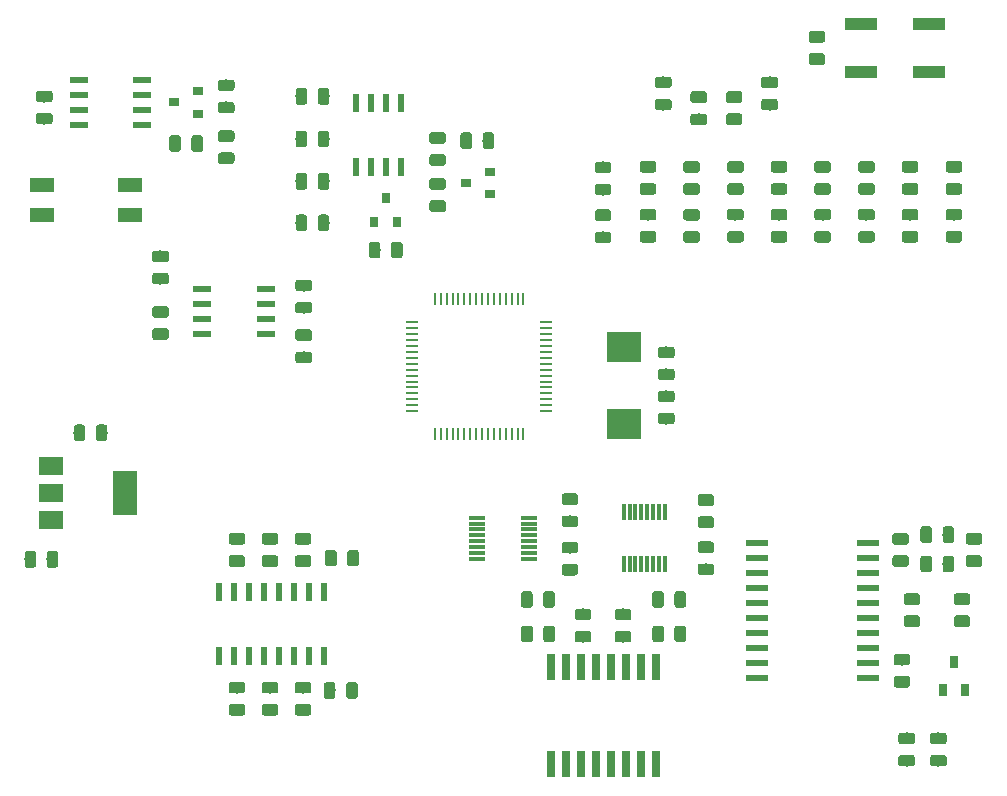
<source format=gbr>
%TF.GenerationSoftware,KiCad,Pcbnew,(5.0.0)*%
%TF.CreationDate,2019-02-19T13:28:45-06:00*%
%TF.ProjectId,BPSMaster,4250534D61737465722E6B696361645F,rev?*%
%TF.SameCoordinates,Original*%
%TF.FileFunction,Paste,Top*%
%TF.FilePolarity,Positive*%
%FSLAX46Y46*%
G04 Gerber Fmt 4.6, Leading zero omitted, Abs format (unit mm)*
G04 Created by KiCad (PCBNEW (5.0.0)) date 02/19/19 13:28:45*
%MOMM*%
%LPD*%
G01*
G04 APERTURE LIST*
%ADD10R,1.549400X0.558800*%
%ADD11C,0.100000*%
%ADD12C,0.975000*%
%ADD13R,2.000000X1.200000*%
%ADD14R,0.760000X2.200000*%
%ADD15R,0.900000X0.800000*%
%ADD16R,0.800000X0.900000*%
%ADD17R,2.750000X1.000000*%
%ADD18R,1.000000X0.250000*%
%ADD19R,0.250000X1.000000*%
%ADD20R,2.000000X3.800000*%
%ADD21R,2.000000X1.500000*%
%ADD22R,1.950000X0.600000*%
%ADD23R,0.600000X1.550000*%
%ADD24R,0.300000X1.400000*%
%ADD25R,1.400000X0.300000*%
%ADD26R,0.600000X1.500000*%
%ADD27R,1.550000X0.600000*%
%ADD28R,3.000000X2.500000*%
%ADD29R,0.700000X1.000000*%
G04 APERTURE END LIST*
D10*
X126970300Y-100945000D03*
X126970300Y-102215000D03*
X126970300Y-103485000D03*
X126970300Y-104755000D03*
X132329700Y-104755000D03*
X132329700Y-103485000D03*
X132329700Y-102215000D03*
X132329700Y-100945000D03*
D11*
G36*
X114080142Y-84126174D02*
X114103803Y-84129684D01*
X114127007Y-84135496D01*
X114149529Y-84143554D01*
X114171153Y-84153782D01*
X114191670Y-84166079D01*
X114210883Y-84180329D01*
X114228607Y-84196393D01*
X114244671Y-84214117D01*
X114258921Y-84233330D01*
X114271218Y-84253847D01*
X114281446Y-84275471D01*
X114289504Y-84297993D01*
X114295316Y-84321197D01*
X114298826Y-84344858D01*
X114300000Y-84368750D01*
X114300000Y-84856250D01*
X114298826Y-84880142D01*
X114295316Y-84903803D01*
X114289504Y-84927007D01*
X114281446Y-84949529D01*
X114271218Y-84971153D01*
X114258921Y-84991670D01*
X114244671Y-85010883D01*
X114228607Y-85028607D01*
X114210883Y-85044671D01*
X114191670Y-85058921D01*
X114171153Y-85071218D01*
X114149529Y-85081446D01*
X114127007Y-85089504D01*
X114103803Y-85095316D01*
X114080142Y-85098826D01*
X114056250Y-85100000D01*
X113143750Y-85100000D01*
X113119858Y-85098826D01*
X113096197Y-85095316D01*
X113072993Y-85089504D01*
X113050471Y-85081446D01*
X113028847Y-85071218D01*
X113008330Y-85058921D01*
X112989117Y-85044671D01*
X112971393Y-85028607D01*
X112955329Y-85010883D01*
X112941079Y-84991670D01*
X112928782Y-84971153D01*
X112918554Y-84949529D01*
X112910496Y-84927007D01*
X112904684Y-84903803D01*
X112901174Y-84880142D01*
X112900000Y-84856250D01*
X112900000Y-84368750D01*
X112901174Y-84344858D01*
X112904684Y-84321197D01*
X112910496Y-84297993D01*
X112918554Y-84275471D01*
X112928782Y-84253847D01*
X112941079Y-84233330D01*
X112955329Y-84214117D01*
X112971393Y-84196393D01*
X112989117Y-84180329D01*
X113008330Y-84166079D01*
X113028847Y-84153782D01*
X113050471Y-84143554D01*
X113072993Y-84135496D01*
X113096197Y-84129684D01*
X113119858Y-84126174D01*
X113143750Y-84125000D01*
X114056250Y-84125000D01*
X114080142Y-84126174D01*
X114080142Y-84126174D01*
G37*
D12*
X113600000Y-84612500D03*
D11*
G36*
X114080142Y-86001174D02*
X114103803Y-86004684D01*
X114127007Y-86010496D01*
X114149529Y-86018554D01*
X114171153Y-86028782D01*
X114191670Y-86041079D01*
X114210883Y-86055329D01*
X114228607Y-86071393D01*
X114244671Y-86089117D01*
X114258921Y-86108330D01*
X114271218Y-86128847D01*
X114281446Y-86150471D01*
X114289504Y-86172993D01*
X114295316Y-86196197D01*
X114298826Y-86219858D01*
X114300000Y-86243750D01*
X114300000Y-86731250D01*
X114298826Y-86755142D01*
X114295316Y-86778803D01*
X114289504Y-86802007D01*
X114281446Y-86824529D01*
X114271218Y-86846153D01*
X114258921Y-86866670D01*
X114244671Y-86885883D01*
X114228607Y-86903607D01*
X114210883Y-86919671D01*
X114191670Y-86933921D01*
X114171153Y-86946218D01*
X114149529Y-86956446D01*
X114127007Y-86964504D01*
X114103803Y-86970316D01*
X114080142Y-86973826D01*
X114056250Y-86975000D01*
X113143750Y-86975000D01*
X113119858Y-86973826D01*
X113096197Y-86970316D01*
X113072993Y-86964504D01*
X113050471Y-86956446D01*
X113028847Y-86946218D01*
X113008330Y-86933921D01*
X112989117Y-86919671D01*
X112971393Y-86903607D01*
X112955329Y-86885883D01*
X112941079Y-86866670D01*
X112928782Y-86846153D01*
X112918554Y-86824529D01*
X112910496Y-86802007D01*
X112904684Y-86778803D01*
X112901174Y-86755142D01*
X112900000Y-86731250D01*
X112900000Y-86243750D01*
X112901174Y-86219858D01*
X112904684Y-86196197D01*
X112910496Y-86172993D01*
X112918554Y-86150471D01*
X112928782Y-86128847D01*
X112941079Y-86108330D01*
X112955329Y-86089117D01*
X112971393Y-86071393D01*
X112989117Y-86055329D01*
X113008330Y-86041079D01*
X113028847Y-86028782D01*
X113050471Y-86018554D01*
X113072993Y-86010496D01*
X113096197Y-86004684D01*
X113119858Y-86001174D01*
X113143750Y-86000000D01*
X114056250Y-86000000D01*
X114080142Y-86001174D01*
X114080142Y-86001174D01*
G37*
D12*
X113600000Y-86487500D03*
D11*
G36*
X114555142Y-123101174D02*
X114578803Y-123104684D01*
X114602007Y-123110496D01*
X114624529Y-123118554D01*
X114646153Y-123128782D01*
X114666670Y-123141079D01*
X114685883Y-123155329D01*
X114703607Y-123171393D01*
X114719671Y-123189117D01*
X114733921Y-123208330D01*
X114746218Y-123228847D01*
X114756446Y-123250471D01*
X114764504Y-123272993D01*
X114770316Y-123296197D01*
X114773826Y-123319858D01*
X114775000Y-123343750D01*
X114775000Y-124256250D01*
X114773826Y-124280142D01*
X114770316Y-124303803D01*
X114764504Y-124327007D01*
X114756446Y-124349529D01*
X114746218Y-124371153D01*
X114733921Y-124391670D01*
X114719671Y-124410883D01*
X114703607Y-124428607D01*
X114685883Y-124444671D01*
X114666670Y-124458921D01*
X114646153Y-124471218D01*
X114624529Y-124481446D01*
X114602007Y-124489504D01*
X114578803Y-124495316D01*
X114555142Y-124498826D01*
X114531250Y-124500000D01*
X114043750Y-124500000D01*
X114019858Y-124498826D01*
X113996197Y-124495316D01*
X113972993Y-124489504D01*
X113950471Y-124481446D01*
X113928847Y-124471218D01*
X113908330Y-124458921D01*
X113889117Y-124444671D01*
X113871393Y-124428607D01*
X113855329Y-124410883D01*
X113841079Y-124391670D01*
X113828782Y-124371153D01*
X113818554Y-124349529D01*
X113810496Y-124327007D01*
X113804684Y-124303803D01*
X113801174Y-124280142D01*
X113800000Y-124256250D01*
X113800000Y-123343750D01*
X113801174Y-123319858D01*
X113804684Y-123296197D01*
X113810496Y-123272993D01*
X113818554Y-123250471D01*
X113828782Y-123228847D01*
X113841079Y-123208330D01*
X113855329Y-123189117D01*
X113871393Y-123171393D01*
X113889117Y-123155329D01*
X113908330Y-123141079D01*
X113928847Y-123128782D01*
X113950471Y-123118554D01*
X113972993Y-123110496D01*
X113996197Y-123104684D01*
X114019858Y-123101174D01*
X114043750Y-123100000D01*
X114531250Y-123100000D01*
X114555142Y-123101174D01*
X114555142Y-123101174D01*
G37*
D12*
X114287500Y-123800000D03*
D11*
G36*
X112680142Y-123101174D02*
X112703803Y-123104684D01*
X112727007Y-123110496D01*
X112749529Y-123118554D01*
X112771153Y-123128782D01*
X112791670Y-123141079D01*
X112810883Y-123155329D01*
X112828607Y-123171393D01*
X112844671Y-123189117D01*
X112858921Y-123208330D01*
X112871218Y-123228847D01*
X112881446Y-123250471D01*
X112889504Y-123272993D01*
X112895316Y-123296197D01*
X112898826Y-123319858D01*
X112900000Y-123343750D01*
X112900000Y-124256250D01*
X112898826Y-124280142D01*
X112895316Y-124303803D01*
X112889504Y-124327007D01*
X112881446Y-124349529D01*
X112871218Y-124371153D01*
X112858921Y-124391670D01*
X112844671Y-124410883D01*
X112828607Y-124428607D01*
X112810883Y-124444671D01*
X112791670Y-124458921D01*
X112771153Y-124471218D01*
X112749529Y-124481446D01*
X112727007Y-124489504D01*
X112703803Y-124495316D01*
X112680142Y-124498826D01*
X112656250Y-124500000D01*
X112168750Y-124500000D01*
X112144858Y-124498826D01*
X112121197Y-124495316D01*
X112097993Y-124489504D01*
X112075471Y-124481446D01*
X112053847Y-124471218D01*
X112033330Y-124458921D01*
X112014117Y-124444671D01*
X111996393Y-124428607D01*
X111980329Y-124410883D01*
X111966079Y-124391670D01*
X111953782Y-124371153D01*
X111943554Y-124349529D01*
X111935496Y-124327007D01*
X111929684Y-124303803D01*
X111926174Y-124280142D01*
X111925000Y-124256250D01*
X111925000Y-123343750D01*
X111926174Y-123319858D01*
X111929684Y-123296197D01*
X111935496Y-123272993D01*
X111943554Y-123250471D01*
X111953782Y-123228847D01*
X111966079Y-123208330D01*
X111980329Y-123189117D01*
X111996393Y-123171393D01*
X112014117Y-123155329D01*
X112033330Y-123141079D01*
X112053847Y-123128782D01*
X112075471Y-123118554D01*
X112097993Y-123110496D01*
X112121197Y-123104684D01*
X112144858Y-123101174D01*
X112168750Y-123100000D01*
X112656250Y-123100000D01*
X112680142Y-123101174D01*
X112680142Y-123101174D01*
G37*
D12*
X112412500Y-123800000D03*
D13*
X120890000Y-92090000D03*
X120890000Y-94630000D03*
X113390000Y-94630000D03*
X113390000Y-92090000D03*
D14*
X164075000Y-132872500D03*
X161535000Y-141127500D03*
X165345000Y-132872500D03*
X162805000Y-132872500D03*
X161535000Y-132872500D03*
X162805000Y-141127500D03*
X160265000Y-141127500D03*
X158995000Y-141127500D03*
X158995000Y-132872500D03*
X156455000Y-141127500D03*
X160265000Y-132872500D03*
X157725000Y-132872500D03*
X157725000Y-141127500D03*
X156455000Y-132872500D03*
X164075000Y-141127500D03*
X165345000Y-141127500D03*
D15*
X124600000Y-85100000D03*
X126600000Y-84150000D03*
X126600000Y-86050000D03*
D11*
G36*
X191080142Y-94126174D02*
X191103803Y-94129684D01*
X191127007Y-94135496D01*
X191149529Y-94143554D01*
X191171153Y-94153782D01*
X191191670Y-94166079D01*
X191210883Y-94180329D01*
X191228607Y-94196393D01*
X191244671Y-94214117D01*
X191258921Y-94233330D01*
X191271218Y-94253847D01*
X191281446Y-94275471D01*
X191289504Y-94297993D01*
X191295316Y-94321197D01*
X191298826Y-94344858D01*
X191300000Y-94368750D01*
X191300000Y-94856250D01*
X191298826Y-94880142D01*
X191295316Y-94903803D01*
X191289504Y-94927007D01*
X191281446Y-94949529D01*
X191271218Y-94971153D01*
X191258921Y-94991670D01*
X191244671Y-95010883D01*
X191228607Y-95028607D01*
X191210883Y-95044671D01*
X191191670Y-95058921D01*
X191171153Y-95071218D01*
X191149529Y-95081446D01*
X191127007Y-95089504D01*
X191103803Y-95095316D01*
X191080142Y-95098826D01*
X191056250Y-95100000D01*
X190143750Y-95100000D01*
X190119858Y-95098826D01*
X190096197Y-95095316D01*
X190072993Y-95089504D01*
X190050471Y-95081446D01*
X190028847Y-95071218D01*
X190008330Y-95058921D01*
X189989117Y-95044671D01*
X189971393Y-95028607D01*
X189955329Y-95010883D01*
X189941079Y-94991670D01*
X189928782Y-94971153D01*
X189918554Y-94949529D01*
X189910496Y-94927007D01*
X189904684Y-94903803D01*
X189901174Y-94880142D01*
X189900000Y-94856250D01*
X189900000Y-94368750D01*
X189901174Y-94344858D01*
X189904684Y-94321197D01*
X189910496Y-94297993D01*
X189918554Y-94275471D01*
X189928782Y-94253847D01*
X189941079Y-94233330D01*
X189955329Y-94214117D01*
X189971393Y-94196393D01*
X189989117Y-94180329D01*
X190008330Y-94166079D01*
X190028847Y-94153782D01*
X190050471Y-94143554D01*
X190072993Y-94135496D01*
X190096197Y-94129684D01*
X190119858Y-94126174D01*
X190143750Y-94125000D01*
X191056250Y-94125000D01*
X191080142Y-94126174D01*
X191080142Y-94126174D01*
G37*
D12*
X190600000Y-94612500D03*
D11*
G36*
X191080142Y-96001174D02*
X191103803Y-96004684D01*
X191127007Y-96010496D01*
X191149529Y-96018554D01*
X191171153Y-96028782D01*
X191191670Y-96041079D01*
X191210883Y-96055329D01*
X191228607Y-96071393D01*
X191244671Y-96089117D01*
X191258921Y-96108330D01*
X191271218Y-96128847D01*
X191281446Y-96150471D01*
X191289504Y-96172993D01*
X191295316Y-96196197D01*
X191298826Y-96219858D01*
X191300000Y-96243750D01*
X191300000Y-96731250D01*
X191298826Y-96755142D01*
X191295316Y-96778803D01*
X191289504Y-96802007D01*
X191281446Y-96824529D01*
X191271218Y-96846153D01*
X191258921Y-96866670D01*
X191244671Y-96885883D01*
X191228607Y-96903607D01*
X191210883Y-96919671D01*
X191191670Y-96933921D01*
X191171153Y-96946218D01*
X191149529Y-96956446D01*
X191127007Y-96964504D01*
X191103803Y-96970316D01*
X191080142Y-96973826D01*
X191056250Y-96975000D01*
X190143750Y-96975000D01*
X190119858Y-96973826D01*
X190096197Y-96970316D01*
X190072993Y-96964504D01*
X190050471Y-96956446D01*
X190028847Y-96946218D01*
X190008330Y-96933921D01*
X189989117Y-96919671D01*
X189971393Y-96903607D01*
X189955329Y-96885883D01*
X189941079Y-96866670D01*
X189928782Y-96846153D01*
X189918554Y-96824529D01*
X189910496Y-96802007D01*
X189904684Y-96778803D01*
X189901174Y-96755142D01*
X189900000Y-96731250D01*
X189900000Y-96243750D01*
X189901174Y-96219858D01*
X189904684Y-96196197D01*
X189910496Y-96172993D01*
X189918554Y-96150471D01*
X189928782Y-96128847D01*
X189941079Y-96108330D01*
X189955329Y-96089117D01*
X189971393Y-96071393D01*
X189989117Y-96055329D01*
X190008330Y-96041079D01*
X190028847Y-96028782D01*
X190050471Y-96018554D01*
X190072993Y-96010496D01*
X190096197Y-96004684D01*
X190119858Y-96001174D01*
X190143750Y-96000000D01*
X191056250Y-96000000D01*
X191080142Y-96001174D01*
X191080142Y-96001174D01*
G37*
D12*
X190600000Y-96487500D03*
D11*
G36*
X166480142Y-82926174D02*
X166503803Y-82929684D01*
X166527007Y-82935496D01*
X166549529Y-82943554D01*
X166571153Y-82953782D01*
X166591670Y-82966079D01*
X166610883Y-82980329D01*
X166628607Y-82996393D01*
X166644671Y-83014117D01*
X166658921Y-83033330D01*
X166671218Y-83053847D01*
X166681446Y-83075471D01*
X166689504Y-83097993D01*
X166695316Y-83121197D01*
X166698826Y-83144858D01*
X166700000Y-83168750D01*
X166700000Y-83656250D01*
X166698826Y-83680142D01*
X166695316Y-83703803D01*
X166689504Y-83727007D01*
X166681446Y-83749529D01*
X166671218Y-83771153D01*
X166658921Y-83791670D01*
X166644671Y-83810883D01*
X166628607Y-83828607D01*
X166610883Y-83844671D01*
X166591670Y-83858921D01*
X166571153Y-83871218D01*
X166549529Y-83881446D01*
X166527007Y-83889504D01*
X166503803Y-83895316D01*
X166480142Y-83898826D01*
X166456250Y-83900000D01*
X165543750Y-83900000D01*
X165519858Y-83898826D01*
X165496197Y-83895316D01*
X165472993Y-83889504D01*
X165450471Y-83881446D01*
X165428847Y-83871218D01*
X165408330Y-83858921D01*
X165389117Y-83844671D01*
X165371393Y-83828607D01*
X165355329Y-83810883D01*
X165341079Y-83791670D01*
X165328782Y-83771153D01*
X165318554Y-83749529D01*
X165310496Y-83727007D01*
X165304684Y-83703803D01*
X165301174Y-83680142D01*
X165300000Y-83656250D01*
X165300000Y-83168750D01*
X165301174Y-83144858D01*
X165304684Y-83121197D01*
X165310496Y-83097993D01*
X165318554Y-83075471D01*
X165328782Y-83053847D01*
X165341079Y-83033330D01*
X165355329Y-83014117D01*
X165371393Y-82996393D01*
X165389117Y-82980329D01*
X165408330Y-82966079D01*
X165428847Y-82953782D01*
X165450471Y-82943554D01*
X165472993Y-82935496D01*
X165496197Y-82929684D01*
X165519858Y-82926174D01*
X165543750Y-82925000D01*
X166456250Y-82925000D01*
X166480142Y-82926174D01*
X166480142Y-82926174D01*
G37*
D12*
X166000000Y-83412500D03*
D11*
G36*
X166480142Y-84801174D02*
X166503803Y-84804684D01*
X166527007Y-84810496D01*
X166549529Y-84818554D01*
X166571153Y-84828782D01*
X166591670Y-84841079D01*
X166610883Y-84855329D01*
X166628607Y-84871393D01*
X166644671Y-84889117D01*
X166658921Y-84908330D01*
X166671218Y-84928847D01*
X166681446Y-84950471D01*
X166689504Y-84972993D01*
X166695316Y-84996197D01*
X166698826Y-85019858D01*
X166700000Y-85043750D01*
X166700000Y-85531250D01*
X166698826Y-85555142D01*
X166695316Y-85578803D01*
X166689504Y-85602007D01*
X166681446Y-85624529D01*
X166671218Y-85646153D01*
X166658921Y-85666670D01*
X166644671Y-85685883D01*
X166628607Y-85703607D01*
X166610883Y-85719671D01*
X166591670Y-85733921D01*
X166571153Y-85746218D01*
X166549529Y-85756446D01*
X166527007Y-85764504D01*
X166503803Y-85770316D01*
X166480142Y-85773826D01*
X166456250Y-85775000D01*
X165543750Y-85775000D01*
X165519858Y-85773826D01*
X165496197Y-85770316D01*
X165472993Y-85764504D01*
X165450471Y-85756446D01*
X165428847Y-85746218D01*
X165408330Y-85733921D01*
X165389117Y-85719671D01*
X165371393Y-85703607D01*
X165355329Y-85685883D01*
X165341079Y-85666670D01*
X165328782Y-85646153D01*
X165318554Y-85624529D01*
X165310496Y-85602007D01*
X165304684Y-85578803D01*
X165301174Y-85555142D01*
X165300000Y-85531250D01*
X165300000Y-85043750D01*
X165301174Y-85019858D01*
X165304684Y-84996197D01*
X165310496Y-84972993D01*
X165318554Y-84950471D01*
X165328782Y-84928847D01*
X165341079Y-84908330D01*
X165355329Y-84889117D01*
X165371393Y-84871393D01*
X165389117Y-84855329D01*
X165408330Y-84841079D01*
X165428847Y-84828782D01*
X165450471Y-84818554D01*
X165472993Y-84810496D01*
X165496197Y-84804684D01*
X165519858Y-84801174D01*
X165543750Y-84800000D01*
X166456250Y-84800000D01*
X166480142Y-84801174D01*
X166480142Y-84801174D01*
G37*
D12*
X166000000Y-85287500D03*
D11*
G36*
X175480142Y-84801174D02*
X175503803Y-84804684D01*
X175527007Y-84810496D01*
X175549529Y-84818554D01*
X175571153Y-84828782D01*
X175591670Y-84841079D01*
X175610883Y-84855329D01*
X175628607Y-84871393D01*
X175644671Y-84889117D01*
X175658921Y-84908330D01*
X175671218Y-84928847D01*
X175681446Y-84950471D01*
X175689504Y-84972993D01*
X175695316Y-84996197D01*
X175698826Y-85019858D01*
X175700000Y-85043750D01*
X175700000Y-85531250D01*
X175698826Y-85555142D01*
X175695316Y-85578803D01*
X175689504Y-85602007D01*
X175681446Y-85624529D01*
X175671218Y-85646153D01*
X175658921Y-85666670D01*
X175644671Y-85685883D01*
X175628607Y-85703607D01*
X175610883Y-85719671D01*
X175591670Y-85733921D01*
X175571153Y-85746218D01*
X175549529Y-85756446D01*
X175527007Y-85764504D01*
X175503803Y-85770316D01*
X175480142Y-85773826D01*
X175456250Y-85775000D01*
X174543750Y-85775000D01*
X174519858Y-85773826D01*
X174496197Y-85770316D01*
X174472993Y-85764504D01*
X174450471Y-85756446D01*
X174428847Y-85746218D01*
X174408330Y-85733921D01*
X174389117Y-85719671D01*
X174371393Y-85703607D01*
X174355329Y-85685883D01*
X174341079Y-85666670D01*
X174328782Y-85646153D01*
X174318554Y-85624529D01*
X174310496Y-85602007D01*
X174304684Y-85578803D01*
X174301174Y-85555142D01*
X174300000Y-85531250D01*
X174300000Y-85043750D01*
X174301174Y-85019858D01*
X174304684Y-84996197D01*
X174310496Y-84972993D01*
X174318554Y-84950471D01*
X174328782Y-84928847D01*
X174341079Y-84908330D01*
X174355329Y-84889117D01*
X174371393Y-84871393D01*
X174389117Y-84855329D01*
X174408330Y-84841079D01*
X174428847Y-84828782D01*
X174450471Y-84818554D01*
X174472993Y-84810496D01*
X174496197Y-84804684D01*
X174519858Y-84801174D01*
X174543750Y-84800000D01*
X175456250Y-84800000D01*
X175480142Y-84801174D01*
X175480142Y-84801174D01*
G37*
D12*
X175000000Y-85287500D03*
D11*
G36*
X175480142Y-82926174D02*
X175503803Y-82929684D01*
X175527007Y-82935496D01*
X175549529Y-82943554D01*
X175571153Y-82953782D01*
X175591670Y-82966079D01*
X175610883Y-82980329D01*
X175628607Y-82996393D01*
X175644671Y-83014117D01*
X175658921Y-83033330D01*
X175671218Y-83053847D01*
X175681446Y-83075471D01*
X175689504Y-83097993D01*
X175695316Y-83121197D01*
X175698826Y-83144858D01*
X175700000Y-83168750D01*
X175700000Y-83656250D01*
X175698826Y-83680142D01*
X175695316Y-83703803D01*
X175689504Y-83727007D01*
X175681446Y-83749529D01*
X175671218Y-83771153D01*
X175658921Y-83791670D01*
X175644671Y-83810883D01*
X175628607Y-83828607D01*
X175610883Y-83844671D01*
X175591670Y-83858921D01*
X175571153Y-83871218D01*
X175549529Y-83881446D01*
X175527007Y-83889504D01*
X175503803Y-83895316D01*
X175480142Y-83898826D01*
X175456250Y-83900000D01*
X174543750Y-83900000D01*
X174519858Y-83898826D01*
X174496197Y-83895316D01*
X174472993Y-83889504D01*
X174450471Y-83881446D01*
X174428847Y-83871218D01*
X174408330Y-83858921D01*
X174389117Y-83844671D01*
X174371393Y-83828607D01*
X174355329Y-83810883D01*
X174341079Y-83791670D01*
X174328782Y-83771153D01*
X174318554Y-83749529D01*
X174310496Y-83727007D01*
X174304684Y-83703803D01*
X174301174Y-83680142D01*
X174300000Y-83656250D01*
X174300000Y-83168750D01*
X174301174Y-83144858D01*
X174304684Y-83121197D01*
X174310496Y-83097993D01*
X174318554Y-83075471D01*
X174328782Y-83053847D01*
X174341079Y-83033330D01*
X174355329Y-83014117D01*
X174371393Y-82996393D01*
X174389117Y-82980329D01*
X174408330Y-82966079D01*
X174428847Y-82953782D01*
X174450471Y-82943554D01*
X174472993Y-82935496D01*
X174496197Y-82929684D01*
X174519858Y-82926174D01*
X174543750Y-82925000D01*
X175456250Y-82925000D01*
X175480142Y-82926174D01*
X175480142Y-82926174D01*
G37*
D12*
X175000000Y-83412500D03*
D11*
G36*
X169480142Y-86051174D02*
X169503803Y-86054684D01*
X169527007Y-86060496D01*
X169549529Y-86068554D01*
X169571153Y-86078782D01*
X169591670Y-86091079D01*
X169610883Y-86105329D01*
X169628607Y-86121393D01*
X169644671Y-86139117D01*
X169658921Y-86158330D01*
X169671218Y-86178847D01*
X169681446Y-86200471D01*
X169689504Y-86222993D01*
X169695316Y-86246197D01*
X169698826Y-86269858D01*
X169700000Y-86293750D01*
X169700000Y-86781250D01*
X169698826Y-86805142D01*
X169695316Y-86828803D01*
X169689504Y-86852007D01*
X169681446Y-86874529D01*
X169671218Y-86896153D01*
X169658921Y-86916670D01*
X169644671Y-86935883D01*
X169628607Y-86953607D01*
X169610883Y-86969671D01*
X169591670Y-86983921D01*
X169571153Y-86996218D01*
X169549529Y-87006446D01*
X169527007Y-87014504D01*
X169503803Y-87020316D01*
X169480142Y-87023826D01*
X169456250Y-87025000D01*
X168543750Y-87025000D01*
X168519858Y-87023826D01*
X168496197Y-87020316D01*
X168472993Y-87014504D01*
X168450471Y-87006446D01*
X168428847Y-86996218D01*
X168408330Y-86983921D01*
X168389117Y-86969671D01*
X168371393Y-86953607D01*
X168355329Y-86935883D01*
X168341079Y-86916670D01*
X168328782Y-86896153D01*
X168318554Y-86874529D01*
X168310496Y-86852007D01*
X168304684Y-86828803D01*
X168301174Y-86805142D01*
X168300000Y-86781250D01*
X168300000Y-86293750D01*
X168301174Y-86269858D01*
X168304684Y-86246197D01*
X168310496Y-86222993D01*
X168318554Y-86200471D01*
X168328782Y-86178847D01*
X168341079Y-86158330D01*
X168355329Y-86139117D01*
X168371393Y-86121393D01*
X168389117Y-86105329D01*
X168408330Y-86091079D01*
X168428847Y-86078782D01*
X168450471Y-86068554D01*
X168472993Y-86060496D01*
X168496197Y-86054684D01*
X168519858Y-86051174D01*
X168543750Y-86050000D01*
X169456250Y-86050000D01*
X169480142Y-86051174D01*
X169480142Y-86051174D01*
G37*
D12*
X169000000Y-86537500D03*
D11*
G36*
X169480142Y-84176174D02*
X169503803Y-84179684D01*
X169527007Y-84185496D01*
X169549529Y-84193554D01*
X169571153Y-84203782D01*
X169591670Y-84216079D01*
X169610883Y-84230329D01*
X169628607Y-84246393D01*
X169644671Y-84264117D01*
X169658921Y-84283330D01*
X169671218Y-84303847D01*
X169681446Y-84325471D01*
X169689504Y-84347993D01*
X169695316Y-84371197D01*
X169698826Y-84394858D01*
X169700000Y-84418750D01*
X169700000Y-84906250D01*
X169698826Y-84930142D01*
X169695316Y-84953803D01*
X169689504Y-84977007D01*
X169681446Y-84999529D01*
X169671218Y-85021153D01*
X169658921Y-85041670D01*
X169644671Y-85060883D01*
X169628607Y-85078607D01*
X169610883Y-85094671D01*
X169591670Y-85108921D01*
X169571153Y-85121218D01*
X169549529Y-85131446D01*
X169527007Y-85139504D01*
X169503803Y-85145316D01*
X169480142Y-85148826D01*
X169456250Y-85150000D01*
X168543750Y-85150000D01*
X168519858Y-85148826D01*
X168496197Y-85145316D01*
X168472993Y-85139504D01*
X168450471Y-85131446D01*
X168428847Y-85121218D01*
X168408330Y-85108921D01*
X168389117Y-85094671D01*
X168371393Y-85078607D01*
X168355329Y-85060883D01*
X168341079Y-85041670D01*
X168328782Y-85021153D01*
X168318554Y-84999529D01*
X168310496Y-84977007D01*
X168304684Y-84953803D01*
X168301174Y-84930142D01*
X168300000Y-84906250D01*
X168300000Y-84418750D01*
X168301174Y-84394858D01*
X168304684Y-84371197D01*
X168310496Y-84347993D01*
X168318554Y-84325471D01*
X168328782Y-84303847D01*
X168341079Y-84283330D01*
X168355329Y-84264117D01*
X168371393Y-84246393D01*
X168389117Y-84230329D01*
X168408330Y-84216079D01*
X168428847Y-84203782D01*
X168450471Y-84193554D01*
X168472993Y-84185496D01*
X168496197Y-84179684D01*
X168519858Y-84176174D01*
X168543750Y-84175000D01*
X169456250Y-84175000D01*
X169480142Y-84176174D01*
X169480142Y-84176174D01*
G37*
D12*
X169000000Y-84662500D03*
D11*
G36*
X172480142Y-84168674D02*
X172503803Y-84172184D01*
X172527007Y-84177996D01*
X172549529Y-84186054D01*
X172571153Y-84196282D01*
X172591670Y-84208579D01*
X172610883Y-84222829D01*
X172628607Y-84238893D01*
X172644671Y-84256617D01*
X172658921Y-84275830D01*
X172671218Y-84296347D01*
X172681446Y-84317971D01*
X172689504Y-84340493D01*
X172695316Y-84363697D01*
X172698826Y-84387358D01*
X172700000Y-84411250D01*
X172700000Y-84898750D01*
X172698826Y-84922642D01*
X172695316Y-84946303D01*
X172689504Y-84969507D01*
X172681446Y-84992029D01*
X172671218Y-85013653D01*
X172658921Y-85034170D01*
X172644671Y-85053383D01*
X172628607Y-85071107D01*
X172610883Y-85087171D01*
X172591670Y-85101421D01*
X172571153Y-85113718D01*
X172549529Y-85123946D01*
X172527007Y-85132004D01*
X172503803Y-85137816D01*
X172480142Y-85141326D01*
X172456250Y-85142500D01*
X171543750Y-85142500D01*
X171519858Y-85141326D01*
X171496197Y-85137816D01*
X171472993Y-85132004D01*
X171450471Y-85123946D01*
X171428847Y-85113718D01*
X171408330Y-85101421D01*
X171389117Y-85087171D01*
X171371393Y-85071107D01*
X171355329Y-85053383D01*
X171341079Y-85034170D01*
X171328782Y-85013653D01*
X171318554Y-84992029D01*
X171310496Y-84969507D01*
X171304684Y-84946303D01*
X171301174Y-84922642D01*
X171300000Y-84898750D01*
X171300000Y-84411250D01*
X171301174Y-84387358D01*
X171304684Y-84363697D01*
X171310496Y-84340493D01*
X171318554Y-84317971D01*
X171328782Y-84296347D01*
X171341079Y-84275830D01*
X171355329Y-84256617D01*
X171371393Y-84238893D01*
X171389117Y-84222829D01*
X171408330Y-84208579D01*
X171428847Y-84196282D01*
X171450471Y-84186054D01*
X171472993Y-84177996D01*
X171496197Y-84172184D01*
X171519858Y-84168674D01*
X171543750Y-84167500D01*
X172456250Y-84167500D01*
X172480142Y-84168674D01*
X172480142Y-84168674D01*
G37*
D12*
X172000000Y-84655000D03*
D11*
G36*
X172480142Y-86043674D02*
X172503803Y-86047184D01*
X172527007Y-86052996D01*
X172549529Y-86061054D01*
X172571153Y-86071282D01*
X172591670Y-86083579D01*
X172610883Y-86097829D01*
X172628607Y-86113893D01*
X172644671Y-86131617D01*
X172658921Y-86150830D01*
X172671218Y-86171347D01*
X172681446Y-86192971D01*
X172689504Y-86215493D01*
X172695316Y-86238697D01*
X172698826Y-86262358D01*
X172700000Y-86286250D01*
X172700000Y-86773750D01*
X172698826Y-86797642D01*
X172695316Y-86821303D01*
X172689504Y-86844507D01*
X172681446Y-86867029D01*
X172671218Y-86888653D01*
X172658921Y-86909170D01*
X172644671Y-86928383D01*
X172628607Y-86946107D01*
X172610883Y-86962171D01*
X172591670Y-86976421D01*
X172571153Y-86988718D01*
X172549529Y-86998946D01*
X172527007Y-87007004D01*
X172503803Y-87012816D01*
X172480142Y-87016326D01*
X172456250Y-87017500D01*
X171543750Y-87017500D01*
X171519858Y-87016326D01*
X171496197Y-87012816D01*
X171472993Y-87007004D01*
X171450471Y-86998946D01*
X171428847Y-86988718D01*
X171408330Y-86976421D01*
X171389117Y-86962171D01*
X171371393Y-86946107D01*
X171355329Y-86928383D01*
X171341079Y-86909170D01*
X171328782Y-86888653D01*
X171318554Y-86867029D01*
X171310496Y-86844507D01*
X171304684Y-86821303D01*
X171301174Y-86797642D01*
X171300000Y-86773750D01*
X171300000Y-86286250D01*
X171301174Y-86262358D01*
X171304684Y-86238697D01*
X171310496Y-86215493D01*
X171318554Y-86192971D01*
X171328782Y-86171347D01*
X171341079Y-86150830D01*
X171355329Y-86131617D01*
X171371393Y-86113893D01*
X171389117Y-86097829D01*
X171408330Y-86083579D01*
X171428847Y-86071282D01*
X171450471Y-86061054D01*
X171472993Y-86052996D01*
X171496197Y-86047184D01*
X171519858Y-86043674D01*
X171543750Y-86042500D01*
X172456250Y-86042500D01*
X172480142Y-86043674D01*
X172480142Y-86043674D01*
G37*
D12*
X172000000Y-86530000D03*
D11*
G36*
X179480142Y-80951174D02*
X179503803Y-80954684D01*
X179527007Y-80960496D01*
X179549529Y-80968554D01*
X179571153Y-80978782D01*
X179591670Y-80991079D01*
X179610883Y-81005329D01*
X179628607Y-81021393D01*
X179644671Y-81039117D01*
X179658921Y-81058330D01*
X179671218Y-81078847D01*
X179681446Y-81100471D01*
X179689504Y-81122993D01*
X179695316Y-81146197D01*
X179698826Y-81169858D01*
X179700000Y-81193750D01*
X179700000Y-81681250D01*
X179698826Y-81705142D01*
X179695316Y-81728803D01*
X179689504Y-81752007D01*
X179681446Y-81774529D01*
X179671218Y-81796153D01*
X179658921Y-81816670D01*
X179644671Y-81835883D01*
X179628607Y-81853607D01*
X179610883Y-81869671D01*
X179591670Y-81883921D01*
X179571153Y-81896218D01*
X179549529Y-81906446D01*
X179527007Y-81914504D01*
X179503803Y-81920316D01*
X179480142Y-81923826D01*
X179456250Y-81925000D01*
X178543750Y-81925000D01*
X178519858Y-81923826D01*
X178496197Y-81920316D01*
X178472993Y-81914504D01*
X178450471Y-81906446D01*
X178428847Y-81896218D01*
X178408330Y-81883921D01*
X178389117Y-81869671D01*
X178371393Y-81853607D01*
X178355329Y-81835883D01*
X178341079Y-81816670D01*
X178328782Y-81796153D01*
X178318554Y-81774529D01*
X178310496Y-81752007D01*
X178304684Y-81728803D01*
X178301174Y-81705142D01*
X178300000Y-81681250D01*
X178300000Y-81193750D01*
X178301174Y-81169858D01*
X178304684Y-81146197D01*
X178310496Y-81122993D01*
X178318554Y-81100471D01*
X178328782Y-81078847D01*
X178341079Y-81058330D01*
X178355329Y-81039117D01*
X178371393Y-81021393D01*
X178389117Y-81005329D01*
X178408330Y-80991079D01*
X178428847Y-80978782D01*
X178450471Y-80968554D01*
X178472993Y-80960496D01*
X178496197Y-80954684D01*
X178519858Y-80951174D01*
X178543750Y-80950000D01*
X179456250Y-80950000D01*
X179480142Y-80951174D01*
X179480142Y-80951174D01*
G37*
D12*
X179000000Y-81437500D03*
D11*
G36*
X179480142Y-79076174D02*
X179503803Y-79079684D01*
X179527007Y-79085496D01*
X179549529Y-79093554D01*
X179571153Y-79103782D01*
X179591670Y-79116079D01*
X179610883Y-79130329D01*
X179628607Y-79146393D01*
X179644671Y-79164117D01*
X179658921Y-79183330D01*
X179671218Y-79203847D01*
X179681446Y-79225471D01*
X179689504Y-79247993D01*
X179695316Y-79271197D01*
X179698826Y-79294858D01*
X179700000Y-79318750D01*
X179700000Y-79806250D01*
X179698826Y-79830142D01*
X179695316Y-79853803D01*
X179689504Y-79877007D01*
X179681446Y-79899529D01*
X179671218Y-79921153D01*
X179658921Y-79941670D01*
X179644671Y-79960883D01*
X179628607Y-79978607D01*
X179610883Y-79994671D01*
X179591670Y-80008921D01*
X179571153Y-80021218D01*
X179549529Y-80031446D01*
X179527007Y-80039504D01*
X179503803Y-80045316D01*
X179480142Y-80048826D01*
X179456250Y-80050000D01*
X178543750Y-80050000D01*
X178519858Y-80048826D01*
X178496197Y-80045316D01*
X178472993Y-80039504D01*
X178450471Y-80031446D01*
X178428847Y-80021218D01*
X178408330Y-80008921D01*
X178389117Y-79994671D01*
X178371393Y-79978607D01*
X178355329Y-79960883D01*
X178341079Y-79941670D01*
X178328782Y-79921153D01*
X178318554Y-79899529D01*
X178310496Y-79877007D01*
X178304684Y-79853803D01*
X178301174Y-79830142D01*
X178300000Y-79806250D01*
X178300000Y-79318750D01*
X178301174Y-79294858D01*
X178304684Y-79271197D01*
X178310496Y-79247993D01*
X178318554Y-79225471D01*
X178328782Y-79203847D01*
X178341079Y-79183330D01*
X178355329Y-79164117D01*
X178371393Y-79146393D01*
X178389117Y-79130329D01*
X178408330Y-79116079D01*
X178428847Y-79103782D01*
X178450471Y-79093554D01*
X178472993Y-79085496D01*
X178496197Y-79079684D01*
X178519858Y-79076174D01*
X178543750Y-79075000D01*
X179456250Y-79075000D01*
X179480142Y-79076174D01*
X179480142Y-79076174D01*
G37*
D12*
X179000000Y-79562500D03*
D11*
G36*
X166738878Y-107657826D02*
X166762539Y-107661336D01*
X166785743Y-107667148D01*
X166808265Y-107675206D01*
X166829889Y-107685434D01*
X166850406Y-107697731D01*
X166869619Y-107711981D01*
X166887343Y-107728045D01*
X166903407Y-107745769D01*
X166917657Y-107764982D01*
X166929954Y-107785499D01*
X166940182Y-107807123D01*
X166948240Y-107829645D01*
X166954052Y-107852849D01*
X166957562Y-107876510D01*
X166958736Y-107900402D01*
X166958736Y-108387902D01*
X166957562Y-108411794D01*
X166954052Y-108435455D01*
X166948240Y-108458659D01*
X166940182Y-108481181D01*
X166929954Y-108502805D01*
X166917657Y-108523322D01*
X166903407Y-108542535D01*
X166887343Y-108560259D01*
X166869619Y-108576323D01*
X166850406Y-108590573D01*
X166829889Y-108602870D01*
X166808265Y-108613098D01*
X166785743Y-108621156D01*
X166762539Y-108626968D01*
X166738878Y-108630478D01*
X166714986Y-108631652D01*
X165802486Y-108631652D01*
X165778594Y-108630478D01*
X165754933Y-108626968D01*
X165731729Y-108621156D01*
X165709207Y-108613098D01*
X165687583Y-108602870D01*
X165667066Y-108590573D01*
X165647853Y-108576323D01*
X165630129Y-108560259D01*
X165614065Y-108542535D01*
X165599815Y-108523322D01*
X165587518Y-108502805D01*
X165577290Y-108481181D01*
X165569232Y-108458659D01*
X165563420Y-108435455D01*
X165559910Y-108411794D01*
X165558736Y-108387902D01*
X165558736Y-107900402D01*
X165559910Y-107876510D01*
X165563420Y-107852849D01*
X165569232Y-107829645D01*
X165577290Y-107807123D01*
X165587518Y-107785499D01*
X165599815Y-107764982D01*
X165614065Y-107745769D01*
X165630129Y-107728045D01*
X165647853Y-107711981D01*
X165667066Y-107697731D01*
X165687583Y-107685434D01*
X165709207Y-107675206D01*
X165731729Y-107667148D01*
X165754933Y-107661336D01*
X165778594Y-107657826D01*
X165802486Y-107656652D01*
X166714986Y-107656652D01*
X166738878Y-107657826D01*
X166738878Y-107657826D01*
G37*
D12*
X166258736Y-108144152D03*
D11*
G36*
X166738878Y-105782824D02*
X166762539Y-105786334D01*
X166785743Y-105792146D01*
X166808265Y-105800204D01*
X166829889Y-105810432D01*
X166850406Y-105822729D01*
X166869619Y-105836979D01*
X166887343Y-105853043D01*
X166903407Y-105870767D01*
X166917657Y-105889980D01*
X166929954Y-105910497D01*
X166940182Y-105932121D01*
X166948240Y-105954643D01*
X166954052Y-105977847D01*
X166957562Y-106001508D01*
X166958736Y-106025400D01*
X166958736Y-106512900D01*
X166957562Y-106536792D01*
X166954052Y-106560453D01*
X166948240Y-106583657D01*
X166940182Y-106606179D01*
X166929954Y-106627803D01*
X166917657Y-106648320D01*
X166903407Y-106667533D01*
X166887343Y-106685257D01*
X166869619Y-106701321D01*
X166850406Y-106715571D01*
X166829889Y-106727868D01*
X166808265Y-106738096D01*
X166785743Y-106746154D01*
X166762539Y-106751966D01*
X166738878Y-106755476D01*
X166714986Y-106756650D01*
X165802486Y-106756650D01*
X165778594Y-106755476D01*
X165754933Y-106751966D01*
X165731729Y-106746154D01*
X165709207Y-106738096D01*
X165687583Y-106727868D01*
X165667066Y-106715571D01*
X165647853Y-106701321D01*
X165630129Y-106685257D01*
X165614065Y-106667533D01*
X165599815Y-106648320D01*
X165587518Y-106627803D01*
X165577290Y-106606179D01*
X165569232Y-106583657D01*
X165563420Y-106560453D01*
X165559910Y-106536792D01*
X165558736Y-106512900D01*
X165558736Y-106025400D01*
X165559910Y-106001508D01*
X165563420Y-105977847D01*
X165569232Y-105954643D01*
X165577290Y-105932121D01*
X165587518Y-105910497D01*
X165599815Y-105889980D01*
X165614065Y-105870767D01*
X165630129Y-105853043D01*
X165647853Y-105836979D01*
X165667066Y-105822729D01*
X165687583Y-105810432D01*
X165709207Y-105800204D01*
X165731729Y-105792146D01*
X165754933Y-105786334D01*
X165778594Y-105782824D01*
X165802486Y-105781650D01*
X166714986Y-105781650D01*
X166738878Y-105782824D01*
X166738878Y-105782824D01*
G37*
D12*
X166258736Y-106269150D03*
D11*
G36*
X166738878Y-111387230D02*
X166762539Y-111390740D01*
X166785743Y-111396552D01*
X166808265Y-111404610D01*
X166829889Y-111414838D01*
X166850406Y-111427135D01*
X166869619Y-111441385D01*
X166887343Y-111457449D01*
X166903407Y-111475173D01*
X166917657Y-111494386D01*
X166929954Y-111514903D01*
X166940182Y-111536527D01*
X166948240Y-111559049D01*
X166954052Y-111582253D01*
X166957562Y-111605914D01*
X166958736Y-111629806D01*
X166958736Y-112117306D01*
X166957562Y-112141198D01*
X166954052Y-112164859D01*
X166948240Y-112188063D01*
X166940182Y-112210585D01*
X166929954Y-112232209D01*
X166917657Y-112252726D01*
X166903407Y-112271939D01*
X166887343Y-112289663D01*
X166869619Y-112305727D01*
X166850406Y-112319977D01*
X166829889Y-112332274D01*
X166808265Y-112342502D01*
X166785743Y-112350560D01*
X166762539Y-112356372D01*
X166738878Y-112359882D01*
X166714986Y-112361056D01*
X165802486Y-112361056D01*
X165778594Y-112359882D01*
X165754933Y-112356372D01*
X165731729Y-112350560D01*
X165709207Y-112342502D01*
X165687583Y-112332274D01*
X165667066Y-112319977D01*
X165647853Y-112305727D01*
X165630129Y-112289663D01*
X165614065Y-112271939D01*
X165599815Y-112252726D01*
X165587518Y-112232209D01*
X165577290Y-112210585D01*
X165569232Y-112188063D01*
X165563420Y-112164859D01*
X165559910Y-112141198D01*
X165558736Y-112117306D01*
X165558736Y-111629806D01*
X165559910Y-111605914D01*
X165563420Y-111582253D01*
X165569232Y-111559049D01*
X165577290Y-111536527D01*
X165587518Y-111514903D01*
X165599815Y-111494386D01*
X165614065Y-111475173D01*
X165630129Y-111457449D01*
X165647853Y-111441385D01*
X165667066Y-111427135D01*
X165687583Y-111414838D01*
X165709207Y-111404610D01*
X165731729Y-111396552D01*
X165754933Y-111390740D01*
X165778594Y-111387230D01*
X165802486Y-111386056D01*
X166714986Y-111386056D01*
X166738878Y-111387230D01*
X166738878Y-111387230D01*
G37*
D12*
X166258736Y-111873556D03*
D11*
G36*
X166738878Y-109512228D02*
X166762539Y-109515738D01*
X166785743Y-109521550D01*
X166808265Y-109529608D01*
X166829889Y-109539836D01*
X166850406Y-109552133D01*
X166869619Y-109566383D01*
X166887343Y-109582447D01*
X166903407Y-109600171D01*
X166917657Y-109619384D01*
X166929954Y-109639901D01*
X166940182Y-109661525D01*
X166948240Y-109684047D01*
X166954052Y-109707251D01*
X166957562Y-109730912D01*
X166958736Y-109754804D01*
X166958736Y-110242304D01*
X166957562Y-110266196D01*
X166954052Y-110289857D01*
X166948240Y-110313061D01*
X166940182Y-110335583D01*
X166929954Y-110357207D01*
X166917657Y-110377724D01*
X166903407Y-110396937D01*
X166887343Y-110414661D01*
X166869619Y-110430725D01*
X166850406Y-110444975D01*
X166829889Y-110457272D01*
X166808265Y-110467500D01*
X166785743Y-110475558D01*
X166762539Y-110481370D01*
X166738878Y-110484880D01*
X166714986Y-110486054D01*
X165802486Y-110486054D01*
X165778594Y-110484880D01*
X165754933Y-110481370D01*
X165731729Y-110475558D01*
X165709207Y-110467500D01*
X165687583Y-110457272D01*
X165667066Y-110444975D01*
X165647853Y-110430725D01*
X165630129Y-110414661D01*
X165614065Y-110396937D01*
X165599815Y-110377724D01*
X165587518Y-110357207D01*
X165577290Y-110335583D01*
X165569232Y-110313061D01*
X165563420Y-110289857D01*
X165559910Y-110266196D01*
X165558736Y-110242304D01*
X165558736Y-109754804D01*
X165559910Y-109730912D01*
X165563420Y-109707251D01*
X165569232Y-109684047D01*
X165577290Y-109661525D01*
X165587518Y-109639901D01*
X165599815Y-109619384D01*
X165614065Y-109600171D01*
X165630129Y-109582447D01*
X165647853Y-109566383D01*
X165667066Y-109552133D01*
X165687583Y-109539836D01*
X165709207Y-109529608D01*
X165731729Y-109521550D01*
X165754933Y-109515738D01*
X165778594Y-109512228D01*
X165802486Y-109511054D01*
X166714986Y-109511054D01*
X166738878Y-109512228D01*
X166738878Y-109512228D01*
G37*
D12*
X166258736Y-109998554D03*
D11*
G36*
X116840142Y-112381174D02*
X116863803Y-112384684D01*
X116887007Y-112390496D01*
X116909529Y-112398554D01*
X116931153Y-112408782D01*
X116951670Y-112421079D01*
X116970883Y-112435329D01*
X116988607Y-112451393D01*
X117004671Y-112469117D01*
X117018921Y-112488330D01*
X117031218Y-112508847D01*
X117041446Y-112530471D01*
X117049504Y-112552993D01*
X117055316Y-112576197D01*
X117058826Y-112599858D01*
X117060000Y-112623750D01*
X117060000Y-113536250D01*
X117058826Y-113560142D01*
X117055316Y-113583803D01*
X117049504Y-113607007D01*
X117041446Y-113629529D01*
X117031218Y-113651153D01*
X117018921Y-113671670D01*
X117004671Y-113690883D01*
X116988607Y-113708607D01*
X116970883Y-113724671D01*
X116951670Y-113738921D01*
X116931153Y-113751218D01*
X116909529Y-113761446D01*
X116887007Y-113769504D01*
X116863803Y-113775316D01*
X116840142Y-113778826D01*
X116816250Y-113780000D01*
X116328750Y-113780000D01*
X116304858Y-113778826D01*
X116281197Y-113775316D01*
X116257993Y-113769504D01*
X116235471Y-113761446D01*
X116213847Y-113751218D01*
X116193330Y-113738921D01*
X116174117Y-113724671D01*
X116156393Y-113708607D01*
X116140329Y-113690883D01*
X116126079Y-113671670D01*
X116113782Y-113651153D01*
X116103554Y-113629529D01*
X116095496Y-113607007D01*
X116089684Y-113583803D01*
X116086174Y-113560142D01*
X116085000Y-113536250D01*
X116085000Y-112623750D01*
X116086174Y-112599858D01*
X116089684Y-112576197D01*
X116095496Y-112552993D01*
X116103554Y-112530471D01*
X116113782Y-112508847D01*
X116126079Y-112488330D01*
X116140329Y-112469117D01*
X116156393Y-112451393D01*
X116174117Y-112435329D01*
X116193330Y-112421079D01*
X116213847Y-112408782D01*
X116235471Y-112398554D01*
X116257993Y-112390496D01*
X116281197Y-112384684D01*
X116304858Y-112381174D01*
X116328750Y-112380000D01*
X116816250Y-112380000D01*
X116840142Y-112381174D01*
X116840142Y-112381174D01*
G37*
D12*
X116572500Y-113080000D03*
D11*
G36*
X118715142Y-112381174D02*
X118738803Y-112384684D01*
X118762007Y-112390496D01*
X118784529Y-112398554D01*
X118806153Y-112408782D01*
X118826670Y-112421079D01*
X118845883Y-112435329D01*
X118863607Y-112451393D01*
X118879671Y-112469117D01*
X118893921Y-112488330D01*
X118906218Y-112508847D01*
X118916446Y-112530471D01*
X118924504Y-112552993D01*
X118930316Y-112576197D01*
X118933826Y-112599858D01*
X118935000Y-112623750D01*
X118935000Y-113536250D01*
X118933826Y-113560142D01*
X118930316Y-113583803D01*
X118924504Y-113607007D01*
X118916446Y-113629529D01*
X118906218Y-113651153D01*
X118893921Y-113671670D01*
X118879671Y-113690883D01*
X118863607Y-113708607D01*
X118845883Y-113724671D01*
X118826670Y-113738921D01*
X118806153Y-113751218D01*
X118784529Y-113761446D01*
X118762007Y-113769504D01*
X118738803Y-113775316D01*
X118715142Y-113778826D01*
X118691250Y-113780000D01*
X118203750Y-113780000D01*
X118179858Y-113778826D01*
X118156197Y-113775316D01*
X118132993Y-113769504D01*
X118110471Y-113761446D01*
X118088847Y-113751218D01*
X118068330Y-113738921D01*
X118049117Y-113724671D01*
X118031393Y-113708607D01*
X118015329Y-113690883D01*
X118001079Y-113671670D01*
X117988782Y-113651153D01*
X117978554Y-113629529D01*
X117970496Y-113607007D01*
X117964684Y-113583803D01*
X117961174Y-113560142D01*
X117960000Y-113536250D01*
X117960000Y-112623750D01*
X117961174Y-112599858D01*
X117964684Y-112576197D01*
X117970496Y-112552993D01*
X117978554Y-112530471D01*
X117988782Y-112508847D01*
X118001079Y-112488330D01*
X118015329Y-112469117D01*
X118031393Y-112451393D01*
X118049117Y-112435329D01*
X118068330Y-112421079D01*
X118088847Y-112408782D01*
X118110471Y-112398554D01*
X118132993Y-112390496D01*
X118156197Y-112384684D01*
X118179858Y-112381174D01*
X118203750Y-112380000D01*
X118691250Y-112380000D01*
X118715142Y-112381174D01*
X118715142Y-112381174D01*
G37*
D12*
X118447500Y-113080000D03*
D11*
G36*
X186580142Y-121576174D02*
X186603803Y-121579684D01*
X186627007Y-121585496D01*
X186649529Y-121593554D01*
X186671153Y-121603782D01*
X186691670Y-121616079D01*
X186710883Y-121630329D01*
X186728607Y-121646393D01*
X186744671Y-121664117D01*
X186758921Y-121683330D01*
X186771218Y-121703847D01*
X186781446Y-121725471D01*
X186789504Y-121747993D01*
X186795316Y-121771197D01*
X186798826Y-121794858D01*
X186800000Y-121818750D01*
X186800000Y-122306250D01*
X186798826Y-122330142D01*
X186795316Y-122353803D01*
X186789504Y-122377007D01*
X186781446Y-122399529D01*
X186771218Y-122421153D01*
X186758921Y-122441670D01*
X186744671Y-122460883D01*
X186728607Y-122478607D01*
X186710883Y-122494671D01*
X186691670Y-122508921D01*
X186671153Y-122521218D01*
X186649529Y-122531446D01*
X186627007Y-122539504D01*
X186603803Y-122545316D01*
X186580142Y-122548826D01*
X186556250Y-122550000D01*
X185643750Y-122550000D01*
X185619858Y-122548826D01*
X185596197Y-122545316D01*
X185572993Y-122539504D01*
X185550471Y-122531446D01*
X185528847Y-122521218D01*
X185508330Y-122508921D01*
X185489117Y-122494671D01*
X185471393Y-122478607D01*
X185455329Y-122460883D01*
X185441079Y-122441670D01*
X185428782Y-122421153D01*
X185418554Y-122399529D01*
X185410496Y-122377007D01*
X185404684Y-122353803D01*
X185401174Y-122330142D01*
X185400000Y-122306250D01*
X185400000Y-121818750D01*
X185401174Y-121794858D01*
X185404684Y-121771197D01*
X185410496Y-121747993D01*
X185418554Y-121725471D01*
X185428782Y-121703847D01*
X185441079Y-121683330D01*
X185455329Y-121664117D01*
X185471393Y-121646393D01*
X185489117Y-121630329D01*
X185508330Y-121616079D01*
X185528847Y-121603782D01*
X185550471Y-121593554D01*
X185572993Y-121585496D01*
X185596197Y-121579684D01*
X185619858Y-121576174D01*
X185643750Y-121575000D01*
X186556250Y-121575000D01*
X186580142Y-121576174D01*
X186580142Y-121576174D01*
G37*
D12*
X186100000Y-122062500D03*
D11*
G36*
X186580142Y-123451174D02*
X186603803Y-123454684D01*
X186627007Y-123460496D01*
X186649529Y-123468554D01*
X186671153Y-123478782D01*
X186691670Y-123491079D01*
X186710883Y-123505329D01*
X186728607Y-123521393D01*
X186744671Y-123539117D01*
X186758921Y-123558330D01*
X186771218Y-123578847D01*
X186781446Y-123600471D01*
X186789504Y-123622993D01*
X186795316Y-123646197D01*
X186798826Y-123669858D01*
X186800000Y-123693750D01*
X186800000Y-124181250D01*
X186798826Y-124205142D01*
X186795316Y-124228803D01*
X186789504Y-124252007D01*
X186781446Y-124274529D01*
X186771218Y-124296153D01*
X186758921Y-124316670D01*
X186744671Y-124335883D01*
X186728607Y-124353607D01*
X186710883Y-124369671D01*
X186691670Y-124383921D01*
X186671153Y-124396218D01*
X186649529Y-124406446D01*
X186627007Y-124414504D01*
X186603803Y-124420316D01*
X186580142Y-124423826D01*
X186556250Y-124425000D01*
X185643750Y-124425000D01*
X185619858Y-124423826D01*
X185596197Y-124420316D01*
X185572993Y-124414504D01*
X185550471Y-124406446D01*
X185528847Y-124396218D01*
X185508330Y-124383921D01*
X185489117Y-124369671D01*
X185471393Y-124353607D01*
X185455329Y-124335883D01*
X185441079Y-124316670D01*
X185428782Y-124296153D01*
X185418554Y-124274529D01*
X185410496Y-124252007D01*
X185404684Y-124228803D01*
X185401174Y-124205142D01*
X185400000Y-124181250D01*
X185400000Y-123693750D01*
X185401174Y-123669858D01*
X185404684Y-123646197D01*
X185410496Y-123622993D01*
X185418554Y-123600471D01*
X185428782Y-123578847D01*
X185441079Y-123558330D01*
X185455329Y-123539117D01*
X185471393Y-123521393D01*
X185489117Y-123505329D01*
X185508330Y-123491079D01*
X185528847Y-123478782D01*
X185550471Y-123468554D01*
X185572993Y-123460496D01*
X185596197Y-123454684D01*
X185619858Y-123451174D01*
X185643750Y-123450000D01*
X186556250Y-123450000D01*
X186580142Y-123451174D01*
X186580142Y-123451174D01*
G37*
D12*
X186100000Y-123937500D03*
D11*
G36*
X192780142Y-123451174D02*
X192803803Y-123454684D01*
X192827007Y-123460496D01*
X192849529Y-123468554D01*
X192871153Y-123478782D01*
X192891670Y-123491079D01*
X192910883Y-123505329D01*
X192928607Y-123521393D01*
X192944671Y-123539117D01*
X192958921Y-123558330D01*
X192971218Y-123578847D01*
X192981446Y-123600471D01*
X192989504Y-123622993D01*
X192995316Y-123646197D01*
X192998826Y-123669858D01*
X193000000Y-123693750D01*
X193000000Y-124181250D01*
X192998826Y-124205142D01*
X192995316Y-124228803D01*
X192989504Y-124252007D01*
X192981446Y-124274529D01*
X192971218Y-124296153D01*
X192958921Y-124316670D01*
X192944671Y-124335883D01*
X192928607Y-124353607D01*
X192910883Y-124369671D01*
X192891670Y-124383921D01*
X192871153Y-124396218D01*
X192849529Y-124406446D01*
X192827007Y-124414504D01*
X192803803Y-124420316D01*
X192780142Y-124423826D01*
X192756250Y-124425000D01*
X191843750Y-124425000D01*
X191819858Y-124423826D01*
X191796197Y-124420316D01*
X191772993Y-124414504D01*
X191750471Y-124406446D01*
X191728847Y-124396218D01*
X191708330Y-124383921D01*
X191689117Y-124369671D01*
X191671393Y-124353607D01*
X191655329Y-124335883D01*
X191641079Y-124316670D01*
X191628782Y-124296153D01*
X191618554Y-124274529D01*
X191610496Y-124252007D01*
X191604684Y-124228803D01*
X191601174Y-124205142D01*
X191600000Y-124181250D01*
X191600000Y-123693750D01*
X191601174Y-123669858D01*
X191604684Y-123646197D01*
X191610496Y-123622993D01*
X191618554Y-123600471D01*
X191628782Y-123578847D01*
X191641079Y-123558330D01*
X191655329Y-123539117D01*
X191671393Y-123521393D01*
X191689117Y-123505329D01*
X191708330Y-123491079D01*
X191728847Y-123478782D01*
X191750471Y-123468554D01*
X191772993Y-123460496D01*
X191796197Y-123454684D01*
X191819858Y-123451174D01*
X191843750Y-123450000D01*
X192756250Y-123450000D01*
X192780142Y-123451174D01*
X192780142Y-123451174D01*
G37*
D12*
X192300000Y-123937500D03*
D11*
G36*
X192780142Y-121576174D02*
X192803803Y-121579684D01*
X192827007Y-121585496D01*
X192849529Y-121593554D01*
X192871153Y-121603782D01*
X192891670Y-121616079D01*
X192910883Y-121630329D01*
X192928607Y-121646393D01*
X192944671Y-121664117D01*
X192958921Y-121683330D01*
X192971218Y-121703847D01*
X192981446Y-121725471D01*
X192989504Y-121747993D01*
X192995316Y-121771197D01*
X192998826Y-121794858D01*
X193000000Y-121818750D01*
X193000000Y-122306250D01*
X192998826Y-122330142D01*
X192995316Y-122353803D01*
X192989504Y-122377007D01*
X192981446Y-122399529D01*
X192971218Y-122421153D01*
X192958921Y-122441670D01*
X192944671Y-122460883D01*
X192928607Y-122478607D01*
X192910883Y-122494671D01*
X192891670Y-122508921D01*
X192871153Y-122521218D01*
X192849529Y-122531446D01*
X192827007Y-122539504D01*
X192803803Y-122545316D01*
X192780142Y-122548826D01*
X192756250Y-122550000D01*
X191843750Y-122550000D01*
X191819858Y-122548826D01*
X191796197Y-122545316D01*
X191772993Y-122539504D01*
X191750471Y-122531446D01*
X191728847Y-122521218D01*
X191708330Y-122508921D01*
X191689117Y-122494671D01*
X191671393Y-122478607D01*
X191655329Y-122460883D01*
X191641079Y-122441670D01*
X191628782Y-122421153D01*
X191618554Y-122399529D01*
X191610496Y-122377007D01*
X191604684Y-122353803D01*
X191601174Y-122330142D01*
X191600000Y-122306250D01*
X191600000Y-121818750D01*
X191601174Y-121794858D01*
X191604684Y-121771197D01*
X191610496Y-121747993D01*
X191618554Y-121725471D01*
X191628782Y-121703847D01*
X191641079Y-121683330D01*
X191655329Y-121664117D01*
X191671393Y-121646393D01*
X191689117Y-121630329D01*
X191708330Y-121616079D01*
X191728847Y-121603782D01*
X191750471Y-121593554D01*
X191772993Y-121585496D01*
X191796197Y-121579684D01*
X191819858Y-121576174D01*
X191843750Y-121575000D01*
X192756250Y-121575000D01*
X192780142Y-121576174D01*
X192780142Y-121576174D01*
G37*
D12*
X192300000Y-122062500D03*
D11*
G36*
X187530142Y-126676174D02*
X187553803Y-126679684D01*
X187577007Y-126685496D01*
X187599529Y-126693554D01*
X187621153Y-126703782D01*
X187641670Y-126716079D01*
X187660883Y-126730329D01*
X187678607Y-126746393D01*
X187694671Y-126764117D01*
X187708921Y-126783330D01*
X187721218Y-126803847D01*
X187731446Y-126825471D01*
X187739504Y-126847993D01*
X187745316Y-126871197D01*
X187748826Y-126894858D01*
X187750000Y-126918750D01*
X187750000Y-127406250D01*
X187748826Y-127430142D01*
X187745316Y-127453803D01*
X187739504Y-127477007D01*
X187731446Y-127499529D01*
X187721218Y-127521153D01*
X187708921Y-127541670D01*
X187694671Y-127560883D01*
X187678607Y-127578607D01*
X187660883Y-127594671D01*
X187641670Y-127608921D01*
X187621153Y-127621218D01*
X187599529Y-127631446D01*
X187577007Y-127639504D01*
X187553803Y-127645316D01*
X187530142Y-127648826D01*
X187506250Y-127650000D01*
X186593750Y-127650000D01*
X186569858Y-127648826D01*
X186546197Y-127645316D01*
X186522993Y-127639504D01*
X186500471Y-127631446D01*
X186478847Y-127621218D01*
X186458330Y-127608921D01*
X186439117Y-127594671D01*
X186421393Y-127578607D01*
X186405329Y-127560883D01*
X186391079Y-127541670D01*
X186378782Y-127521153D01*
X186368554Y-127499529D01*
X186360496Y-127477007D01*
X186354684Y-127453803D01*
X186351174Y-127430142D01*
X186350000Y-127406250D01*
X186350000Y-126918750D01*
X186351174Y-126894858D01*
X186354684Y-126871197D01*
X186360496Y-126847993D01*
X186368554Y-126825471D01*
X186378782Y-126803847D01*
X186391079Y-126783330D01*
X186405329Y-126764117D01*
X186421393Y-126746393D01*
X186439117Y-126730329D01*
X186458330Y-126716079D01*
X186478847Y-126703782D01*
X186500471Y-126693554D01*
X186522993Y-126685496D01*
X186546197Y-126679684D01*
X186569858Y-126676174D01*
X186593750Y-126675000D01*
X187506250Y-126675000D01*
X187530142Y-126676174D01*
X187530142Y-126676174D01*
G37*
D12*
X187050000Y-127162500D03*
D11*
G36*
X187530142Y-128551174D02*
X187553803Y-128554684D01*
X187577007Y-128560496D01*
X187599529Y-128568554D01*
X187621153Y-128578782D01*
X187641670Y-128591079D01*
X187660883Y-128605329D01*
X187678607Y-128621393D01*
X187694671Y-128639117D01*
X187708921Y-128658330D01*
X187721218Y-128678847D01*
X187731446Y-128700471D01*
X187739504Y-128722993D01*
X187745316Y-128746197D01*
X187748826Y-128769858D01*
X187750000Y-128793750D01*
X187750000Y-129281250D01*
X187748826Y-129305142D01*
X187745316Y-129328803D01*
X187739504Y-129352007D01*
X187731446Y-129374529D01*
X187721218Y-129396153D01*
X187708921Y-129416670D01*
X187694671Y-129435883D01*
X187678607Y-129453607D01*
X187660883Y-129469671D01*
X187641670Y-129483921D01*
X187621153Y-129496218D01*
X187599529Y-129506446D01*
X187577007Y-129514504D01*
X187553803Y-129520316D01*
X187530142Y-129523826D01*
X187506250Y-129525000D01*
X186593750Y-129525000D01*
X186569858Y-129523826D01*
X186546197Y-129520316D01*
X186522993Y-129514504D01*
X186500471Y-129506446D01*
X186478847Y-129496218D01*
X186458330Y-129483921D01*
X186439117Y-129469671D01*
X186421393Y-129453607D01*
X186405329Y-129435883D01*
X186391079Y-129416670D01*
X186378782Y-129396153D01*
X186368554Y-129374529D01*
X186360496Y-129352007D01*
X186354684Y-129328803D01*
X186351174Y-129305142D01*
X186350000Y-129281250D01*
X186350000Y-128793750D01*
X186351174Y-128769858D01*
X186354684Y-128746197D01*
X186360496Y-128722993D01*
X186368554Y-128700471D01*
X186378782Y-128678847D01*
X186391079Y-128658330D01*
X186405329Y-128639117D01*
X186421393Y-128621393D01*
X186439117Y-128605329D01*
X186458330Y-128591079D01*
X186478847Y-128578782D01*
X186500471Y-128568554D01*
X186522993Y-128560496D01*
X186546197Y-128554684D01*
X186569858Y-128551174D01*
X186593750Y-128550000D01*
X187506250Y-128550000D01*
X187530142Y-128551174D01*
X187530142Y-128551174D01*
G37*
D12*
X187050000Y-129037500D03*
D11*
G36*
X191780142Y-128551174D02*
X191803803Y-128554684D01*
X191827007Y-128560496D01*
X191849529Y-128568554D01*
X191871153Y-128578782D01*
X191891670Y-128591079D01*
X191910883Y-128605329D01*
X191928607Y-128621393D01*
X191944671Y-128639117D01*
X191958921Y-128658330D01*
X191971218Y-128678847D01*
X191981446Y-128700471D01*
X191989504Y-128722993D01*
X191995316Y-128746197D01*
X191998826Y-128769858D01*
X192000000Y-128793750D01*
X192000000Y-129281250D01*
X191998826Y-129305142D01*
X191995316Y-129328803D01*
X191989504Y-129352007D01*
X191981446Y-129374529D01*
X191971218Y-129396153D01*
X191958921Y-129416670D01*
X191944671Y-129435883D01*
X191928607Y-129453607D01*
X191910883Y-129469671D01*
X191891670Y-129483921D01*
X191871153Y-129496218D01*
X191849529Y-129506446D01*
X191827007Y-129514504D01*
X191803803Y-129520316D01*
X191780142Y-129523826D01*
X191756250Y-129525000D01*
X190843750Y-129525000D01*
X190819858Y-129523826D01*
X190796197Y-129520316D01*
X190772993Y-129514504D01*
X190750471Y-129506446D01*
X190728847Y-129496218D01*
X190708330Y-129483921D01*
X190689117Y-129469671D01*
X190671393Y-129453607D01*
X190655329Y-129435883D01*
X190641079Y-129416670D01*
X190628782Y-129396153D01*
X190618554Y-129374529D01*
X190610496Y-129352007D01*
X190604684Y-129328803D01*
X190601174Y-129305142D01*
X190600000Y-129281250D01*
X190600000Y-128793750D01*
X190601174Y-128769858D01*
X190604684Y-128746197D01*
X190610496Y-128722993D01*
X190618554Y-128700471D01*
X190628782Y-128678847D01*
X190641079Y-128658330D01*
X190655329Y-128639117D01*
X190671393Y-128621393D01*
X190689117Y-128605329D01*
X190708330Y-128591079D01*
X190728847Y-128578782D01*
X190750471Y-128568554D01*
X190772993Y-128560496D01*
X190796197Y-128554684D01*
X190819858Y-128551174D01*
X190843750Y-128550000D01*
X191756250Y-128550000D01*
X191780142Y-128551174D01*
X191780142Y-128551174D01*
G37*
D12*
X191300000Y-129037500D03*
D11*
G36*
X191780142Y-126676174D02*
X191803803Y-126679684D01*
X191827007Y-126685496D01*
X191849529Y-126693554D01*
X191871153Y-126703782D01*
X191891670Y-126716079D01*
X191910883Y-126730329D01*
X191928607Y-126746393D01*
X191944671Y-126764117D01*
X191958921Y-126783330D01*
X191971218Y-126803847D01*
X191981446Y-126825471D01*
X191989504Y-126847993D01*
X191995316Y-126871197D01*
X191998826Y-126894858D01*
X192000000Y-126918750D01*
X192000000Y-127406250D01*
X191998826Y-127430142D01*
X191995316Y-127453803D01*
X191989504Y-127477007D01*
X191981446Y-127499529D01*
X191971218Y-127521153D01*
X191958921Y-127541670D01*
X191944671Y-127560883D01*
X191928607Y-127578607D01*
X191910883Y-127594671D01*
X191891670Y-127608921D01*
X191871153Y-127621218D01*
X191849529Y-127631446D01*
X191827007Y-127639504D01*
X191803803Y-127645316D01*
X191780142Y-127648826D01*
X191756250Y-127650000D01*
X190843750Y-127650000D01*
X190819858Y-127648826D01*
X190796197Y-127645316D01*
X190772993Y-127639504D01*
X190750471Y-127631446D01*
X190728847Y-127621218D01*
X190708330Y-127608921D01*
X190689117Y-127594671D01*
X190671393Y-127578607D01*
X190655329Y-127560883D01*
X190641079Y-127541670D01*
X190628782Y-127521153D01*
X190618554Y-127499529D01*
X190610496Y-127477007D01*
X190604684Y-127453803D01*
X190601174Y-127430142D01*
X190600000Y-127406250D01*
X190600000Y-126918750D01*
X190601174Y-126894858D01*
X190604684Y-126871197D01*
X190610496Y-126847993D01*
X190618554Y-126825471D01*
X190628782Y-126803847D01*
X190641079Y-126783330D01*
X190655329Y-126764117D01*
X190671393Y-126746393D01*
X190689117Y-126730329D01*
X190708330Y-126716079D01*
X190728847Y-126703782D01*
X190750471Y-126693554D01*
X190772993Y-126685496D01*
X190796197Y-126679684D01*
X190819858Y-126676174D01*
X190843750Y-126675000D01*
X191756250Y-126675000D01*
X191780142Y-126676174D01*
X191780142Y-126676174D01*
G37*
D12*
X191300000Y-127162500D03*
D11*
G36*
X147380142Y-91526174D02*
X147403803Y-91529684D01*
X147427007Y-91535496D01*
X147449529Y-91543554D01*
X147471153Y-91553782D01*
X147491670Y-91566079D01*
X147510883Y-91580329D01*
X147528607Y-91596393D01*
X147544671Y-91614117D01*
X147558921Y-91633330D01*
X147571218Y-91653847D01*
X147581446Y-91675471D01*
X147589504Y-91697993D01*
X147595316Y-91721197D01*
X147598826Y-91744858D01*
X147600000Y-91768750D01*
X147600000Y-92256250D01*
X147598826Y-92280142D01*
X147595316Y-92303803D01*
X147589504Y-92327007D01*
X147581446Y-92349529D01*
X147571218Y-92371153D01*
X147558921Y-92391670D01*
X147544671Y-92410883D01*
X147528607Y-92428607D01*
X147510883Y-92444671D01*
X147491670Y-92458921D01*
X147471153Y-92471218D01*
X147449529Y-92481446D01*
X147427007Y-92489504D01*
X147403803Y-92495316D01*
X147380142Y-92498826D01*
X147356250Y-92500000D01*
X146443750Y-92500000D01*
X146419858Y-92498826D01*
X146396197Y-92495316D01*
X146372993Y-92489504D01*
X146350471Y-92481446D01*
X146328847Y-92471218D01*
X146308330Y-92458921D01*
X146289117Y-92444671D01*
X146271393Y-92428607D01*
X146255329Y-92410883D01*
X146241079Y-92391670D01*
X146228782Y-92371153D01*
X146218554Y-92349529D01*
X146210496Y-92327007D01*
X146204684Y-92303803D01*
X146201174Y-92280142D01*
X146200000Y-92256250D01*
X146200000Y-91768750D01*
X146201174Y-91744858D01*
X146204684Y-91721197D01*
X146210496Y-91697993D01*
X146218554Y-91675471D01*
X146228782Y-91653847D01*
X146241079Y-91633330D01*
X146255329Y-91614117D01*
X146271393Y-91596393D01*
X146289117Y-91580329D01*
X146308330Y-91566079D01*
X146328847Y-91553782D01*
X146350471Y-91543554D01*
X146372993Y-91535496D01*
X146396197Y-91529684D01*
X146419858Y-91526174D01*
X146443750Y-91525000D01*
X147356250Y-91525000D01*
X147380142Y-91526174D01*
X147380142Y-91526174D01*
G37*
D12*
X146900000Y-92012500D03*
D11*
G36*
X147380142Y-93401174D02*
X147403803Y-93404684D01*
X147427007Y-93410496D01*
X147449529Y-93418554D01*
X147471153Y-93428782D01*
X147491670Y-93441079D01*
X147510883Y-93455329D01*
X147528607Y-93471393D01*
X147544671Y-93489117D01*
X147558921Y-93508330D01*
X147571218Y-93528847D01*
X147581446Y-93550471D01*
X147589504Y-93572993D01*
X147595316Y-93596197D01*
X147598826Y-93619858D01*
X147600000Y-93643750D01*
X147600000Y-94131250D01*
X147598826Y-94155142D01*
X147595316Y-94178803D01*
X147589504Y-94202007D01*
X147581446Y-94224529D01*
X147571218Y-94246153D01*
X147558921Y-94266670D01*
X147544671Y-94285883D01*
X147528607Y-94303607D01*
X147510883Y-94319671D01*
X147491670Y-94333921D01*
X147471153Y-94346218D01*
X147449529Y-94356446D01*
X147427007Y-94364504D01*
X147403803Y-94370316D01*
X147380142Y-94373826D01*
X147356250Y-94375000D01*
X146443750Y-94375000D01*
X146419858Y-94373826D01*
X146396197Y-94370316D01*
X146372993Y-94364504D01*
X146350471Y-94356446D01*
X146328847Y-94346218D01*
X146308330Y-94333921D01*
X146289117Y-94319671D01*
X146271393Y-94303607D01*
X146255329Y-94285883D01*
X146241079Y-94266670D01*
X146228782Y-94246153D01*
X146218554Y-94224529D01*
X146210496Y-94202007D01*
X146204684Y-94178803D01*
X146201174Y-94155142D01*
X146200000Y-94131250D01*
X146200000Y-93643750D01*
X146201174Y-93619858D01*
X146204684Y-93596197D01*
X146210496Y-93572993D01*
X146218554Y-93550471D01*
X146228782Y-93528847D01*
X146241079Y-93508330D01*
X146255329Y-93489117D01*
X146271393Y-93471393D01*
X146289117Y-93455329D01*
X146308330Y-93441079D01*
X146328847Y-93428782D01*
X146350471Y-93418554D01*
X146372993Y-93410496D01*
X146396197Y-93404684D01*
X146419858Y-93401174D01*
X146443750Y-93400000D01*
X147356250Y-93400000D01*
X147380142Y-93401174D01*
X147380142Y-93401174D01*
G37*
D12*
X146900000Y-93887500D03*
D11*
G36*
X156592642Y-126501174D02*
X156616303Y-126504684D01*
X156639507Y-126510496D01*
X156662029Y-126518554D01*
X156683653Y-126528782D01*
X156704170Y-126541079D01*
X156723383Y-126555329D01*
X156741107Y-126571393D01*
X156757171Y-126589117D01*
X156771421Y-126608330D01*
X156783718Y-126628847D01*
X156793946Y-126650471D01*
X156802004Y-126672993D01*
X156807816Y-126696197D01*
X156811326Y-126719858D01*
X156812500Y-126743750D01*
X156812500Y-127656250D01*
X156811326Y-127680142D01*
X156807816Y-127703803D01*
X156802004Y-127727007D01*
X156793946Y-127749529D01*
X156783718Y-127771153D01*
X156771421Y-127791670D01*
X156757171Y-127810883D01*
X156741107Y-127828607D01*
X156723383Y-127844671D01*
X156704170Y-127858921D01*
X156683653Y-127871218D01*
X156662029Y-127881446D01*
X156639507Y-127889504D01*
X156616303Y-127895316D01*
X156592642Y-127898826D01*
X156568750Y-127900000D01*
X156081250Y-127900000D01*
X156057358Y-127898826D01*
X156033697Y-127895316D01*
X156010493Y-127889504D01*
X155987971Y-127881446D01*
X155966347Y-127871218D01*
X155945830Y-127858921D01*
X155926617Y-127844671D01*
X155908893Y-127828607D01*
X155892829Y-127810883D01*
X155878579Y-127791670D01*
X155866282Y-127771153D01*
X155856054Y-127749529D01*
X155847996Y-127727007D01*
X155842184Y-127703803D01*
X155838674Y-127680142D01*
X155837500Y-127656250D01*
X155837500Y-126743750D01*
X155838674Y-126719858D01*
X155842184Y-126696197D01*
X155847996Y-126672993D01*
X155856054Y-126650471D01*
X155866282Y-126628847D01*
X155878579Y-126608330D01*
X155892829Y-126589117D01*
X155908893Y-126571393D01*
X155926617Y-126555329D01*
X155945830Y-126541079D01*
X155966347Y-126528782D01*
X155987971Y-126518554D01*
X156010493Y-126510496D01*
X156033697Y-126504684D01*
X156057358Y-126501174D01*
X156081250Y-126500000D01*
X156568750Y-126500000D01*
X156592642Y-126501174D01*
X156592642Y-126501174D01*
G37*
D12*
X156325000Y-127200000D03*
D11*
G36*
X154717642Y-126501174D02*
X154741303Y-126504684D01*
X154764507Y-126510496D01*
X154787029Y-126518554D01*
X154808653Y-126528782D01*
X154829170Y-126541079D01*
X154848383Y-126555329D01*
X154866107Y-126571393D01*
X154882171Y-126589117D01*
X154896421Y-126608330D01*
X154908718Y-126628847D01*
X154918946Y-126650471D01*
X154927004Y-126672993D01*
X154932816Y-126696197D01*
X154936326Y-126719858D01*
X154937500Y-126743750D01*
X154937500Y-127656250D01*
X154936326Y-127680142D01*
X154932816Y-127703803D01*
X154927004Y-127727007D01*
X154918946Y-127749529D01*
X154908718Y-127771153D01*
X154896421Y-127791670D01*
X154882171Y-127810883D01*
X154866107Y-127828607D01*
X154848383Y-127844671D01*
X154829170Y-127858921D01*
X154808653Y-127871218D01*
X154787029Y-127881446D01*
X154764507Y-127889504D01*
X154741303Y-127895316D01*
X154717642Y-127898826D01*
X154693750Y-127900000D01*
X154206250Y-127900000D01*
X154182358Y-127898826D01*
X154158697Y-127895316D01*
X154135493Y-127889504D01*
X154112971Y-127881446D01*
X154091347Y-127871218D01*
X154070830Y-127858921D01*
X154051617Y-127844671D01*
X154033893Y-127828607D01*
X154017829Y-127810883D01*
X154003579Y-127791670D01*
X153991282Y-127771153D01*
X153981054Y-127749529D01*
X153972996Y-127727007D01*
X153967184Y-127703803D01*
X153963674Y-127680142D01*
X153962500Y-127656250D01*
X153962500Y-126743750D01*
X153963674Y-126719858D01*
X153967184Y-126696197D01*
X153972996Y-126672993D01*
X153981054Y-126650471D01*
X153991282Y-126628847D01*
X154003579Y-126608330D01*
X154017829Y-126589117D01*
X154033893Y-126571393D01*
X154051617Y-126555329D01*
X154070830Y-126541079D01*
X154091347Y-126528782D01*
X154112971Y-126518554D01*
X154135493Y-126510496D01*
X154158697Y-126504684D01*
X154182358Y-126501174D01*
X154206250Y-126500000D01*
X154693750Y-126500000D01*
X154717642Y-126501174D01*
X154717642Y-126501174D01*
G37*
D12*
X154450000Y-127200000D03*
D11*
G36*
X165830142Y-126501174D02*
X165853803Y-126504684D01*
X165877007Y-126510496D01*
X165899529Y-126518554D01*
X165921153Y-126528782D01*
X165941670Y-126541079D01*
X165960883Y-126555329D01*
X165978607Y-126571393D01*
X165994671Y-126589117D01*
X166008921Y-126608330D01*
X166021218Y-126628847D01*
X166031446Y-126650471D01*
X166039504Y-126672993D01*
X166045316Y-126696197D01*
X166048826Y-126719858D01*
X166050000Y-126743750D01*
X166050000Y-127656250D01*
X166048826Y-127680142D01*
X166045316Y-127703803D01*
X166039504Y-127727007D01*
X166031446Y-127749529D01*
X166021218Y-127771153D01*
X166008921Y-127791670D01*
X165994671Y-127810883D01*
X165978607Y-127828607D01*
X165960883Y-127844671D01*
X165941670Y-127858921D01*
X165921153Y-127871218D01*
X165899529Y-127881446D01*
X165877007Y-127889504D01*
X165853803Y-127895316D01*
X165830142Y-127898826D01*
X165806250Y-127900000D01*
X165318750Y-127900000D01*
X165294858Y-127898826D01*
X165271197Y-127895316D01*
X165247993Y-127889504D01*
X165225471Y-127881446D01*
X165203847Y-127871218D01*
X165183330Y-127858921D01*
X165164117Y-127844671D01*
X165146393Y-127828607D01*
X165130329Y-127810883D01*
X165116079Y-127791670D01*
X165103782Y-127771153D01*
X165093554Y-127749529D01*
X165085496Y-127727007D01*
X165079684Y-127703803D01*
X165076174Y-127680142D01*
X165075000Y-127656250D01*
X165075000Y-126743750D01*
X165076174Y-126719858D01*
X165079684Y-126696197D01*
X165085496Y-126672993D01*
X165093554Y-126650471D01*
X165103782Y-126628847D01*
X165116079Y-126608330D01*
X165130329Y-126589117D01*
X165146393Y-126571393D01*
X165164117Y-126555329D01*
X165183330Y-126541079D01*
X165203847Y-126528782D01*
X165225471Y-126518554D01*
X165247993Y-126510496D01*
X165271197Y-126504684D01*
X165294858Y-126501174D01*
X165318750Y-126500000D01*
X165806250Y-126500000D01*
X165830142Y-126501174D01*
X165830142Y-126501174D01*
G37*
D12*
X165562500Y-127200000D03*
D11*
G36*
X167705142Y-126501174D02*
X167728803Y-126504684D01*
X167752007Y-126510496D01*
X167774529Y-126518554D01*
X167796153Y-126528782D01*
X167816670Y-126541079D01*
X167835883Y-126555329D01*
X167853607Y-126571393D01*
X167869671Y-126589117D01*
X167883921Y-126608330D01*
X167896218Y-126628847D01*
X167906446Y-126650471D01*
X167914504Y-126672993D01*
X167920316Y-126696197D01*
X167923826Y-126719858D01*
X167925000Y-126743750D01*
X167925000Y-127656250D01*
X167923826Y-127680142D01*
X167920316Y-127703803D01*
X167914504Y-127727007D01*
X167906446Y-127749529D01*
X167896218Y-127771153D01*
X167883921Y-127791670D01*
X167869671Y-127810883D01*
X167853607Y-127828607D01*
X167835883Y-127844671D01*
X167816670Y-127858921D01*
X167796153Y-127871218D01*
X167774529Y-127881446D01*
X167752007Y-127889504D01*
X167728803Y-127895316D01*
X167705142Y-127898826D01*
X167681250Y-127900000D01*
X167193750Y-127900000D01*
X167169858Y-127898826D01*
X167146197Y-127895316D01*
X167122993Y-127889504D01*
X167100471Y-127881446D01*
X167078847Y-127871218D01*
X167058330Y-127858921D01*
X167039117Y-127844671D01*
X167021393Y-127828607D01*
X167005329Y-127810883D01*
X166991079Y-127791670D01*
X166978782Y-127771153D01*
X166968554Y-127749529D01*
X166960496Y-127727007D01*
X166954684Y-127703803D01*
X166951174Y-127680142D01*
X166950000Y-127656250D01*
X166950000Y-126743750D01*
X166951174Y-126719858D01*
X166954684Y-126696197D01*
X166960496Y-126672993D01*
X166968554Y-126650471D01*
X166978782Y-126628847D01*
X166991079Y-126608330D01*
X167005329Y-126589117D01*
X167021393Y-126571393D01*
X167039117Y-126555329D01*
X167058330Y-126541079D01*
X167078847Y-126528782D01*
X167100471Y-126518554D01*
X167122993Y-126510496D01*
X167146197Y-126504684D01*
X167169858Y-126501174D01*
X167193750Y-126500000D01*
X167681250Y-126500000D01*
X167705142Y-126501174D01*
X167705142Y-126501174D01*
G37*
D12*
X167437500Y-127200000D03*
D11*
G36*
X140005142Y-123001174D02*
X140028803Y-123004684D01*
X140052007Y-123010496D01*
X140074529Y-123018554D01*
X140096153Y-123028782D01*
X140116670Y-123041079D01*
X140135883Y-123055329D01*
X140153607Y-123071393D01*
X140169671Y-123089117D01*
X140183921Y-123108330D01*
X140196218Y-123128847D01*
X140206446Y-123150471D01*
X140214504Y-123172993D01*
X140220316Y-123196197D01*
X140223826Y-123219858D01*
X140225000Y-123243750D01*
X140225000Y-124156250D01*
X140223826Y-124180142D01*
X140220316Y-124203803D01*
X140214504Y-124227007D01*
X140206446Y-124249529D01*
X140196218Y-124271153D01*
X140183921Y-124291670D01*
X140169671Y-124310883D01*
X140153607Y-124328607D01*
X140135883Y-124344671D01*
X140116670Y-124358921D01*
X140096153Y-124371218D01*
X140074529Y-124381446D01*
X140052007Y-124389504D01*
X140028803Y-124395316D01*
X140005142Y-124398826D01*
X139981250Y-124400000D01*
X139493750Y-124400000D01*
X139469858Y-124398826D01*
X139446197Y-124395316D01*
X139422993Y-124389504D01*
X139400471Y-124381446D01*
X139378847Y-124371218D01*
X139358330Y-124358921D01*
X139339117Y-124344671D01*
X139321393Y-124328607D01*
X139305329Y-124310883D01*
X139291079Y-124291670D01*
X139278782Y-124271153D01*
X139268554Y-124249529D01*
X139260496Y-124227007D01*
X139254684Y-124203803D01*
X139251174Y-124180142D01*
X139250000Y-124156250D01*
X139250000Y-123243750D01*
X139251174Y-123219858D01*
X139254684Y-123196197D01*
X139260496Y-123172993D01*
X139268554Y-123150471D01*
X139278782Y-123128847D01*
X139291079Y-123108330D01*
X139305329Y-123089117D01*
X139321393Y-123071393D01*
X139339117Y-123055329D01*
X139358330Y-123041079D01*
X139378847Y-123028782D01*
X139400471Y-123018554D01*
X139422993Y-123010496D01*
X139446197Y-123004684D01*
X139469858Y-123001174D01*
X139493750Y-123000000D01*
X139981250Y-123000000D01*
X140005142Y-123001174D01*
X140005142Y-123001174D01*
G37*
D12*
X139737500Y-123700000D03*
D11*
G36*
X138130142Y-123001174D02*
X138153803Y-123004684D01*
X138177007Y-123010496D01*
X138199529Y-123018554D01*
X138221153Y-123028782D01*
X138241670Y-123041079D01*
X138260883Y-123055329D01*
X138278607Y-123071393D01*
X138294671Y-123089117D01*
X138308921Y-123108330D01*
X138321218Y-123128847D01*
X138331446Y-123150471D01*
X138339504Y-123172993D01*
X138345316Y-123196197D01*
X138348826Y-123219858D01*
X138350000Y-123243750D01*
X138350000Y-124156250D01*
X138348826Y-124180142D01*
X138345316Y-124203803D01*
X138339504Y-124227007D01*
X138331446Y-124249529D01*
X138321218Y-124271153D01*
X138308921Y-124291670D01*
X138294671Y-124310883D01*
X138278607Y-124328607D01*
X138260883Y-124344671D01*
X138241670Y-124358921D01*
X138221153Y-124371218D01*
X138199529Y-124381446D01*
X138177007Y-124389504D01*
X138153803Y-124395316D01*
X138130142Y-124398826D01*
X138106250Y-124400000D01*
X137618750Y-124400000D01*
X137594858Y-124398826D01*
X137571197Y-124395316D01*
X137547993Y-124389504D01*
X137525471Y-124381446D01*
X137503847Y-124371218D01*
X137483330Y-124358921D01*
X137464117Y-124344671D01*
X137446393Y-124328607D01*
X137430329Y-124310883D01*
X137416079Y-124291670D01*
X137403782Y-124271153D01*
X137393554Y-124249529D01*
X137385496Y-124227007D01*
X137379684Y-124203803D01*
X137376174Y-124180142D01*
X137375000Y-124156250D01*
X137375000Y-123243750D01*
X137376174Y-123219858D01*
X137379684Y-123196197D01*
X137385496Y-123172993D01*
X137393554Y-123150471D01*
X137403782Y-123128847D01*
X137416079Y-123108330D01*
X137430329Y-123089117D01*
X137446393Y-123071393D01*
X137464117Y-123055329D01*
X137483330Y-123041079D01*
X137503847Y-123028782D01*
X137525471Y-123018554D01*
X137547993Y-123010496D01*
X137571197Y-123004684D01*
X137594858Y-123001174D01*
X137618750Y-123000000D01*
X138106250Y-123000000D01*
X138130142Y-123001174D01*
X138130142Y-123001174D01*
G37*
D12*
X137862500Y-123700000D03*
D11*
G36*
X138030142Y-134201174D02*
X138053803Y-134204684D01*
X138077007Y-134210496D01*
X138099529Y-134218554D01*
X138121153Y-134228782D01*
X138141670Y-134241079D01*
X138160883Y-134255329D01*
X138178607Y-134271393D01*
X138194671Y-134289117D01*
X138208921Y-134308330D01*
X138221218Y-134328847D01*
X138231446Y-134350471D01*
X138239504Y-134372993D01*
X138245316Y-134396197D01*
X138248826Y-134419858D01*
X138250000Y-134443750D01*
X138250000Y-135356250D01*
X138248826Y-135380142D01*
X138245316Y-135403803D01*
X138239504Y-135427007D01*
X138231446Y-135449529D01*
X138221218Y-135471153D01*
X138208921Y-135491670D01*
X138194671Y-135510883D01*
X138178607Y-135528607D01*
X138160883Y-135544671D01*
X138141670Y-135558921D01*
X138121153Y-135571218D01*
X138099529Y-135581446D01*
X138077007Y-135589504D01*
X138053803Y-135595316D01*
X138030142Y-135598826D01*
X138006250Y-135600000D01*
X137518750Y-135600000D01*
X137494858Y-135598826D01*
X137471197Y-135595316D01*
X137447993Y-135589504D01*
X137425471Y-135581446D01*
X137403847Y-135571218D01*
X137383330Y-135558921D01*
X137364117Y-135544671D01*
X137346393Y-135528607D01*
X137330329Y-135510883D01*
X137316079Y-135491670D01*
X137303782Y-135471153D01*
X137293554Y-135449529D01*
X137285496Y-135427007D01*
X137279684Y-135403803D01*
X137276174Y-135380142D01*
X137275000Y-135356250D01*
X137275000Y-134443750D01*
X137276174Y-134419858D01*
X137279684Y-134396197D01*
X137285496Y-134372993D01*
X137293554Y-134350471D01*
X137303782Y-134328847D01*
X137316079Y-134308330D01*
X137330329Y-134289117D01*
X137346393Y-134271393D01*
X137364117Y-134255329D01*
X137383330Y-134241079D01*
X137403847Y-134228782D01*
X137425471Y-134218554D01*
X137447993Y-134210496D01*
X137471197Y-134204684D01*
X137494858Y-134201174D01*
X137518750Y-134200000D01*
X138006250Y-134200000D01*
X138030142Y-134201174D01*
X138030142Y-134201174D01*
G37*
D12*
X137762500Y-134900000D03*
D11*
G36*
X139905142Y-134201174D02*
X139928803Y-134204684D01*
X139952007Y-134210496D01*
X139974529Y-134218554D01*
X139996153Y-134228782D01*
X140016670Y-134241079D01*
X140035883Y-134255329D01*
X140053607Y-134271393D01*
X140069671Y-134289117D01*
X140083921Y-134308330D01*
X140096218Y-134328847D01*
X140106446Y-134350471D01*
X140114504Y-134372993D01*
X140120316Y-134396197D01*
X140123826Y-134419858D01*
X140125000Y-134443750D01*
X140125000Y-135356250D01*
X140123826Y-135380142D01*
X140120316Y-135403803D01*
X140114504Y-135427007D01*
X140106446Y-135449529D01*
X140096218Y-135471153D01*
X140083921Y-135491670D01*
X140069671Y-135510883D01*
X140053607Y-135528607D01*
X140035883Y-135544671D01*
X140016670Y-135558921D01*
X139996153Y-135571218D01*
X139974529Y-135581446D01*
X139952007Y-135589504D01*
X139928803Y-135595316D01*
X139905142Y-135598826D01*
X139881250Y-135600000D01*
X139393750Y-135600000D01*
X139369858Y-135598826D01*
X139346197Y-135595316D01*
X139322993Y-135589504D01*
X139300471Y-135581446D01*
X139278847Y-135571218D01*
X139258330Y-135558921D01*
X139239117Y-135544671D01*
X139221393Y-135528607D01*
X139205329Y-135510883D01*
X139191079Y-135491670D01*
X139178782Y-135471153D01*
X139168554Y-135449529D01*
X139160496Y-135427007D01*
X139154684Y-135403803D01*
X139151174Y-135380142D01*
X139150000Y-135356250D01*
X139150000Y-134443750D01*
X139151174Y-134419858D01*
X139154684Y-134396197D01*
X139160496Y-134372993D01*
X139168554Y-134350471D01*
X139178782Y-134328847D01*
X139191079Y-134308330D01*
X139205329Y-134289117D01*
X139221393Y-134271393D01*
X139239117Y-134255329D01*
X139258330Y-134241079D01*
X139278847Y-134228782D01*
X139300471Y-134218554D01*
X139322993Y-134210496D01*
X139346197Y-134204684D01*
X139369858Y-134201174D01*
X139393750Y-134200000D01*
X139881250Y-134200000D01*
X139905142Y-134201174D01*
X139905142Y-134201174D01*
G37*
D12*
X139637500Y-134900000D03*
D11*
G36*
X123910142Y-102366174D02*
X123933803Y-102369684D01*
X123957007Y-102375496D01*
X123979529Y-102383554D01*
X124001153Y-102393782D01*
X124021670Y-102406079D01*
X124040883Y-102420329D01*
X124058607Y-102436393D01*
X124074671Y-102454117D01*
X124088921Y-102473330D01*
X124101218Y-102493847D01*
X124111446Y-102515471D01*
X124119504Y-102537993D01*
X124125316Y-102561197D01*
X124128826Y-102584858D01*
X124130000Y-102608750D01*
X124130000Y-103096250D01*
X124128826Y-103120142D01*
X124125316Y-103143803D01*
X124119504Y-103167007D01*
X124111446Y-103189529D01*
X124101218Y-103211153D01*
X124088921Y-103231670D01*
X124074671Y-103250883D01*
X124058607Y-103268607D01*
X124040883Y-103284671D01*
X124021670Y-103298921D01*
X124001153Y-103311218D01*
X123979529Y-103321446D01*
X123957007Y-103329504D01*
X123933803Y-103335316D01*
X123910142Y-103338826D01*
X123886250Y-103340000D01*
X122973750Y-103340000D01*
X122949858Y-103338826D01*
X122926197Y-103335316D01*
X122902993Y-103329504D01*
X122880471Y-103321446D01*
X122858847Y-103311218D01*
X122838330Y-103298921D01*
X122819117Y-103284671D01*
X122801393Y-103268607D01*
X122785329Y-103250883D01*
X122771079Y-103231670D01*
X122758782Y-103211153D01*
X122748554Y-103189529D01*
X122740496Y-103167007D01*
X122734684Y-103143803D01*
X122731174Y-103120142D01*
X122730000Y-103096250D01*
X122730000Y-102608750D01*
X122731174Y-102584858D01*
X122734684Y-102561197D01*
X122740496Y-102537993D01*
X122748554Y-102515471D01*
X122758782Y-102493847D01*
X122771079Y-102473330D01*
X122785329Y-102454117D01*
X122801393Y-102436393D01*
X122819117Y-102420329D01*
X122838330Y-102406079D01*
X122858847Y-102393782D01*
X122880471Y-102383554D01*
X122902993Y-102375496D01*
X122926197Y-102369684D01*
X122949858Y-102366174D01*
X122973750Y-102365000D01*
X123886250Y-102365000D01*
X123910142Y-102366174D01*
X123910142Y-102366174D01*
G37*
D12*
X123430000Y-102852500D03*
D11*
G36*
X123910142Y-104241174D02*
X123933803Y-104244684D01*
X123957007Y-104250496D01*
X123979529Y-104258554D01*
X124001153Y-104268782D01*
X124021670Y-104281079D01*
X124040883Y-104295329D01*
X124058607Y-104311393D01*
X124074671Y-104329117D01*
X124088921Y-104348330D01*
X124101218Y-104368847D01*
X124111446Y-104390471D01*
X124119504Y-104412993D01*
X124125316Y-104436197D01*
X124128826Y-104459858D01*
X124130000Y-104483750D01*
X124130000Y-104971250D01*
X124128826Y-104995142D01*
X124125316Y-105018803D01*
X124119504Y-105042007D01*
X124111446Y-105064529D01*
X124101218Y-105086153D01*
X124088921Y-105106670D01*
X124074671Y-105125883D01*
X124058607Y-105143607D01*
X124040883Y-105159671D01*
X124021670Y-105173921D01*
X124001153Y-105186218D01*
X123979529Y-105196446D01*
X123957007Y-105204504D01*
X123933803Y-105210316D01*
X123910142Y-105213826D01*
X123886250Y-105215000D01*
X122973750Y-105215000D01*
X122949858Y-105213826D01*
X122926197Y-105210316D01*
X122902993Y-105204504D01*
X122880471Y-105196446D01*
X122858847Y-105186218D01*
X122838330Y-105173921D01*
X122819117Y-105159671D01*
X122801393Y-105143607D01*
X122785329Y-105125883D01*
X122771079Y-105106670D01*
X122758782Y-105086153D01*
X122748554Y-105064529D01*
X122740496Y-105042007D01*
X122734684Y-105018803D01*
X122731174Y-104995142D01*
X122730000Y-104971250D01*
X122730000Y-104483750D01*
X122731174Y-104459858D01*
X122734684Y-104436197D01*
X122740496Y-104412993D01*
X122748554Y-104390471D01*
X122758782Y-104368847D01*
X122771079Y-104348330D01*
X122785329Y-104329117D01*
X122801393Y-104311393D01*
X122819117Y-104295329D01*
X122838330Y-104281079D01*
X122858847Y-104268782D01*
X122880471Y-104258554D01*
X122902993Y-104250496D01*
X122926197Y-104244684D01*
X122949858Y-104241174D01*
X122973750Y-104240000D01*
X123886250Y-104240000D01*
X123910142Y-104241174D01*
X123910142Y-104241174D01*
G37*
D12*
X123430000Y-104727500D03*
D11*
G36*
X137506622Y-83901174D02*
X137530283Y-83904684D01*
X137553487Y-83910496D01*
X137576009Y-83918554D01*
X137597633Y-83928782D01*
X137618150Y-83941079D01*
X137637363Y-83955329D01*
X137655087Y-83971393D01*
X137671151Y-83989117D01*
X137685401Y-84008330D01*
X137697698Y-84028847D01*
X137707926Y-84050471D01*
X137715984Y-84072993D01*
X137721796Y-84096197D01*
X137725306Y-84119858D01*
X137726480Y-84143750D01*
X137726480Y-85056250D01*
X137725306Y-85080142D01*
X137721796Y-85103803D01*
X137715984Y-85127007D01*
X137707926Y-85149529D01*
X137697698Y-85171153D01*
X137685401Y-85191670D01*
X137671151Y-85210883D01*
X137655087Y-85228607D01*
X137637363Y-85244671D01*
X137618150Y-85258921D01*
X137597633Y-85271218D01*
X137576009Y-85281446D01*
X137553487Y-85289504D01*
X137530283Y-85295316D01*
X137506622Y-85298826D01*
X137482730Y-85300000D01*
X136995230Y-85300000D01*
X136971338Y-85298826D01*
X136947677Y-85295316D01*
X136924473Y-85289504D01*
X136901951Y-85281446D01*
X136880327Y-85271218D01*
X136859810Y-85258921D01*
X136840597Y-85244671D01*
X136822873Y-85228607D01*
X136806809Y-85210883D01*
X136792559Y-85191670D01*
X136780262Y-85171153D01*
X136770034Y-85149529D01*
X136761976Y-85127007D01*
X136756164Y-85103803D01*
X136752654Y-85080142D01*
X136751480Y-85056250D01*
X136751480Y-84143750D01*
X136752654Y-84119858D01*
X136756164Y-84096197D01*
X136761976Y-84072993D01*
X136770034Y-84050471D01*
X136780262Y-84028847D01*
X136792559Y-84008330D01*
X136806809Y-83989117D01*
X136822873Y-83971393D01*
X136840597Y-83955329D01*
X136859810Y-83941079D01*
X136880327Y-83928782D01*
X136901951Y-83918554D01*
X136924473Y-83910496D01*
X136947677Y-83904684D01*
X136971338Y-83901174D01*
X136995230Y-83900000D01*
X137482730Y-83900000D01*
X137506622Y-83901174D01*
X137506622Y-83901174D01*
G37*
D12*
X137238980Y-84600000D03*
D11*
G36*
X135631622Y-83901174D02*
X135655283Y-83904684D01*
X135678487Y-83910496D01*
X135701009Y-83918554D01*
X135722633Y-83928782D01*
X135743150Y-83941079D01*
X135762363Y-83955329D01*
X135780087Y-83971393D01*
X135796151Y-83989117D01*
X135810401Y-84008330D01*
X135822698Y-84028847D01*
X135832926Y-84050471D01*
X135840984Y-84072993D01*
X135846796Y-84096197D01*
X135850306Y-84119858D01*
X135851480Y-84143750D01*
X135851480Y-85056250D01*
X135850306Y-85080142D01*
X135846796Y-85103803D01*
X135840984Y-85127007D01*
X135832926Y-85149529D01*
X135822698Y-85171153D01*
X135810401Y-85191670D01*
X135796151Y-85210883D01*
X135780087Y-85228607D01*
X135762363Y-85244671D01*
X135743150Y-85258921D01*
X135722633Y-85271218D01*
X135701009Y-85281446D01*
X135678487Y-85289504D01*
X135655283Y-85295316D01*
X135631622Y-85298826D01*
X135607730Y-85300000D01*
X135120230Y-85300000D01*
X135096338Y-85298826D01*
X135072677Y-85295316D01*
X135049473Y-85289504D01*
X135026951Y-85281446D01*
X135005327Y-85271218D01*
X134984810Y-85258921D01*
X134965597Y-85244671D01*
X134947873Y-85228607D01*
X134931809Y-85210883D01*
X134917559Y-85191670D01*
X134905262Y-85171153D01*
X134895034Y-85149529D01*
X134886976Y-85127007D01*
X134881164Y-85103803D01*
X134877654Y-85080142D01*
X134876480Y-85056250D01*
X134876480Y-84143750D01*
X134877654Y-84119858D01*
X134881164Y-84096197D01*
X134886976Y-84072993D01*
X134895034Y-84050471D01*
X134905262Y-84028847D01*
X134917559Y-84008330D01*
X134931809Y-83989117D01*
X134947873Y-83971393D01*
X134965597Y-83955329D01*
X134984810Y-83941079D01*
X135005327Y-83928782D01*
X135026951Y-83918554D01*
X135049473Y-83910496D01*
X135072677Y-83904684D01*
X135096338Y-83901174D01*
X135120230Y-83900000D01*
X135607730Y-83900000D01*
X135631622Y-83901174D01*
X135631622Y-83901174D01*
G37*
D12*
X135363980Y-84600000D03*
D11*
G36*
X161375142Y-96051174D02*
X161398803Y-96054684D01*
X161422007Y-96060496D01*
X161444529Y-96068554D01*
X161466153Y-96078782D01*
X161486670Y-96091079D01*
X161505883Y-96105329D01*
X161523607Y-96121393D01*
X161539671Y-96139117D01*
X161553921Y-96158330D01*
X161566218Y-96178847D01*
X161576446Y-96200471D01*
X161584504Y-96222993D01*
X161590316Y-96246197D01*
X161593826Y-96269858D01*
X161595000Y-96293750D01*
X161595000Y-96781250D01*
X161593826Y-96805142D01*
X161590316Y-96828803D01*
X161584504Y-96852007D01*
X161576446Y-96874529D01*
X161566218Y-96896153D01*
X161553921Y-96916670D01*
X161539671Y-96935883D01*
X161523607Y-96953607D01*
X161505883Y-96969671D01*
X161486670Y-96983921D01*
X161466153Y-96996218D01*
X161444529Y-97006446D01*
X161422007Y-97014504D01*
X161398803Y-97020316D01*
X161375142Y-97023826D01*
X161351250Y-97025000D01*
X160438750Y-97025000D01*
X160414858Y-97023826D01*
X160391197Y-97020316D01*
X160367993Y-97014504D01*
X160345471Y-97006446D01*
X160323847Y-96996218D01*
X160303330Y-96983921D01*
X160284117Y-96969671D01*
X160266393Y-96953607D01*
X160250329Y-96935883D01*
X160236079Y-96916670D01*
X160223782Y-96896153D01*
X160213554Y-96874529D01*
X160205496Y-96852007D01*
X160199684Y-96828803D01*
X160196174Y-96805142D01*
X160195000Y-96781250D01*
X160195000Y-96293750D01*
X160196174Y-96269858D01*
X160199684Y-96246197D01*
X160205496Y-96222993D01*
X160213554Y-96200471D01*
X160223782Y-96178847D01*
X160236079Y-96158330D01*
X160250329Y-96139117D01*
X160266393Y-96121393D01*
X160284117Y-96105329D01*
X160303330Y-96091079D01*
X160323847Y-96078782D01*
X160345471Y-96068554D01*
X160367993Y-96060496D01*
X160391197Y-96054684D01*
X160414858Y-96051174D01*
X160438750Y-96050000D01*
X161351250Y-96050000D01*
X161375142Y-96051174D01*
X161375142Y-96051174D01*
G37*
D12*
X160895000Y-96537500D03*
D11*
G36*
X161375142Y-94176174D02*
X161398803Y-94179684D01*
X161422007Y-94185496D01*
X161444529Y-94193554D01*
X161466153Y-94203782D01*
X161486670Y-94216079D01*
X161505883Y-94230329D01*
X161523607Y-94246393D01*
X161539671Y-94264117D01*
X161553921Y-94283330D01*
X161566218Y-94303847D01*
X161576446Y-94325471D01*
X161584504Y-94347993D01*
X161590316Y-94371197D01*
X161593826Y-94394858D01*
X161595000Y-94418750D01*
X161595000Y-94906250D01*
X161593826Y-94930142D01*
X161590316Y-94953803D01*
X161584504Y-94977007D01*
X161576446Y-94999529D01*
X161566218Y-95021153D01*
X161553921Y-95041670D01*
X161539671Y-95060883D01*
X161523607Y-95078607D01*
X161505883Y-95094671D01*
X161486670Y-95108921D01*
X161466153Y-95121218D01*
X161444529Y-95131446D01*
X161422007Y-95139504D01*
X161398803Y-95145316D01*
X161375142Y-95148826D01*
X161351250Y-95150000D01*
X160438750Y-95150000D01*
X160414858Y-95148826D01*
X160391197Y-95145316D01*
X160367993Y-95139504D01*
X160345471Y-95131446D01*
X160323847Y-95121218D01*
X160303330Y-95108921D01*
X160284117Y-95094671D01*
X160266393Y-95078607D01*
X160250329Y-95060883D01*
X160236079Y-95041670D01*
X160223782Y-95021153D01*
X160213554Y-94999529D01*
X160205496Y-94977007D01*
X160199684Y-94953803D01*
X160196174Y-94930142D01*
X160195000Y-94906250D01*
X160195000Y-94418750D01*
X160196174Y-94394858D01*
X160199684Y-94371197D01*
X160205496Y-94347993D01*
X160213554Y-94325471D01*
X160223782Y-94303847D01*
X160236079Y-94283330D01*
X160250329Y-94264117D01*
X160266393Y-94246393D01*
X160284117Y-94230329D01*
X160303330Y-94216079D01*
X160323847Y-94203782D01*
X160345471Y-94193554D01*
X160367993Y-94185496D01*
X160391197Y-94179684D01*
X160414858Y-94176174D01*
X160438750Y-94175000D01*
X161351250Y-94175000D01*
X161375142Y-94176174D01*
X161375142Y-94176174D01*
G37*
D12*
X160895000Y-94662500D03*
D11*
G36*
X165180142Y-96001174D02*
X165203803Y-96004684D01*
X165227007Y-96010496D01*
X165249529Y-96018554D01*
X165271153Y-96028782D01*
X165291670Y-96041079D01*
X165310883Y-96055329D01*
X165328607Y-96071393D01*
X165344671Y-96089117D01*
X165358921Y-96108330D01*
X165371218Y-96128847D01*
X165381446Y-96150471D01*
X165389504Y-96172993D01*
X165395316Y-96196197D01*
X165398826Y-96219858D01*
X165400000Y-96243750D01*
X165400000Y-96731250D01*
X165398826Y-96755142D01*
X165395316Y-96778803D01*
X165389504Y-96802007D01*
X165381446Y-96824529D01*
X165371218Y-96846153D01*
X165358921Y-96866670D01*
X165344671Y-96885883D01*
X165328607Y-96903607D01*
X165310883Y-96919671D01*
X165291670Y-96933921D01*
X165271153Y-96946218D01*
X165249529Y-96956446D01*
X165227007Y-96964504D01*
X165203803Y-96970316D01*
X165180142Y-96973826D01*
X165156250Y-96975000D01*
X164243750Y-96975000D01*
X164219858Y-96973826D01*
X164196197Y-96970316D01*
X164172993Y-96964504D01*
X164150471Y-96956446D01*
X164128847Y-96946218D01*
X164108330Y-96933921D01*
X164089117Y-96919671D01*
X164071393Y-96903607D01*
X164055329Y-96885883D01*
X164041079Y-96866670D01*
X164028782Y-96846153D01*
X164018554Y-96824529D01*
X164010496Y-96802007D01*
X164004684Y-96778803D01*
X164001174Y-96755142D01*
X164000000Y-96731250D01*
X164000000Y-96243750D01*
X164001174Y-96219858D01*
X164004684Y-96196197D01*
X164010496Y-96172993D01*
X164018554Y-96150471D01*
X164028782Y-96128847D01*
X164041079Y-96108330D01*
X164055329Y-96089117D01*
X164071393Y-96071393D01*
X164089117Y-96055329D01*
X164108330Y-96041079D01*
X164128847Y-96028782D01*
X164150471Y-96018554D01*
X164172993Y-96010496D01*
X164196197Y-96004684D01*
X164219858Y-96001174D01*
X164243750Y-96000000D01*
X165156250Y-96000000D01*
X165180142Y-96001174D01*
X165180142Y-96001174D01*
G37*
D12*
X164700000Y-96487500D03*
D11*
G36*
X165180142Y-94126174D02*
X165203803Y-94129684D01*
X165227007Y-94135496D01*
X165249529Y-94143554D01*
X165271153Y-94153782D01*
X165291670Y-94166079D01*
X165310883Y-94180329D01*
X165328607Y-94196393D01*
X165344671Y-94214117D01*
X165358921Y-94233330D01*
X165371218Y-94253847D01*
X165381446Y-94275471D01*
X165389504Y-94297993D01*
X165395316Y-94321197D01*
X165398826Y-94344858D01*
X165400000Y-94368750D01*
X165400000Y-94856250D01*
X165398826Y-94880142D01*
X165395316Y-94903803D01*
X165389504Y-94927007D01*
X165381446Y-94949529D01*
X165371218Y-94971153D01*
X165358921Y-94991670D01*
X165344671Y-95010883D01*
X165328607Y-95028607D01*
X165310883Y-95044671D01*
X165291670Y-95058921D01*
X165271153Y-95071218D01*
X165249529Y-95081446D01*
X165227007Y-95089504D01*
X165203803Y-95095316D01*
X165180142Y-95098826D01*
X165156250Y-95100000D01*
X164243750Y-95100000D01*
X164219858Y-95098826D01*
X164196197Y-95095316D01*
X164172993Y-95089504D01*
X164150471Y-95081446D01*
X164128847Y-95071218D01*
X164108330Y-95058921D01*
X164089117Y-95044671D01*
X164071393Y-95028607D01*
X164055329Y-95010883D01*
X164041079Y-94991670D01*
X164028782Y-94971153D01*
X164018554Y-94949529D01*
X164010496Y-94927007D01*
X164004684Y-94903803D01*
X164001174Y-94880142D01*
X164000000Y-94856250D01*
X164000000Y-94368750D01*
X164001174Y-94344858D01*
X164004684Y-94321197D01*
X164010496Y-94297993D01*
X164018554Y-94275471D01*
X164028782Y-94253847D01*
X164041079Y-94233330D01*
X164055329Y-94214117D01*
X164071393Y-94196393D01*
X164089117Y-94180329D01*
X164108330Y-94166079D01*
X164128847Y-94153782D01*
X164150471Y-94143554D01*
X164172993Y-94135496D01*
X164196197Y-94129684D01*
X164219858Y-94126174D01*
X164243750Y-94125000D01*
X165156250Y-94125000D01*
X165180142Y-94126174D01*
X165180142Y-94126174D01*
G37*
D12*
X164700000Y-94612500D03*
D11*
G36*
X168880142Y-94138674D02*
X168903803Y-94142184D01*
X168927007Y-94147996D01*
X168949529Y-94156054D01*
X168971153Y-94166282D01*
X168991670Y-94178579D01*
X169010883Y-94192829D01*
X169028607Y-94208893D01*
X169044671Y-94226617D01*
X169058921Y-94245830D01*
X169071218Y-94266347D01*
X169081446Y-94287971D01*
X169089504Y-94310493D01*
X169095316Y-94333697D01*
X169098826Y-94357358D01*
X169100000Y-94381250D01*
X169100000Y-94868750D01*
X169098826Y-94892642D01*
X169095316Y-94916303D01*
X169089504Y-94939507D01*
X169081446Y-94962029D01*
X169071218Y-94983653D01*
X169058921Y-95004170D01*
X169044671Y-95023383D01*
X169028607Y-95041107D01*
X169010883Y-95057171D01*
X168991670Y-95071421D01*
X168971153Y-95083718D01*
X168949529Y-95093946D01*
X168927007Y-95102004D01*
X168903803Y-95107816D01*
X168880142Y-95111326D01*
X168856250Y-95112500D01*
X167943750Y-95112500D01*
X167919858Y-95111326D01*
X167896197Y-95107816D01*
X167872993Y-95102004D01*
X167850471Y-95093946D01*
X167828847Y-95083718D01*
X167808330Y-95071421D01*
X167789117Y-95057171D01*
X167771393Y-95041107D01*
X167755329Y-95023383D01*
X167741079Y-95004170D01*
X167728782Y-94983653D01*
X167718554Y-94962029D01*
X167710496Y-94939507D01*
X167704684Y-94916303D01*
X167701174Y-94892642D01*
X167700000Y-94868750D01*
X167700000Y-94381250D01*
X167701174Y-94357358D01*
X167704684Y-94333697D01*
X167710496Y-94310493D01*
X167718554Y-94287971D01*
X167728782Y-94266347D01*
X167741079Y-94245830D01*
X167755329Y-94226617D01*
X167771393Y-94208893D01*
X167789117Y-94192829D01*
X167808330Y-94178579D01*
X167828847Y-94166282D01*
X167850471Y-94156054D01*
X167872993Y-94147996D01*
X167896197Y-94142184D01*
X167919858Y-94138674D01*
X167943750Y-94137500D01*
X168856250Y-94137500D01*
X168880142Y-94138674D01*
X168880142Y-94138674D01*
G37*
D12*
X168400000Y-94625000D03*
D11*
G36*
X168880142Y-96013674D02*
X168903803Y-96017184D01*
X168927007Y-96022996D01*
X168949529Y-96031054D01*
X168971153Y-96041282D01*
X168991670Y-96053579D01*
X169010883Y-96067829D01*
X169028607Y-96083893D01*
X169044671Y-96101617D01*
X169058921Y-96120830D01*
X169071218Y-96141347D01*
X169081446Y-96162971D01*
X169089504Y-96185493D01*
X169095316Y-96208697D01*
X169098826Y-96232358D01*
X169100000Y-96256250D01*
X169100000Y-96743750D01*
X169098826Y-96767642D01*
X169095316Y-96791303D01*
X169089504Y-96814507D01*
X169081446Y-96837029D01*
X169071218Y-96858653D01*
X169058921Y-96879170D01*
X169044671Y-96898383D01*
X169028607Y-96916107D01*
X169010883Y-96932171D01*
X168991670Y-96946421D01*
X168971153Y-96958718D01*
X168949529Y-96968946D01*
X168927007Y-96977004D01*
X168903803Y-96982816D01*
X168880142Y-96986326D01*
X168856250Y-96987500D01*
X167943750Y-96987500D01*
X167919858Y-96986326D01*
X167896197Y-96982816D01*
X167872993Y-96977004D01*
X167850471Y-96968946D01*
X167828847Y-96958718D01*
X167808330Y-96946421D01*
X167789117Y-96932171D01*
X167771393Y-96916107D01*
X167755329Y-96898383D01*
X167741079Y-96879170D01*
X167728782Y-96858653D01*
X167718554Y-96837029D01*
X167710496Y-96814507D01*
X167704684Y-96791303D01*
X167701174Y-96767642D01*
X167700000Y-96743750D01*
X167700000Y-96256250D01*
X167701174Y-96232358D01*
X167704684Y-96208697D01*
X167710496Y-96185493D01*
X167718554Y-96162971D01*
X167728782Y-96141347D01*
X167741079Y-96120830D01*
X167755329Y-96101617D01*
X167771393Y-96083893D01*
X167789117Y-96067829D01*
X167808330Y-96053579D01*
X167828847Y-96041282D01*
X167850471Y-96031054D01*
X167872993Y-96022996D01*
X167896197Y-96017184D01*
X167919858Y-96013674D01*
X167943750Y-96012500D01*
X168856250Y-96012500D01*
X168880142Y-96013674D01*
X168880142Y-96013674D01*
G37*
D12*
X168400000Y-96500000D03*
D11*
G36*
X172580142Y-96001174D02*
X172603803Y-96004684D01*
X172627007Y-96010496D01*
X172649529Y-96018554D01*
X172671153Y-96028782D01*
X172691670Y-96041079D01*
X172710883Y-96055329D01*
X172728607Y-96071393D01*
X172744671Y-96089117D01*
X172758921Y-96108330D01*
X172771218Y-96128847D01*
X172781446Y-96150471D01*
X172789504Y-96172993D01*
X172795316Y-96196197D01*
X172798826Y-96219858D01*
X172800000Y-96243750D01*
X172800000Y-96731250D01*
X172798826Y-96755142D01*
X172795316Y-96778803D01*
X172789504Y-96802007D01*
X172781446Y-96824529D01*
X172771218Y-96846153D01*
X172758921Y-96866670D01*
X172744671Y-96885883D01*
X172728607Y-96903607D01*
X172710883Y-96919671D01*
X172691670Y-96933921D01*
X172671153Y-96946218D01*
X172649529Y-96956446D01*
X172627007Y-96964504D01*
X172603803Y-96970316D01*
X172580142Y-96973826D01*
X172556250Y-96975000D01*
X171643750Y-96975000D01*
X171619858Y-96973826D01*
X171596197Y-96970316D01*
X171572993Y-96964504D01*
X171550471Y-96956446D01*
X171528847Y-96946218D01*
X171508330Y-96933921D01*
X171489117Y-96919671D01*
X171471393Y-96903607D01*
X171455329Y-96885883D01*
X171441079Y-96866670D01*
X171428782Y-96846153D01*
X171418554Y-96824529D01*
X171410496Y-96802007D01*
X171404684Y-96778803D01*
X171401174Y-96755142D01*
X171400000Y-96731250D01*
X171400000Y-96243750D01*
X171401174Y-96219858D01*
X171404684Y-96196197D01*
X171410496Y-96172993D01*
X171418554Y-96150471D01*
X171428782Y-96128847D01*
X171441079Y-96108330D01*
X171455329Y-96089117D01*
X171471393Y-96071393D01*
X171489117Y-96055329D01*
X171508330Y-96041079D01*
X171528847Y-96028782D01*
X171550471Y-96018554D01*
X171572993Y-96010496D01*
X171596197Y-96004684D01*
X171619858Y-96001174D01*
X171643750Y-96000000D01*
X172556250Y-96000000D01*
X172580142Y-96001174D01*
X172580142Y-96001174D01*
G37*
D12*
X172100000Y-96487500D03*
D11*
G36*
X172580142Y-94126174D02*
X172603803Y-94129684D01*
X172627007Y-94135496D01*
X172649529Y-94143554D01*
X172671153Y-94153782D01*
X172691670Y-94166079D01*
X172710883Y-94180329D01*
X172728607Y-94196393D01*
X172744671Y-94214117D01*
X172758921Y-94233330D01*
X172771218Y-94253847D01*
X172781446Y-94275471D01*
X172789504Y-94297993D01*
X172795316Y-94321197D01*
X172798826Y-94344858D01*
X172800000Y-94368750D01*
X172800000Y-94856250D01*
X172798826Y-94880142D01*
X172795316Y-94903803D01*
X172789504Y-94927007D01*
X172781446Y-94949529D01*
X172771218Y-94971153D01*
X172758921Y-94991670D01*
X172744671Y-95010883D01*
X172728607Y-95028607D01*
X172710883Y-95044671D01*
X172691670Y-95058921D01*
X172671153Y-95071218D01*
X172649529Y-95081446D01*
X172627007Y-95089504D01*
X172603803Y-95095316D01*
X172580142Y-95098826D01*
X172556250Y-95100000D01*
X171643750Y-95100000D01*
X171619858Y-95098826D01*
X171596197Y-95095316D01*
X171572993Y-95089504D01*
X171550471Y-95081446D01*
X171528847Y-95071218D01*
X171508330Y-95058921D01*
X171489117Y-95044671D01*
X171471393Y-95028607D01*
X171455329Y-95010883D01*
X171441079Y-94991670D01*
X171428782Y-94971153D01*
X171418554Y-94949529D01*
X171410496Y-94927007D01*
X171404684Y-94903803D01*
X171401174Y-94880142D01*
X171400000Y-94856250D01*
X171400000Y-94368750D01*
X171401174Y-94344858D01*
X171404684Y-94321197D01*
X171410496Y-94297993D01*
X171418554Y-94275471D01*
X171428782Y-94253847D01*
X171441079Y-94233330D01*
X171455329Y-94214117D01*
X171471393Y-94196393D01*
X171489117Y-94180329D01*
X171508330Y-94166079D01*
X171528847Y-94153782D01*
X171550471Y-94143554D01*
X171572993Y-94135496D01*
X171596197Y-94129684D01*
X171619858Y-94126174D01*
X171643750Y-94125000D01*
X172556250Y-94125000D01*
X172580142Y-94126174D01*
X172580142Y-94126174D01*
G37*
D12*
X172100000Y-94612500D03*
D11*
G36*
X176280142Y-94126174D02*
X176303803Y-94129684D01*
X176327007Y-94135496D01*
X176349529Y-94143554D01*
X176371153Y-94153782D01*
X176391670Y-94166079D01*
X176410883Y-94180329D01*
X176428607Y-94196393D01*
X176444671Y-94214117D01*
X176458921Y-94233330D01*
X176471218Y-94253847D01*
X176481446Y-94275471D01*
X176489504Y-94297993D01*
X176495316Y-94321197D01*
X176498826Y-94344858D01*
X176500000Y-94368750D01*
X176500000Y-94856250D01*
X176498826Y-94880142D01*
X176495316Y-94903803D01*
X176489504Y-94927007D01*
X176481446Y-94949529D01*
X176471218Y-94971153D01*
X176458921Y-94991670D01*
X176444671Y-95010883D01*
X176428607Y-95028607D01*
X176410883Y-95044671D01*
X176391670Y-95058921D01*
X176371153Y-95071218D01*
X176349529Y-95081446D01*
X176327007Y-95089504D01*
X176303803Y-95095316D01*
X176280142Y-95098826D01*
X176256250Y-95100000D01*
X175343750Y-95100000D01*
X175319858Y-95098826D01*
X175296197Y-95095316D01*
X175272993Y-95089504D01*
X175250471Y-95081446D01*
X175228847Y-95071218D01*
X175208330Y-95058921D01*
X175189117Y-95044671D01*
X175171393Y-95028607D01*
X175155329Y-95010883D01*
X175141079Y-94991670D01*
X175128782Y-94971153D01*
X175118554Y-94949529D01*
X175110496Y-94927007D01*
X175104684Y-94903803D01*
X175101174Y-94880142D01*
X175100000Y-94856250D01*
X175100000Y-94368750D01*
X175101174Y-94344858D01*
X175104684Y-94321197D01*
X175110496Y-94297993D01*
X175118554Y-94275471D01*
X175128782Y-94253847D01*
X175141079Y-94233330D01*
X175155329Y-94214117D01*
X175171393Y-94196393D01*
X175189117Y-94180329D01*
X175208330Y-94166079D01*
X175228847Y-94153782D01*
X175250471Y-94143554D01*
X175272993Y-94135496D01*
X175296197Y-94129684D01*
X175319858Y-94126174D01*
X175343750Y-94125000D01*
X176256250Y-94125000D01*
X176280142Y-94126174D01*
X176280142Y-94126174D01*
G37*
D12*
X175800000Y-94612500D03*
D11*
G36*
X176280142Y-96001174D02*
X176303803Y-96004684D01*
X176327007Y-96010496D01*
X176349529Y-96018554D01*
X176371153Y-96028782D01*
X176391670Y-96041079D01*
X176410883Y-96055329D01*
X176428607Y-96071393D01*
X176444671Y-96089117D01*
X176458921Y-96108330D01*
X176471218Y-96128847D01*
X176481446Y-96150471D01*
X176489504Y-96172993D01*
X176495316Y-96196197D01*
X176498826Y-96219858D01*
X176500000Y-96243750D01*
X176500000Y-96731250D01*
X176498826Y-96755142D01*
X176495316Y-96778803D01*
X176489504Y-96802007D01*
X176481446Y-96824529D01*
X176471218Y-96846153D01*
X176458921Y-96866670D01*
X176444671Y-96885883D01*
X176428607Y-96903607D01*
X176410883Y-96919671D01*
X176391670Y-96933921D01*
X176371153Y-96946218D01*
X176349529Y-96956446D01*
X176327007Y-96964504D01*
X176303803Y-96970316D01*
X176280142Y-96973826D01*
X176256250Y-96975000D01*
X175343750Y-96975000D01*
X175319858Y-96973826D01*
X175296197Y-96970316D01*
X175272993Y-96964504D01*
X175250471Y-96956446D01*
X175228847Y-96946218D01*
X175208330Y-96933921D01*
X175189117Y-96919671D01*
X175171393Y-96903607D01*
X175155329Y-96885883D01*
X175141079Y-96866670D01*
X175128782Y-96846153D01*
X175118554Y-96824529D01*
X175110496Y-96802007D01*
X175104684Y-96778803D01*
X175101174Y-96755142D01*
X175100000Y-96731250D01*
X175100000Y-96243750D01*
X175101174Y-96219858D01*
X175104684Y-96196197D01*
X175110496Y-96172993D01*
X175118554Y-96150471D01*
X175128782Y-96128847D01*
X175141079Y-96108330D01*
X175155329Y-96089117D01*
X175171393Y-96071393D01*
X175189117Y-96055329D01*
X175208330Y-96041079D01*
X175228847Y-96028782D01*
X175250471Y-96018554D01*
X175272993Y-96010496D01*
X175296197Y-96004684D01*
X175319858Y-96001174D01*
X175343750Y-96000000D01*
X176256250Y-96000000D01*
X176280142Y-96001174D01*
X176280142Y-96001174D01*
G37*
D12*
X175800000Y-96487500D03*
D11*
G36*
X179980142Y-96001174D02*
X180003803Y-96004684D01*
X180027007Y-96010496D01*
X180049529Y-96018554D01*
X180071153Y-96028782D01*
X180091670Y-96041079D01*
X180110883Y-96055329D01*
X180128607Y-96071393D01*
X180144671Y-96089117D01*
X180158921Y-96108330D01*
X180171218Y-96128847D01*
X180181446Y-96150471D01*
X180189504Y-96172993D01*
X180195316Y-96196197D01*
X180198826Y-96219858D01*
X180200000Y-96243750D01*
X180200000Y-96731250D01*
X180198826Y-96755142D01*
X180195316Y-96778803D01*
X180189504Y-96802007D01*
X180181446Y-96824529D01*
X180171218Y-96846153D01*
X180158921Y-96866670D01*
X180144671Y-96885883D01*
X180128607Y-96903607D01*
X180110883Y-96919671D01*
X180091670Y-96933921D01*
X180071153Y-96946218D01*
X180049529Y-96956446D01*
X180027007Y-96964504D01*
X180003803Y-96970316D01*
X179980142Y-96973826D01*
X179956250Y-96975000D01*
X179043750Y-96975000D01*
X179019858Y-96973826D01*
X178996197Y-96970316D01*
X178972993Y-96964504D01*
X178950471Y-96956446D01*
X178928847Y-96946218D01*
X178908330Y-96933921D01*
X178889117Y-96919671D01*
X178871393Y-96903607D01*
X178855329Y-96885883D01*
X178841079Y-96866670D01*
X178828782Y-96846153D01*
X178818554Y-96824529D01*
X178810496Y-96802007D01*
X178804684Y-96778803D01*
X178801174Y-96755142D01*
X178800000Y-96731250D01*
X178800000Y-96243750D01*
X178801174Y-96219858D01*
X178804684Y-96196197D01*
X178810496Y-96172993D01*
X178818554Y-96150471D01*
X178828782Y-96128847D01*
X178841079Y-96108330D01*
X178855329Y-96089117D01*
X178871393Y-96071393D01*
X178889117Y-96055329D01*
X178908330Y-96041079D01*
X178928847Y-96028782D01*
X178950471Y-96018554D01*
X178972993Y-96010496D01*
X178996197Y-96004684D01*
X179019858Y-96001174D01*
X179043750Y-96000000D01*
X179956250Y-96000000D01*
X179980142Y-96001174D01*
X179980142Y-96001174D01*
G37*
D12*
X179500000Y-96487500D03*
D11*
G36*
X179980142Y-94126174D02*
X180003803Y-94129684D01*
X180027007Y-94135496D01*
X180049529Y-94143554D01*
X180071153Y-94153782D01*
X180091670Y-94166079D01*
X180110883Y-94180329D01*
X180128607Y-94196393D01*
X180144671Y-94214117D01*
X180158921Y-94233330D01*
X180171218Y-94253847D01*
X180181446Y-94275471D01*
X180189504Y-94297993D01*
X180195316Y-94321197D01*
X180198826Y-94344858D01*
X180200000Y-94368750D01*
X180200000Y-94856250D01*
X180198826Y-94880142D01*
X180195316Y-94903803D01*
X180189504Y-94927007D01*
X180181446Y-94949529D01*
X180171218Y-94971153D01*
X180158921Y-94991670D01*
X180144671Y-95010883D01*
X180128607Y-95028607D01*
X180110883Y-95044671D01*
X180091670Y-95058921D01*
X180071153Y-95071218D01*
X180049529Y-95081446D01*
X180027007Y-95089504D01*
X180003803Y-95095316D01*
X179980142Y-95098826D01*
X179956250Y-95100000D01*
X179043750Y-95100000D01*
X179019858Y-95098826D01*
X178996197Y-95095316D01*
X178972993Y-95089504D01*
X178950471Y-95081446D01*
X178928847Y-95071218D01*
X178908330Y-95058921D01*
X178889117Y-95044671D01*
X178871393Y-95028607D01*
X178855329Y-95010883D01*
X178841079Y-94991670D01*
X178828782Y-94971153D01*
X178818554Y-94949529D01*
X178810496Y-94927007D01*
X178804684Y-94903803D01*
X178801174Y-94880142D01*
X178800000Y-94856250D01*
X178800000Y-94368750D01*
X178801174Y-94344858D01*
X178804684Y-94321197D01*
X178810496Y-94297993D01*
X178818554Y-94275471D01*
X178828782Y-94253847D01*
X178841079Y-94233330D01*
X178855329Y-94214117D01*
X178871393Y-94196393D01*
X178889117Y-94180329D01*
X178908330Y-94166079D01*
X178928847Y-94153782D01*
X178950471Y-94143554D01*
X178972993Y-94135496D01*
X178996197Y-94129684D01*
X179019858Y-94126174D01*
X179043750Y-94125000D01*
X179956250Y-94125000D01*
X179980142Y-94126174D01*
X179980142Y-94126174D01*
G37*
D12*
X179500000Y-94612500D03*
D11*
G36*
X183680142Y-94126174D02*
X183703803Y-94129684D01*
X183727007Y-94135496D01*
X183749529Y-94143554D01*
X183771153Y-94153782D01*
X183791670Y-94166079D01*
X183810883Y-94180329D01*
X183828607Y-94196393D01*
X183844671Y-94214117D01*
X183858921Y-94233330D01*
X183871218Y-94253847D01*
X183881446Y-94275471D01*
X183889504Y-94297993D01*
X183895316Y-94321197D01*
X183898826Y-94344858D01*
X183900000Y-94368750D01*
X183900000Y-94856250D01*
X183898826Y-94880142D01*
X183895316Y-94903803D01*
X183889504Y-94927007D01*
X183881446Y-94949529D01*
X183871218Y-94971153D01*
X183858921Y-94991670D01*
X183844671Y-95010883D01*
X183828607Y-95028607D01*
X183810883Y-95044671D01*
X183791670Y-95058921D01*
X183771153Y-95071218D01*
X183749529Y-95081446D01*
X183727007Y-95089504D01*
X183703803Y-95095316D01*
X183680142Y-95098826D01*
X183656250Y-95100000D01*
X182743750Y-95100000D01*
X182719858Y-95098826D01*
X182696197Y-95095316D01*
X182672993Y-95089504D01*
X182650471Y-95081446D01*
X182628847Y-95071218D01*
X182608330Y-95058921D01*
X182589117Y-95044671D01*
X182571393Y-95028607D01*
X182555329Y-95010883D01*
X182541079Y-94991670D01*
X182528782Y-94971153D01*
X182518554Y-94949529D01*
X182510496Y-94927007D01*
X182504684Y-94903803D01*
X182501174Y-94880142D01*
X182500000Y-94856250D01*
X182500000Y-94368750D01*
X182501174Y-94344858D01*
X182504684Y-94321197D01*
X182510496Y-94297993D01*
X182518554Y-94275471D01*
X182528782Y-94253847D01*
X182541079Y-94233330D01*
X182555329Y-94214117D01*
X182571393Y-94196393D01*
X182589117Y-94180329D01*
X182608330Y-94166079D01*
X182628847Y-94153782D01*
X182650471Y-94143554D01*
X182672993Y-94135496D01*
X182696197Y-94129684D01*
X182719858Y-94126174D01*
X182743750Y-94125000D01*
X183656250Y-94125000D01*
X183680142Y-94126174D01*
X183680142Y-94126174D01*
G37*
D12*
X183200000Y-94612500D03*
D11*
G36*
X183680142Y-96001174D02*
X183703803Y-96004684D01*
X183727007Y-96010496D01*
X183749529Y-96018554D01*
X183771153Y-96028782D01*
X183791670Y-96041079D01*
X183810883Y-96055329D01*
X183828607Y-96071393D01*
X183844671Y-96089117D01*
X183858921Y-96108330D01*
X183871218Y-96128847D01*
X183881446Y-96150471D01*
X183889504Y-96172993D01*
X183895316Y-96196197D01*
X183898826Y-96219858D01*
X183900000Y-96243750D01*
X183900000Y-96731250D01*
X183898826Y-96755142D01*
X183895316Y-96778803D01*
X183889504Y-96802007D01*
X183881446Y-96824529D01*
X183871218Y-96846153D01*
X183858921Y-96866670D01*
X183844671Y-96885883D01*
X183828607Y-96903607D01*
X183810883Y-96919671D01*
X183791670Y-96933921D01*
X183771153Y-96946218D01*
X183749529Y-96956446D01*
X183727007Y-96964504D01*
X183703803Y-96970316D01*
X183680142Y-96973826D01*
X183656250Y-96975000D01*
X182743750Y-96975000D01*
X182719858Y-96973826D01*
X182696197Y-96970316D01*
X182672993Y-96964504D01*
X182650471Y-96956446D01*
X182628847Y-96946218D01*
X182608330Y-96933921D01*
X182589117Y-96919671D01*
X182571393Y-96903607D01*
X182555329Y-96885883D01*
X182541079Y-96866670D01*
X182528782Y-96846153D01*
X182518554Y-96824529D01*
X182510496Y-96802007D01*
X182504684Y-96778803D01*
X182501174Y-96755142D01*
X182500000Y-96731250D01*
X182500000Y-96243750D01*
X182501174Y-96219858D01*
X182504684Y-96196197D01*
X182510496Y-96172993D01*
X182518554Y-96150471D01*
X182528782Y-96128847D01*
X182541079Y-96108330D01*
X182555329Y-96089117D01*
X182571393Y-96071393D01*
X182589117Y-96055329D01*
X182608330Y-96041079D01*
X182628847Y-96028782D01*
X182650471Y-96018554D01*
X182672993Y-96010496D01*
X182696197Y-96004684D01*
X182719858Y-96001174D01*
X182743750Y-96000000D01*
X183656250Y-96000000D01*
X183680142Y-96001174D01*
X183680142Y-96001174D01*
G37*
D12*
X183200000Y-96487500D03*
D11*
G36*
X187380142Y-94126174D02*
X187403803Y-94129684D01*
X187427007Y-94135496D01*
X187449529Y-94143554D01*
X187471153Y-94153782D01*
X187491670Y-94166079D01*
X187510883Y-94180329D01*
X187528607Y-94196393D01*
X187544671Y-94214117D01*
X187558921Y-94233330D01*
X187571218Y-94253847D01*
X187581446Y-94275471D01*
X187589504Y-94297993D01*
X187595316Y-94321197D01*
X187598826Y-94344858D01*
X187600000Y-94368750D01*
X187600000Y-94856250D01*
X187598826Y-94880142D01*
X187595316Y-94903803D01*
X187589504Y-94927007D01*
X187581446Y-94949529D01*
X187571218Y-94971153D01*
X187558921Y-94991670D01*
X187544671Y-95010883D01*
X187528607Y-95028607D01*
X187510883Y-95044671D01*
X187491670Y-95058921D01*
X187471153Y-95071218D01*
X187449529Y-95081446D01*
X187427007Y-95089504D01*
X187403803Y-95095316D01*
X187380142Y-95098826D01*
X187356250Y-95100000D01*
X186443750Y-95100000D01*
X186419858Y-95098826D01*
X186396197Y-95095316D01*
X186372993Y-95089504D01*
X186350471Y-95081446D01*
X186328847Y-95071218D01*
X186308330Y-95058921D01*
X186289117Y-95044671D01*
X186271393Y-95028607D01*
X186255329Y-95010883D01*
X186241079Y-94991670D01*
X186228782Y-94971153D01*
X186218554Y-94949529D01*
X186210496Y-94927007D01*
X186204684Y-94903803D01*
X186201174Y-94880142D01*
X186200000Y-94856250D01*
X186200000Y-94368750D01*
X186201174Y-94344858D01*
X186204684Y-94321197D01*
X186210496Y-94297993D01*
X186218554Y-94275471D01*
X186228782Y-94253847D01*
X186241079Y-94233330D01*
X186255329Y-94214117D01*
X186271393Y-94196393D01*
X186289117Y-94180329D01*
X186308330Y-94166079D01*
X186328847Y-94153782D01*
X186350471Y-94143554D01*
X186372993Y-94135496D01*
X186396197Y-94129684D01*
X186419858Y-94126174D01*
X186443750Y-94125000D01*
X187356250Y-94125000D01*
X187380142Y-94126174D01*
X187380142Y-94126174D01*
G37*
D12*
X186900000Y-94612500D03*
D11*
G36*
X187380142Y-96001174D02*
X187403803Y-96004684D01*
X187427007Y-96010496D01*
X187449529Y-96018554D01*
X187471153Y-96028782D01*
X187491670Y-96041079D01*
X187510883Y-96055329D01*
X187528607Y-96071393D01*
X187544671Y-96089117D01*
X187558921Y-96108330D01*
X187571218Y-96128847D01*
X187581446Y-96150471D01*
X187589504Y-96172993D01*
X187595316Y-96196197D01*
X187598826Y-96219858D01*
X187600000Y-96243750D01*
X187600000Y-96731250D01*
X187598826Y-96755142D01*
X187595316Y-96778803D01*
X187589504Y-96802007D01*
X187581446Y-96824529D01*
X187571218Y-96846153D01*
X187558921Y-96866670D01*
X187544671Y-96885883D01*
X187528607Y-96903607D01*
X187510883Y-96919671D01*
X187491670Y-96933921D01*
X187471153Y-96946218D01*
X187449529Y-96956446D01*
X187427007Y-96964504D01*
X187403803Y-96970316D01*
X187380142Y-96973826D01*
X187356250Y-96975000D01*
X186443750Y-96975000D01*
X186419858Y-96973826D01*
X186396197Y-96970316D01*
X186372993Y-96964504D01*
X186350471Y-96956446D01*
X186328847Y-96946218D01*
X186308330Y-96933921D01*
X186289117Y-96919671D01*
X186271393Y-96903607D01*
X186255329Y-96885883D01*
X186241079Y-96866670D01*
X186228782Y-96846153D01*
X186218554Y-96824529D01*
X186210496Y-96802007D01*
X186204684Y-96778803D01*
X186201174Y-96755142D01*
X186200000Y-96731250D01*
X186200000Y-96243750D01*
X186201174Y-96219858D01*
X186204684Y-96196197D01*
X186210496Y-96172993D01*
X186218554Y-96150471D01*
X186228782Y-96128847D01*
X186241079Y-96108330D01*
X186255329Y-96089117D01*
X186271393Y-96071393D01*
X186289117Y-96055329D01*
X186308330Y-96041079D01*
X186328847Y-96028782D01*
X186350471Y-96018554D01*
X186372993Y-96010496D01*
X186396197Y-96004684D01*
X186419858Y-96001174D01*
X186443750Y-96000000D01*
X187356250Y-96000000D01*
X187380142Y-96001174D01*
X187380142Y-96001174D01*
G37*
D12*
X186900000Y-96487500D03*
D11*
G36*
X190405142Y-121001174D02*
X190428803Y-121004684D01*
X190452007Y-121010496D01*
X190474529Y-121018554D01*
X190496153Y-121028782D01*
X190516670Y-121041079D01*
X190535883Y-121055329D01*
X190553607Y-121071393D01*
X190569671Y-121089117D01*
X190583921Y-121108330D01*
X190596218Y-121128847D01*
X190606446Y-121150471D01*
X190614504Y-121172993D01*
X190620316Y-121196197D01*
X190623826Y-121219858D01*
X190625000Y-121243750D01*
X190625000Y-122156250D01*
X190623826Y-122180142D01*
X190620316Y-122203803D01*
X190614504Y-122227007D01*
X190606446Y-122249529D01*
X190596218Y-122271153D01*
X190583921Y-122291670D01*
X190569671Y-122310883D01*
X190553607Y-122328607D01*
X190535883Y-122344671D01*
X190516670Y-122358921D01*
X190496153Y-122371218D01*
X190474529Y-122381446D01*
X190452007Y-122389504D01*
X190428803Y-122395316D01*
X190405142Y-122398826D01*
X190381250Y-122400000D01*
X189893750Y-122400000D01*
X189869858Y-122398826D01*
X189846197Y-122395316D01*
X189822993Y-122389504D01*
X189800471Y-122381446D01*
X189778847Y-122371218D01*
X189758330Y-122358921D01*
X189739117Y-122344671D01*
X189721393Y-122328607D01*
X189705329Y-122310883D01*
X189691079Y-122291670D01*
X189678782Y-122271153D01*
X189668554Y-122249529D01*
X189660496Y-122227007D01*
X189654684Y-122203803D01*
X189651174Y-122180142D01*
X189650000Y-122156250D01*
X189650000Y-121243750D01*
X189651174Y-121219858D01*
X189654684Y-121196197D01*
X189660496Y-121172993D01*
X189668554Y-121150471D01*
X189678782Y-121128847D01*
X189691079Y-121108330D01*
X189705329Y-121089117D01*
X189721393Y-121071393D01*
X189739117Y-121055329D01*
X189758330Y-121041079D01*
X189778847Y-121028782D01*
X189800471Y-121018554D01*
X189822993Y-121010496D01*
X189846197Y-121004684D01*
X189869858Y-121001174D01*
X189893750Y-121000000D01*
X190381250Y-121000000D01*
X190405142Y-121001174D01*
X190405142Y-121001174D01*
G37*
D12*
X190137500Y-121700000D03*
D11*
G36*
X188530142Y-121001174D02*
X188553803Y-121004684D01*
X188577007Y-121010496D01*
X188599529Y-121018554D01*
X188621153Y-121028782D01*
X188641670Y-121041079D01*
X188660883Y-121055329D01*
X188678607Y-121071393D01*
X188694671Y-121089117D01*
X188708921Y-121108330D01*
X188721218Y-121128847D01*
X188731446Y-121150471D01*
X188739504Y-121172993D01*
X188745316Y-121196197D01*
X188748826Y-121219858D01*
X188750000Y-121243750D01*
X188750000Y-122156250D01*
X188748826Y-122180142D01*
X188745316Y-122203803D01*
X188739504Y-122227007D01*
X188731446Y-122249529D01*
X188721218Y-122271153D01*
X188708921Y-122291670D01*
X188694671Y-122310883D01*
X188678607Y-122328607D01*
X188660883Y-122344671D01*
X188641670Y-122358921D01*
X188621153Y-122371218D01*
X188599529Y-122381446D01*
X188577007Y-122389504D01*
X188553803Y-122395316D01*
X188530142Y-122398826D01*
X188506250Y-122400000D01*
X188018750Y-122400000D01*
X187994858Y-122398826D01*
X187971197Y-122395316D01*
X187947993Y-122389504D01*
X187925471Y-122381446D01*
X187903847Y-122371218D01*
X187883330Y-122358921D01*
X187864117Y-122344671D01*
X187846393Y-122328607D01*
X187830329Y-122310883D01*
X187816079Y-122291670D01*
X187803782Y-122271153D01*
X187793554Y-122249529D01*
X187785496Y-122227007D01*
X187779684Y-122203803D01*
X187776174Y-122180142D01*
X187775000Y-122156250D01*
X187775000Y-121243750D01*
X187776174Y-121219858D01*
X187779684Y-121196197D01*
X187785496Y-121172993D01*
X187793554Y-121150471D01*
X187803782Y-121128847D01*
X187816079Y-121108330D01*
X187830329Y-121089117D01*
X187846393Y-121071393D01*
X187864117Y-121055329D01*
X187883330Y-121041079D01*
X187903847Y-121028782D01*
X187925471Y-121018554D01*
X187947993Y-121010496D01*
X187971197Y-121004684D01*
X187994858Y-121001174D01*
X188018750Y-121000000D01*
X188506250Y-121000000D01*
X188530142Y-121001174D01*
X188530142Y-121001174D01*
G37*
D12*
X188262500Y-121700000D03*
D11*
G36*
X188530142Y-123501174D02*
X188553803Y-123504684D01*
X188577007Y-123510496D01*
X188599529Y-123518554D01*
X188621153Y-123528782D01*
X188641670Y-123541079D01*
X188660883Y-123555329D01*
X188678607Y-123571393D01*
X188694671Y-123589117D01*
X188708921Y-123608330D01*
X188721218Y-123628847D01*
X188731446Y-123650471D01*
X188739504Y-123672993D01*
X188745316Y-123696197D01*
X188748826Y-123719858D01*
X188750000Y-123743750D01*
X188750000Y-124656250D01*
X188748826Y-124680142D01*
X188745316Y-124703803D01*
X188739504Y-124727007D01*
X188731446Y-124749529D01*
X188721218Y-124771153D01*
X188708921Y-124791670D01*
X188694671Y-124810883D01*
X188678607Y-124828607D01*
X188660883Y-124844671D01*
X188641670Y-124858921D01*
X188621153Y-124871218D01*
X188599529Y-124881446D01*
X188577007Y-124889504D01*
X188553803Y-124895316D01*
X188530142Y-124898826D01*
X188506250Y-124900000D01*
X188018750Y-124900000D01*
X187994858Y-124898826D01*
X187971197Y-124895316D01*
X187947993Y-124889504D01*
X187925471Y-124881446D01*
X187903847Y-124871218D01*
X187883330Y-124858921D01*
X187864117Y-124844671D01*
X187846393Y-124828607D01*
X187830329Y-124810883D01*
X187816079Y-124791670D01*
X187803782Y-124771153D01*
X187793554Y-124749529D01*
X187785496Y-124727007D01*
X187779684Y-124703803D01*
X187776174Y-124680142D01*
X187775000Y-124656250D01*
X187775000Y-123743750D01*
X187776174Y-123719858D01*
X187779684Y-123696197D01*
X187785496Y-123672993D01*
X187793554Y-123650471D01*
X187803782Y-123628847D01*
X187816079Y-123608330D01*
X187830329Y-123589117D01*
X187846393Y-123571393D01*
X187864117Y-123555329D01*
X187883330Y-123541079D01*
X187903847Y-123528782D01*
X187925471Y-123518554D01*
X187947993Y-123510496D01*
X187971197Y-123504684D01*
X187994858Y-123501174D01*
X188018750Y-123500000D01*
X188506250Y-123500000D01*
X188530142Y-123501174D01*
X188530142Y-123501174D01*
G37*
D12*
X188262500Y-124200000D03*
D11*
G36*
X190405142Y-123501174D02*
X190428803Y-123504684D01*
X190452007Y-123510496D01*
X190474529Y-123518554D01*
X190496153Y-123528782D01*
X190516670Y-123541079D01*
X190535883Y-123555329D01*
X190553607Y-123571393D01*
X190569671Y-123589117D01*
X190583921Y-123608330D01*
X190596218Y-123628847D01*
X190606446Y-123650471D01*
X190614504Y-123672993D01*
X190620316Y-123696197D01*
X190623826Y-123719858D01*
X190625000Y-123743750D01*
X190625000Y-124656250D01*
X190623826Y-124680142D01*
X190620316Y-124703803D01*
X190614504Y-124727007D01*
X190606446Y-124749529D01*
X190596218Y-124771153D01*
X190583921Y-124791670D01*
X190569671Y-124810883D01*
X190553607Y-124828607D01*
X190535883Y-124844671D01*
X190516670Y-124858921D01*
X190496153Y-124871218D01*
X190474529Y-124881446D01*
X190452007Y-124889504D01*
X190428803Y-124895316D01*
X190405142Y-124898826D01*
X190381250Y-124900000D01*
X189893750Y-124900000D01*
X189869858Y-124898826D01*
X189846197Y-124895316D01*
X189822993Y-124889504D01*
X189800471Y-124881446D01*
X189778847Y-124871218D01*
X189758330Y-124858921D01*
X189739117Y-124844671D01*
X189721393Y-124828607D01*
X189705329Y-124810883D01*
X189691079Y-124791670D01*
X189678782Y-124771153D01*
X189668554Y-124749529D01*
X189660496Y-124727007D01*
X189654684Y-124703803D01*
X189651174Y-124680142D01*
X189650000Y-124656250D01*
X189650000Y-123743750D01*
X189651174Y-123719858D01*
X189654684Y-123696197D01*
X189660496Y-123672993D01*
X189668554Y-123650471D01*
X189678782Y-123628847D01*
X189691079Y-123608330D01*
X189705329Y-123589117D01*
X189721393Y-123571393D01*
X189739117Y-123555329D01*
X189758330Y-123541079D01*
X189778847Y-123528782D01*
X189800471Y-123518554D01*
X189822993Y-123510496D01*
X189846197Y-123504684D01*
X189869858Y-123501174D01*
X189893750Y-123500000D01*
X190381250Y-123500000D01*
X190405142Y-123501174D01*
X190405142Y-123501174D01*
G37*
D12*
X190137500Y-124200000D03*
D16*
X142500000Y-93200000D03*
X143450000Y-95200000D03*
X141550000Y-95200000D03*
D11*
G36*
X123910142Y-99541174D02*
X123933803Y-99544684D01*
X123957007Y-99550496D01*
X123979529Y-99558554D01*
X124001153Y-99568782D01*
X124021670Y-99581079D01*
X124040883Y-99595329D01*
X124058607Y-99611393D01*
X124074671Y-99629117D01*
X124088921Y-99648330D01*
X124101218Y-99668847D01*
X124111446Y-99690471D01*
X124119504Y-99712993D01*
X124125316Y-99736197D01*
X124128826Y-99759858D01*
X124130000Y-99783750D01*
X124130000Y-100271250D01*
X124128826Y-100295142D01*
X124125316Y-100318803D01*
X124119504Y-100342007D01*
X124111446Y-100364529D01*
X124101218Y-100386153D01*
X124088921Y-100406670D01*
X124074671Y-100425883D01*
X124058607Y-100443607D01*
X124040883Y-100459671D01*
X124021670Y-100473921D01*
X124001153Y-100486218D01*
X123979529Y-100496446D01*
X123957007Y-100504504D01*
X123933803Y-100510316D01*
X123910142Y-100513826D01*
X123886250Y-100515000D01*
X122973750Y-100515000D01*
X122949858Y-100513826D01*
X122926197Y-100510316D01*
X122902993Y-100504504D01*
X122880471Y-100496446D01*
X122858847Y-100486218D01*
X122838330Y-100473921D01*
X122819117Y-100459671D01*
X122801393Y-100443607D01*
X122785329Y-100425883D01*
X122771079Y-100406670D01*
X122758782Y-100386153D01*
X122748554Y-100364529D01*
X122740496Y-100342007D01*
X122734684Y-100318803D01*
X122731174Y-100295142D01*
X122730000Y-100271250D01*
X122730000Y-99783750D01*
X122731174Y-99759858D01*
X122734684Y-99736197D01*
X122740496Y-99712993D01*
X122748554Y-99690471D01*
X122758782Y-99668847D01*
X122771079Y-99648330D01*
X122785329Y-99629117D01*
X122801393Y-99611393D01*
X122819117Y-99595329D01*
X122838330Y-99581079D01*
X122858847Y-99568782D01*
X122880471Y-99558554D01*
X122902993Y-99550496D01*
X122926197Y-99544684D01*
X122949858Y-99541174D01*
X122973750Y-99540000D01*
X123886250Y-99540000D01*
X123910142Y-99541174D01*
X123910142Y-99541174D01*
G37*
D12*
X123430000Y-100027500D03*
D11*
G36*
X123910142Y-97666174D02*
X123933803Y-97669684D01*
X123957007Y-97675496D01*
X123979529Y-97683554D01*
X124001153Y-97693782D01*
X124021670Y-97706079D01*
X124040883Y-97720329D01*
X124058607Y-97736393D01*
X124074671Y-97754117D01*
X124088921Y-97773330D01*
X124101218Y-97793847D01*
X124111446Y-97815471D01*
X124119504Y-97837993D01*
X124125316Y-97861197D01*
X124128826Y-97884858D01*
X124130000Y-97908750D01*
X124130000Y-98396250D01*
X124128826Y-98420142D01*
X124125316Y-98443803D01*
X124119504Y-98467007D01*
X124111446Y-98489529D01*
X124101218Y-98511153D01*
X124088921Y-98531670D01*
X124074671Y-98550883D01*
X124058607Y-98568607D01*
X124040883Y-98584671D01*
X124021670Y-98598921D01*
X124001153Y-98611218D01*
X123979529Y-98621446D01*
X123957007Y-98629504D01*
X123933803Y-98635316D01*
X123910142Y-98638826D01*
X123886250Y-98640000D01*
X122973750Y-98640000D01*
X122949858Y-98638826D01*
X122926197Y-98635316D01*
X122902993Y-98629504D01*
X122880471Y-98621446D01*
X122858847Y-98611218D01*
X122838330Y-98598921D01*
X122819117Y-98584671D01*
X122801393Y-98568607D01*
X122785329Y-98550883D01*
X122771079Y-98531670D01*
X122758782Y-98511153D01*
X122748554Y-98489529D01*
X122740496Y-98467007D01*
X122734684Y-98443803D01*
X122731174Y-98420142D01*
X122730000Y-98396250D01*
X122730000Y-97908750D01*
X122731174Y-97884858D01*
X122734684Y-97861197D01*
X122740496Y-97837993D01*
X122748554Y-97815471D01*
X122758782Y-97793847D01*
X122771079Y-97773330D01*
X122785329Y-97754117D01*
X122801393Y-97736393D01*
X122819117Y-97720329D01*
X122838330Y-97706079D01*
X122858847Y-97693782D01*
X122880471Y-97683554D01*
X122902993Y-97675496D01*
X122926197Y-97669684D01*
X122949858Y-97666174D01*
X122973750Y-97665000D01*
X123886250Y-97665000D01*
X123910142Y-97666174D01*
X123910142Y-97666174D01*
G37*
D12*
X123430000Y-98152500D03*
D11*
G36*
X187080142Y-138476174D02*
X187103803Y-138479684D01*
X187127007Y-138485496D01*
X187149529Y-138493554D01*
X187171153Y-138503782D01*
X187191670Y-138516079D01*
X187210883Y-138530329D01*
X187228607Y-138546393D01*
X187244671Y-138564117D01*
X187258921Y-138583330D01*
X187271218Y-138603847D01*
X187281446Y-138625471D01*
X187289504Y-138647993D01*
X187295316Y-138671197D01*
X187298826Y-138694858D01*
X187300000Y-138718750D01*
X187300000Y-139206250D01*
X187298826Y-139230142D01*
X187295316Y-139253803D01*
X187289504Y-139277007D01*
X187281446Y-139299529D01*
X187271218Y-139321153D01*
X187258921Y-139341670D01*
X187244671Y-139360883D01*
X187228607Y-139378607D01*
X187210883Y-139394671D01*
X187191670Y-139408921D01*
X187171153Y-139421218D01*
X187149529Y-139431446D01*
X187127007Y-139439504D01*
X187103803Y-139445316D01*
X187080142Y-139448826D01*
X187056250Y-139450000D01*
X186143750Y-139450000D01*
X186119858Y-139448826D01*
X186096197Y-139445316D01*
X186072993Y-139439504D01*
X186050471Y-139431446D01*
X186028847Y-139421218D01*
X186008330Y-139408921D01*
X185989117Y-139394671D01*
X185971393Y-139378607D01*
X185955329Y-139360883D01*
X185941079Y-139341670D01*
X185928782Y-139321153D01*
X185918554Y-139299529D01*
X185910496Y-139277007D01*
X185904684Y-139253803D01*
X185901174Y-139230142D01*
X185900000Y-139206250D01*
X185900000Y-138718750D01*
X185901174Y-138694858D01*
X185904684Y-138671197D01*
X185910496Y-138647993D01*
X185918554Y-138625471D01*
X185928782Y-138603847D01*
X185941079Y-138583330D01*
X185955329Y-138564117D01*
X185971393Y-138546393D01*
X185989117Y-138530329D01*
X186008330Y-138516079D01*
X186028847Y-138503782D01*
X186050471Y-138493554D01*
X186072993Y-138485496D01*
X186096197Y-138479684D01*
X186119858Y-138476174D01*
X186143750Y-138475000D01*
X187056250Y-138475000D01*
X187080142Y-138476174D01*
X187080142Y-138476174D01*
G37*
D12*
X186600000Y-138962500D03*
D11*
G36*
X187080142Y-140351174D02*
X187103803Y-140354684D01*
X187127007Y-140360496D01*
X187149529Y-140368554D01*
X187171153Y-140378782D01*
X187191670Y-140391079D01*
X187210883Y-140405329D01*
X187228607Y-140421393D01*
X187244671Y-140439117D01*
X187258921Y-140458330D01*
X187271218Y-140478847D01*
X187281446Y-140500471D01*
X187289504Y-140522993D01*
X187295316Y-140546197D01*
X187298826Y-140569858D01*
X187300000Y-140593750D01*
X187300000Y-141081250D01*
X187298826Y-141105142D01*
X187295316Y-141128803D01*
X187289504Y-141152007D01*
X187281446Y-141174529D01*
X187271218Y-141196153D01*
X187258921Y-141216670D01*
X187244671Y-141235883D01*
X187228607Y-141253607D01*
X187210883Y-141269671D01*
X187191670Y-141283921D01*
X187171153Y-141296218D01*
X187149529Y-141306446D01*
X187127007Y-141314504D01*
X187103803Y-141320316D01*
X187080142Y-141323826D01*
X187056250Y-141325000D01*
X186143750Y-141325000D01*
X186119858Y-141323826D01*
X186096197Y-141320316D01*
X186072993Y-141314504D01*
X186050471Y-141306446D01*
X186028847Y-141296218D01*
X186008330Y-141283921D01*
X185989117Y-141269671D01*
X185971393Y-141253607D01*
X185955329Y-141235883D01*
X185941079Y-141216670D01*
X185928782Y-141196153D01*
X185918554Y-141174529D01*
X185910496Y-141152007D01*
X185904684Y-141128803D01*
X185901174Y-141105142D01*
X185900000Y-141081250D01*
X185900000Y-140593750D01*
X185901174Y-140569858D01*
X185904684Y-140546197D01*
X185910496Y-140522993D01*
X185918554Y-140500471D01*
X185928782Y-140478847D01*
X185941079Y-140458330D01*
X185955329Y-140439117D01*
X185971393Y-140421393D01*
X185989117Y-140405329D01*
X186008330Y-140391079D01*
X186028847Y-140378782D01*
X186050471Y-140368554D01*
X186072993Y-140360496D01*
X186096197Y-140354684D01*
X186119858Y-140351174D01*
X186143750Y-140350000D01*
X187056250Y-140350000D01*
X187080142Y-140351174D01*
X187080142Y-140351174D01*
G37*
D12*
X186600000Y-140837500D03*
D11*
G36*
X189780142Y-138476174D02*
X189803803Y-138479684D01*
X189827007Y-138485496D01*
X189849529Y-138493554D01*
X189871153Y-138503782D01*
X189891670Y-138516079D01*
X189910883Y-138530329D01*
X189928607Y-138546393D01*
X189944671Y-138564117D01*
X189958921Y-138583330D01*
X189971218Y-138603847D01*
X189981446Y-138625471D01*
X189989504Y-138647993D01*
X189995316Y-138671197D01*
X189998826Y-138694858D01*
X190000000Y-138718750D01*
X190000000Y-139206250D01*
X189998826Y-139230142D01*
X189995316Y-139253803D01*
X189989504Y-139277007D01*
X189981446Y-139299529D01*
X189971218Y-139321153D01*
X189958921Y-139341670D01*
X189944671Y-139360883D01*
X189928607Y-139378607D01*
X189910883Y-139394671D01*
X189891670Y-139408921D01*
X189871153Y-139421218D01*
X189849529Y-139431446D01*
X189827007Y-139439504D01*
X189803803Y-139445316D01*
X189780142Y-139448826D01*
X189756250Y-139450000D01*
X188843750Y-139450000D01*
X188819858Y-139448826D01*
X188796197Y-139445316D01*
X188772993Y-139439504D01*
X188750471Y-139431446D01*
X188728847Y-139421218D01*
X188708330Y-139408921D01*
X188689117Y-139394671D01*
X188671393Y-139378607D01*
X188655329Y-139360883D01*
X188641079Y-139341670D01*
X188628782Y-139321153D01*
X188618554Y-139299529D01*
X188610496Y-139277007D01*
X188604684Y-139253803D01*
X188601174Y-139230142D01*
X188600000Y-139206250D01*
X188600000Y-138718750D01*
X188601174Y-138694858D01*
X188604684Y-138671197D01*
X188610496Y-138647993D01*
X188618554Y-138625471D01*
X188628782Y-138603847D01*
X188641079Y-138583330D01*
X188655329Y-138564117D01*
X188671393Y-138546393D01*
X188689117Y-138530329D01*
X188708330Y-138516079D01*
X188728847Y-138503782D01*
X188750471Y-138493554D01*
X188772993Y-138485496D01*
X188796197Y-138479684D01*
X188819858Y-138476174D01*
X188843750Y-138475000D01*
X189756250Y-138475000D01*
X189780142Y-138476174D01*
X189780142Y-138476174D01*
G37*
D12*
X189300000Y-138962500D03*
D11*
G36*
X189780142Y-140351174D02*
X189803803Y-140354684D01*
X189827007Y-140360496D01*
X189849529Y-140368554D01*
X189871153Y-140378782D01*
X189891670Y-140391079D01*
X189910883Y-140405329D01*
X189928607Y-140421393D01*
X189944671Y-140439117D01*
X189958921Y-140458330D01*
X189971218Y-140478847D01*
X189981446Y-140500471D01*
X189989504Y-140522993D01*
X189995316Y-140546197D01*
X189998826Y-140569858D01*
X190000000Y-140593750D01*
X190000000Y-141081250D01*
X189998826Y-141105142D01*
X189995316Y-141128803D01*
X189989504Y-141152007D01*
X189981446Y-141174529D01*
X189971218Y-141196153D01*
X189958921Y-141216670D01*
X189944671Y-141235883D01*
X189928607Y-141253607D01*
X189910883Y-141269671D01*
X189891670Y-141283921D01*
X189871153Y-141296218D01*
X189849529Y-141306446D01*
X189827007Y-141314504D01*
X189803803Y-141320316D01*
X189780142Y-141323826D01*
X189756250Y-141325000D01*
X188843750Y-141325000D01*
X188819858Y-141323826D01*
X188796197Y-141320316D01*
X188772993Y-141314504D01*
X188750471Y-141306446D01*
X188728847Y-141296218D01*
X188708330Y-141283921D01*
X188689117Y-141269671D01*
X188671393Y-141253607D01*
X188655329Y-141235883D01*
X188641079Y-141216670D01*
X188628782Y-141196153D01*
X188618554Y-141174529D01*
X188610496Y-141152007D01*
X188604684Y-141128803D01*
X188601174Y-141105142D01*
X188600000Y-141081250D01*
X188600000Y-140593750D01*
X188601174Y-140569858D01*
X188604684Y-140546197D01*
X188610496Y-140522993D01*
X188618554Y-140500471D01*
X188628782Y-140478847D01*
X188641079Y-140458330D01*
X188655329Y-140439117D01*
X188671393Y-140421393D01*
X188689117Y-140405329D01*
X188708330Y-140391079D01*
X188728847Y-140378782D01*
X188750471Y-140368554D01*
X188772993Y-140360496D01*
X188796197Y-140354684D01*
X188819858Y-140351174D01*
X188843750Y-140350000D01*
X189756250Y-140350000D01*
X189780142Y-140351174D01*
X189780142Y-140351174D01*
G37*
D12*
X189300000Y-140837500D03*
D11*
G36*
X186680142Y-133676174D02*
X186703803Y-133679684D01*
X186727007Y-133685496D01*
X186749529Y-133693554D01*
X186771153Y-133703782D01*
X186791670Y-133716079D01*
X186810883Y-133730329D01*
X186828607Y-133746393D01*
X186844671Y-133764117D01*
X186858921Y-133783330D01*
X186871218Y-133803847D01*
X186881446Y-133825471D01*
X186889504Y-133847993D01*
X186895316Y-133871197D01*
X186898826Y-133894858D01*
X186900000Y-133918750D01*
X186900000Y-134406250D01*
X186898826Y-134430142D01*
X186895316Y-134453803D01*
X186889504Y-134477007D01*
X186881446Y-134499529D01*
X186871218Y-134521153D01*
X186858921Y-134541670D01*
X186844671Y-134560883D01*
X186828607Y-134578607D01*
X186810883Y-134594671D01*
X186791670Y-134608921D01*
X186771153Y-134621218D01*
X186749529Y-134631446D01*
X186727007Y-134639504D01*
X186703803Y-134645316D01*
X186680142Y-134648826D01*
X186656250Y-134650000D01*
X185743750Y-134650000D01*
X185719858Y-134648826D01*
X185696197Y-134645316D01*
X185672993Y-134639504D01*
X185650471Y-134631446D01*
X185628847Y-134621218D01*
X185608330Y-134608921D01*
X185589117Y-134594671D01*
X185571393Y-134578607D01*
X185555329Y-134560883D01*
X185541079Y-134541670D01*
X185528782Y-134521153D01*
X185518554Y-134499529D01*
X185510496Y-134477007D01*
X185504684Y-134453803D01*
X185501174Y-134430142D01*
X185500000Y-134406250D01*
X185500000Y-133918750D01*
X185501174Y-133894858D01*
X185504684Y-133871197D01*
X185510496Y-133847993D01*
X185518554Y-133825471D01*
X185528782Y-133803847D01*
X185541079Y-133783330D01*
X185555329Y-133764117D01*
X185571393Y-133746393D01*
X185589117Y-133730329D01*
X185608330Y-133716079D01*
X185628847Y-133703782D01*
X185650471Y-133693554D01*
X185672993Y-133685496D01*
X185696197Y-133679684D01*
X185719858Y-133676174D01*
X185743750Y-133675000D01*
X186656250Y-133675000D01*
X186680142Y-133676174D01*
X186680142Y-133676174D01*
G37*
D12*
X186200000Y-134162500D03*
D11*
G36*
X186680142Y-131801174D02*
X186703803Y-131804684D01*
X186727007Y-131810496D01*
X186749529Y-131818554D01*
X186771153Y-131828782D01*
X186791670Y-131841079D01*
X186810883Y-131855329D01*
X186828607Y-131871393D01*
X186844671Y-131889117D01*
X186858921Y-131908330D01*
X186871218Y-131928847D01*
X186881446Y-131950471D01*
X186889504Y-131972993D01*
X186895316Y-131996197D01*
X186898826Y-132019858D01*
X186900000Y-132043750D01*
X186900000Y-132531250D01*
X186898826Y-132555142D01*
X186895316Y-132578803D01*
X186889504Y-132602007D01*
X186881446Y-132624529D01*
X186871218Y-132646153D01*
X186858921Y-132666670D01*
X186844671Y-132685883D01*
X186828607Y-132703607D01*
X186810883Y-132719671D01*
X186791670Y-132733921D01*
X186771153Y-132746218D01*
X186749529Y-132756446D01*
X186727007Y-132764504D01*
X186703803Y-132770316D01*
X186680142Y-132773826D01*
X186656250Y-132775000D01*
X185743750Y-132775000D01*
X185719858Y-132773826D01*
X185696197Y-132770316D01*
X185672993Y-132764504D01*
X185650471Y-132756446D01*
X185628847Y-132746218D01*
X185608330Y-132733921D01*
X185589117Y-132719671D01*
X185571393Y-132703607D01*
X185555329Y-132685883D01*
X185541079Y-132666670D01*
X185528782Y-132646153D01*
X185518554Y-132624529D01*
X185510496Y-132602007D01*
X185504684Y-132578803D01*
X185501174Y-132555142D01*
X185500000Y-132531250D01*
X185500000Y-132043750D01*
X185501174Y-132019858D01*
X185504684Y-131996197D01*
X185510496Y-131972993D01*
X185518554Y-131950471D01*
X185528782Y-131928847D01*
X185541079Y-131908330D01*
X185555329Y-131889117D01*
X185571393Y-131871393D01*
X185589117Y-131855329D01*
X185608330Y-131841079D01*
X185628847Y-131828782D01*
X185650471Y-131818554D01*
X185672993Y-131810496D01*
X185696197Y-131804684D01*
X185719858Y-131801174D01*
X185743750Y-131800000D01*
X186656250Y-131800000D01*
X186680142Y-131801174D01*
X186680142Y-131801174D01*
G37*
D12*
X186200000Y-132287500D03*
D11*
G36*
X137505142Y-87501174D02*
X137528803Y-87504684D01*
X137552007Y-87510496D01*
X137574529Y-87518554D01*
X137596153Y-87528782D01*
X137616670Y-87541079D01*
X137635883Y-87555329D01*
X137653607Y-87571393D01*
X137669671Y-87589117D01*
X137683921Y-87608330D01*
X137696218Y-87628847D01*
X137706446Y-87650471D01*
X137714504Y-87672993D01*
X137720316Y-87696197D01*
X137723826Y-87719858D01*
X137725000Y-87743750D01*
X137725000Y-88656250D01*
X137723826Y-88680142D01*
X137720316Y-88703803D01*
X137714504Y-88727007D01*
X137706446Y-88749529D01*
X137696218Y-88771153D01*
X137683921Y-88791670D01*
X137669671Y-88810883D01*
X137653607Y-88828607D01*
X137635883Y-88844671D01*
X137616670Y-88858921D01*
X137596153Y-88871218D01*
X137574529Y-88881446D01*
X137552007Y-88889504D01*
X137528803Y-88895316D01*
X137505142Y-88898826D01*
X137481250Y-88900000D01*
X136993750Y-88900000D01*
X136969858Y-88898826D01*
X136946197Y-88895316D01*
X136922993Y-88889504D01*
X136900471Y-88881446D01*
X136878847Y-88871218D01*
X136858330Y-88858921D01*
X136839117Y-88844671D01*
X136821393Y-88828607D01*
X136805329Y-88810883D01*
X136791079Y-88791670D01*
X136778782Y-88771153D01*
X136768554Y-88749529D01*
X136760496Y-88727007D01*
X136754684Y-88703803D01*
X136751174Y-88680142D01*
X136750000Y-88656250D01*
X136750000Y-87743750D01*
X136751174Y-87719858D01*
X136754684Y-87696197D01*
X136760496Y-87672993D01*
X136768554Y-87650471D01*
X136778782Y-87628847D01*
X136791079Y-87608330D01*
X136805329Y-87589117D01*
X136821393Y-87571393D01*
X136839117Y-87555329D01*
X136858330Y-87541079D01*
X136878847Y-87528782D01*
X136900471Y-87518554D01*
X136922993Y-87510496D01*
X136946197Y-87504684D01*
X136969858Y-87501174D01*
X136993750Y-87500000D01*
X137481250Y-87500000D01*
X137505142Y-87501174D01*
X137505142Y-87501174D01*
G37*
D12*
X137237500Y-88200000D03*
D11*
G36*
X135630142Y-87501174D02*
X135653803Y-87504684D01*
X135677007Y-87510496D01*
X135699529Y-87518554D01*
X135721153Y-87528782D01*
X135741670Y-87541079D01*
X135760883Y-87555329D01*
X135778607Y-87571393D01*
X135794671Y-87589117D01*
X135808921Y-87608330D01*
X135821218Y-87628847D01*
X135831446Y-87650471D01*
X135839504Y-87672993D01*
X135845316Y-87696197D01*
X135848826Y-87719858D01*
X135850000Y-87743750D01*
X135850000Y-88656250D01*
X135848826Y-88680142D01*
X135845316Y-88703803D01*
X135839504Y-88727007D01*
X135831446Y-88749529D01*
X135821218Y-88771153D01*
X135808921Y-88791670D01*
X135794671Y-88810883D01*
X135778607Y-88828607D01*
X135760883Y-88844671D01*
X135741670Y-88858921D01*
X135721153Y-88871218D01*
X135699529Y-88881446D01*
X135677007Y-88889504D01*
X135653803Y-88895316D01*
X135630142Y-88898826D01*
X135606250Y-88900000D01*
X135118750Y-88900000D01*
X135094858Y-88898826D01*
X135071197Y-88895316D01*
X135047993Y-88889504D01*
X135025471Y-88881446D01*
X135003847Y-88871218D01*
X134983330Y-88858921D01*
X134964117Y-88844671D01*
X134946393Y-88828607D01*
X134930329Y-88810883D01*
X134916079Y-88791670D01*
X134903782Y-88771153D01*
X134893554Y-88749529D01*
X134885496Y-88727007D01*
X134879684Y-88703803D01*
X134876174Y-88680142D01*
X134875000Y-88656250D01*
X134875000Y-87743750D01*
X134876174Y-87719858D01*
X134879684Y-87696197D01*
X134885496Y-87672993D01*
X134893554Y-87650471D01*
X134903782Y-87628847D01*
X134916079Y-87608330D01*
X134930329Y-87589117D01*
X134946393Y-87571393D01*
X134964117Y-87555329D01*
X134983330Y-87541079D01*
X135003847Y-87528782D01*
X135025471Y-87518554D01*
X135047993Y-87510496D01*
X135071197Y-87504684D01*
X135094858Y-87501174D01*
X135118750Y-87500000D01*
X135606250Y-87500000D01*
X135630142Y-87501174D01*
X135630142Y-87501174D01*
G37*
D12*
X135362500Y-88200000D03*
D11*
G36*
X149580142Y-87651174D02*
X149603803Y-87654684D01*
X149627007Y-87660496D01*
X149649529Y-87668554D01*
X149671153Y-87678782D01*
X149691670Y-87691079D01*
X149710883Y-87705329D01*
X149728607Y-87721393D01*
X149744671Y-87739117D01*
X149758921Y-87758330D01*
X149771218Y-87778847D01*
X149781446Y-87800471D01*
X149789504Y-87822993D01*
X149795316Y-87846197D01*
X149798826Y-87869858D01*
X149800000Y-87893750D01*
X149800000Y-88806250D01*
X149798826Y-88830142D01*
X149795316Y-88853803D01*
X149789504Y-88877007D01*
X149781446Y-88899529D01*
X149771218Y-88921153D01*
X149758921Y-88941670D01*
X149744671Y-88960883D01*
X149728607Y-88978607D01*
X149710883Y-88994671D01*
X149691670Y-89008921D01*
X149671153Y-89021218D01*
X149649529Y-89031446D01*
X149627007Y-89039504D01*
X149603803Y-89045316D01*
X149580142Y-89048826D01*
X149556250Y-89050000D01*
X149068750Y-89050000D01*
X149044858Y-89048826D01*
X149021197Y-89045316D01*
X148997993Y-89039504D01*
X148975471Y-89031446D01*
X148953847Y-89021218D01*
X148933330Y-89008921D01*
X148914117Y-88994671D01*
X148896393Y-88978607D01*
X148880329Y-88960883D01*
X148866079Y-88941670D01*
X148853782Y-88921153D01*
X148843554Y-88899529D01*
X148835496Y-88877007D01*
X148829684Y-88853803D01*
X148826174Y-88830142D01*
X148825000Y-88806250D01*
X148825000Y-87893750D01*
X148826174Y-87869858D01*
X148829684Y-87846197D01*
X148835496Y-87822993D01*
X148843554Y-87800471D01*
X148853782Y-87778847D01*
X148866079Y-87758330D01*
X148880329Y-87739117D01*
X148896393Y-87721393D01*
X148914117Y-87705329D01*
X148933330Y-87691079D01*
X148953847Y-87678782D01*
X148975471Y-87668554D01*
X148997993Y-87660496D01*
X149021197Y-87654684D01*
X149044858Y-87651174D01*
X149068750Y-87650000D01*
X149556250Y-87650000D01*
X149580142Y-87651174D01*
X149580142Y-87651174D01*
G37*
D12*
X149312500Y-88350000D03*
D11*
G36*
X151455142Y-87651174D02*
X151478803Y-87654684D01*
X151502007Y-87660496D01*
X151524529Y-87668554D01*
X151546153Y-87678782D01*
X151566670Y-87691079D01*
X151585883Y-87705329D01*
X151603607Y-87721393D01*
X151619671Y-87739117D01*
X151633921Y-87758330D01*
X151646218Y-87778847D01*
X151656446Y-87800471D01*
X151664504Y-87822993D01*
X151670316Y-87846197D01*
X151673826Y-87869858D01*
X151675000Y-87893750D01*
X151675000Y-88806250D01*
X151673826Y-88830142D01*
X151670316Y-88853803D01*
X151664504Y-88877007D01*
X151656446Y-88899529D01*
X151646218Y-88921153D01*
X151633921Y-88941670D01*
X151619671Y-88960883D01*
X151603607Y-88978607D01*
X151585883Y-88994671D01*
X151566670Y-89008921D01*
X151546153Y-89021218D01*
X151524529Y-89031446D01*
X151502007Y-89039504D01*
X151478803Y-89045316D01*
X151455142Y-89048826D01*
X151431250Y-89050000D01*
X150943750Y-89050000D01*
X150919858Y-89048826D01*
X150896197Y-89045316D01*
X150872993Y-89039504D01*
X150850471Y-89031446D01*
X150828847Y-89021218D01*
X150808330Y-89008921D01*
X150789117Y-88994671D01*
X150771393Y-88978607D01*
X150755329Y-88960883D01*
X150741079Y-88941670D01*
X150728782Y-88921153D01*
X150718554Y-88899529D01*
X150710496Y-88877007D01*
X150704684Y-88853803D01*
X150701174Y-88830142D01*
X150700000Y-88806250D01*
X150700000Y-87893750D01*
X150701174Y-87869858D01*
X150704684Y-87846197D01*
X150710496Y-87822993D01*
X150718554Y-87800471D01*
X150728782Y-87778847D01*
X150741079Y-87758330D01*
X150755329Y-87739117D01*
X150771393Y-87721393D01*
X150789117Y-87705329D01*
X150808330Y-87691079D01*
X150828847Y-87678782D01*
X150850471Y-87668554D01*
X150872993Y-87660496D01*
X150896197Y-87654684D01*
X150919858Y-87651174D01*
X150943750Y-87650000D01*
X151431250Y-87650000D01*
X151455142Y-87651174D01*
X151455142Y-87651174D01*
G37*
D12*
X151187500Y-88350000D03*
D11*
G36*
X135630142Y-91101174D02*
X135653803Y-91104684D01*
X135677007Y-91110496D01*
X135699529Y-91118554D01*
X135721153Y-91128782D01*
X135741670Y-91141079D01*
X135760883Y-91155329D01*
X135778607Y-91171393D01*
X135794671Y-91189117D01*
X135808921Y-91208330D01*
X135821218Y-91228847D01*
X135831446Y-91250471D01*
X135839504Y-91272993D01*
X135845316Y-91296197D01*
X135848826Y-91319858D01*
X135850000Y-91343750D01*
X135850000Y-92256250D01*
X135848826Y-92280142D01*
X135845316Y-92303803D01*
X135839504Y-92327007D01*
X135831446Y-92349529D01*
X135821218Y-92371153D01*
X135808921Y-92391670D01*
X135794671Y-92410883D01*
X135778607Y-92428607D01*
X135760883Y-92444671D01*
X135741670Y-92458921D01*
X135721153Y-92471218D01*
X135699529Y-92481446D01*
X135677007Y-92489504D01*
X135653803Y-92495316D01*
X135630142Y-92498826D01*
X135606250Y-92500000D01*
X135118750Y-92500000D01*
X135094858Y-92498826D01*
X135071197Y-92495316D01*
X135047993Y-92489504D01*
X135025471Y-92481446D01*
X135003847Y-92471218D01*
X134983330Y-92458921D01*
X134964117Y-92444671D01*
X134946393Y-92428607D01*
X134930329Y-92410883D01*
X134916079Y-92391670D01*
X134903782Y-92371153D01*
X134893554Y-92349529D01*
X134885496Y-92327007D01*
X134879684Y-92303803D01*
X134876174Y-92280142D01*
X134875000Y-92256250D01*
X134875000Y-91343750D01*
X134876174Y-91319858D01*
X134879684Y-91296197D01*
X134885496Y-91272993D01*
X134893554Y-91250471D01*
X134903782Y-91228847D01*
X134916079Y-91208330D01*
X134930329Y-91189117D01*
X134946393Y-91171393D01*
X134964117Y-91155329D01*
X134983330Y-91141079D01*
X135003847Y-91128782D01*
X135025471Y-91118554D01*
X135047993Y-91110496D01*
X135071197Y-91104684D01*
X135094858Y-91101174D01*
X135118750Y-91100000D01*
X135606250Y-91100000D01*
X135630142Y-91101174D01*
X135630142Y-91101174D01*
G37*
D12*
X135362500Y-91800000D03*
D11*
G36*
X137505142Y-91101174D02*
X137528803Y-91104684D01*
X137552007Y-91110496D01*
X137574529Y-91118554D01*
X137596153Y-91128782D01*
X137616670Y-91141079D01*
X137635883Y-91155329D01*
X137653607Y-91171393D01*
X137669671Y-91189117D01*
X137683921Y-91208330D01*
X137696218Y-91228847D01*
X137706446Y-91250471D01*
X137714504Y-91272993D01*
X137720316Y-91296197D01*
X137723826Y-91319858D01*
X137725000Y-91343750D01*
X137725000Y-92256250D01*
X137723826Y-92280142D01*
X137720316Y-92303803D01*
X137714504Y-92327007D01*
X137706446Y-92349529D01*
X137696218Y-92371153D01*
X137683921Y-92391670D01*
X137669671Y-92410883D01*
X137653607Y-92428607D01*
X137635883Y-92444671D01*
X137616670Y-92458921D01*
X137596153Y-92471218D01*
X137574529Y-92481446D01*
X137552007Y-92489504D01*
X137528803Y-92495316D01*
X137505142Y-92498826D01*
X137481250Y-92500000D01*
X136993750Y-92500000D01*
X136969858Y-92498826D01*
X136946197Y-92495316D01*
X136922993Y-92489504D01*
X136900471Y-92481446D01*
X136878847Y-92471218D01*
X136858330Y-92458921D01*
X136839117Y-92444671D01*
X136821393Y-92428607D01*
X136805329Y-92410883D01*
X136791079Y-92391670D01*
X136778782Y-92371153D01*
X136768554Y-92349529D01*
X136760496Y-92327007D01*
X136754684Y-92303803D01*
X136751174Y-92280142D01*
X136750000Y-92256250D01*
X136750000Y-91343750D01*
X136751174Y-91319858D01*
X136754684Y-91296197D01*
X136760496Y-91272993D01*
X136768554Y-91250471D01*
X136778782Y-91228847D01*
X136791079Y-91208330D01*
X136805329Y-91189117D01*
X136821393Y-91171393D01*
X136839117Y-91155329D01*
X136858330Y-91141079D01*
X136878847Y-91128782D01*
X136900471Y-91118554D01*
X136922993Y-91110496D01*
X136946197Y-91104684D01*
X136969858Y-91101174D01*
X136993750Y-91100000D01*
X137481250Y-91100000D01*
X137505142Y-91101174D01*
X137505142Y-91101174D01*
G37*
D12*
X137237500Y-91800000D03*
D11*
G36*
X147380142Y-87626174D02*
X147403803Y-87629684D01*
X147427007Y-87635496D01*
X147449529Y-87643554D01*
X147471153Y-87653782D01*
X147491670Y-87666079D01*
X147510883Y-87680329D01*
X147528607Y-87696393D01*
X147544671Y-87714117D01*
X147558921Y-87733330D01*
X147571218Y-87753847D01*
X147581446Y-87775471D01*
X147589504Y-87797993D01*
X147595316Y-87821197D01*
X147598826Y-87844858D01*
X147600000Y-87868750D01*
X147600000Y-88356250D01*
X147598826Y-88380142D01*
X147595316Y-88403803D01*
X147589504Y-88427007D01*
X147581446Y-88449529D01*
X147571218Y-88471153D01*
X147558921Y-88491670D01*
X147544671Y-88510883D01*
X147528607Y-88528607D01*
X147510883Y-88544671D01*
X147491670Y-88558921D01*
X147471153Y-88571218D01*
X147449529Y-88581446D01*
X147427007Y-88589504D01*
X147403803Y-88595316D01*
X147380142Y-88598826D01*
X147356250Y-88600000D01*
X146443750Y-88600000D01*
X146419858Y-88598826D01*
X146396197Y-88595316D01*
X146372993Y-88589504D01*
X146350471Y-88581446D01*
X146328847Y-88571218D01*
X146308330Y-88558921D01*
X146289117Y-88544671D01*
X146271393Y-88528607D01*
X146255329Y-88510883D01*
X146241079Y-88491670D01*
X146228782Y-88471153D01*
X146218554Y-88449529D01*
X146210496Y-88427007D01*
X146204684Y-88403803D01*
X146201174Y-88380142D01*
X146200000Y-88356250D01*
X146200000Y-87868750D01*
X146201174Y-87844858D01*
X146204684Y-87821197D01*
X146210496Y-87797993D01*
X146218554Y-87775471D01*
X146228782Y-87753847D01*
X146241079Y-87733330D01*
X146255329Y-87714117D01*
X146271393Y-87696393D01*
X146289117Y-87680329D01*
X146308330Y-87666079D01*
X146328847Y-87653782D01*
X146350471Y-87643554D01*
X146372993Y-87635496D01*
X146396197Y-87629684D01*
X146419858Y-87626174D01*
X146443750Y-87625000D01*
X147356250Y-87625000D01*
X147380142Y-87626174D01*
X147380142Y-87626174D01*
G37*
D12*
X146900000Y-88112500D03*
D11*
G36*
X147380142Y-89501174D02*
X147403803Y-89504684D01*
X147427007Y-89510496D01*
X147449529Y-89518554D01*
X147471153Y-89528782D01*
X147491670Y-89541079D01*
X147510883Y-89555329D01*
X147528607Y-89571393D01*
X147544671Y-89589117D01*
X147558921Y-89608330D01*
X147571218Y-89628847D01*
X147581446Y-89650471D01*
X147589504Y-89672993D01*
X147595316Y-89696197D01*
X147598826Y-89719858D01*
X147600000Y-89743750D01*
X147600000Y-90231250D01*
X147598826Y-90255142D01*
X147595316Y-90278803D01*
X147589504Y-90302007D01*
X147581446Y-90324529D01*
X147571218Y-90346153D01*
X147558921Y-90366670D01*
X147544671Y-90385883D01*
X147528607Y-90403607D01*
X147510883Y-90419671D01*
X147491670Y-90433921D01*
X147471153Y-90446218D01*
X147449529Y-90456446D01*
X147427007Y-90464504D01*
X147403803Y-90470316D01*
X147380142Y-90473826D01*
X147356250Y-90475000D01*
X146443750Y-90475000D01*
X146419858Y-90473826D01*
X146396197Y-90470316D01*
X146372993Y-90464504D01*
X146350471Y-90456446D01*
X146328847Y-90446218D01*
X146308330Y-90433921D01*
X146289117Y-90419671D01*
X146271393Y-90403607D01*
X146255329Y-90385883D01*
X146241079Y-90366670D01*
X146228782Y-90346153D01*
X146218554Y-90324529D01*
X146210496Y-90302007D01*
X146204684Y-90278803D01*
X146201174Y-90255142D01*
X146200000Y-90231250D01*
X146200000Y-89743750D01*
X146201174Y-89719858D01*
X146204684Y-89696197D01*
X146210496Y-89672993D01*
X146218554Y-89650471D01*
X146228782Y-89628847D01*
X146241079Y-89608330D01*
X146255329Y-89589117D01*
X146271393Y-89571393D01*
X146289117Y-89555329D01*
X146308330Y-89541079D01*
X146328847Y-89528782D01*
X146350471Y-89518554D01*
X146372993Y-89510496D01*
X146396197Y-89504684D01*
X146419858Y-89501174D01*
X146443750Y-89500000D01*
X147356250Y-89500000D01*
X147380142Y-89501174D01*
X147380142Y-89501174D01*
G37*
D12*
X146900000Y-89987500D03*
D11*
G36*
X135630142Y-94601174D02*
X135653803Y-94604684D01*
X135677007Y-94610496D01*
X135699529Y-94618554D01*
X135721153Y-94628782D01*
X135741670Y-94641079D01*
X135760883Y-94655329D01*
X135778607Y-94671393D01*
X135794671Y-94689117D01*
X135808921Y-94708330D01*
X135821218Y-94728847D01*
X135831446Y-94750471D01*
X135839504Y-94772993D01*
X135845316Y-94796197D01*
X135848826Y-94819858D01*
X135850000Y-94843750D01*
X135850000Y-95756250D01*
X135848826Y-95780142D01*
X135845316Y-95803803D01*
X135839504Y-95827007D01*
X135831446Y-95849529D01*
X135821218Y-95871153D01*
X135808921Y-95891670D01*
X135794671Y-95910883D01*
X135778607Y-95928607D01*
X135760883Y-95944671D01*
X135741670Y-95958921D01*
X135721153Y-95971218D01*
X135699529Y-95981446D01*
X135677007Y-95989504D01*
X135653803Y-95995316D01*
X135630142Y-95998826D01*
X135606250Y-96000000D01*
X135118750Y-96000000D01*
X135094858Y-95998826D01*
X135071197Y-95995316D01*
X135047993Y-95989504D01*
X135025471Y-95981446D01*
X135003847Y-95971218D01*
X134983330Y-95958921D01*
X134964117Y-95944671D01*
X134946393Y-95928607D01*
X134930329Y-95910883D01*
X134916079Y-95891670D01*
X134903782Y-95871153D01*
X134893554Y-95849529D01*
X134885496Y-95827007D01*
X134879684Y-95803803D01*
X134876174Y-95780142D01*
X134875000Y-95756250D01*
X134875000Y-94843750D01*
X134876174Y-94819858D01*
X134879684Y-94796197D01*
X134885496Y-94772993D01*
X134893554Y-94750471D01*
X134903782Y-94728847D01*
X134916079Y-94708330D01*
X134930329Y-94689117D01*
X134946393Y-94671393D01*
X134964117Y-94655329D01*
X134983330Y-94641079D01*
X135003847Y-94628782D01*
X135025471Y-94618554D01*
X135047993Y-94610496D01*
X135071197Y-94604684D01*
X135094858Y-94601174D01*
X135118750Y-94600000D01*
X135606250Y-94600000D01*
X135630142Y-94601174D01*
X135630142Y-94601174D01*
G37*
D12*
X135362500Y-95300000D03*
D11*
G36*
X137505142Y-94601174D02*
X137528803Y-94604684D01*
X137552007Y-94610496D01*
X137574529Y-94618554D01*
X137596153Y-94628782D01*
X137616670Y-94641079D01*
X137635883Y-94655329D01*
X137653607Y-94671393D01*
X137669671Y-94689117D01*
X137683921Y-94708330D01*
X137696218Y-94728847D01*
X137706446Y-94750471D01*
X137714504Y-94772993D01*
X137720316Y-94796197D01*
X137723826Y-94819858D01*
X137725000Y-94843750D01*
X137725000Y-95756250D01*
X137723826Y-95780142D01*
X137720316Y-95803803D01*
X137714504Y-95827007D01*
X137706446Y-95849529D01*
X137696218Y-95871153D01*
X137683921Y-95891670D01*
X137669671Y-95910883D01*
X137653607Y-95928607D01*
X137635883Y-95944671D01*
X137616670Y-95958921D01*
X137596153Y-95971218D01*
X137574529Y-95981446D01*
X137552007Y-95989504D01*
X137528803Y-95995316D01*
X137505142Y-95998826D01*
X137481250Y-96000000D01*
X136993750Y-96000000D01*
X136969858Y-95998826D01*
X136946197Y-95995316D01*
X136922993Y-95989504D01*
X136900471Y-95981446D01*
X136878847Y-95971218D01*
X136858330Y-95958921D01*
X136839117Y-95944671D01*
X136821393Y-95928607D01*
X136805329Y-95910883D01*
X136791079Y-95891670D01*
X136778782Y-95871153D01*
X136768554Y-95849529D01*
X136760496Y-95827007D01*
X136754684Y-95803803D01*
X136751174Y-95780142D01*
X136750000Y-95756250D01*
X136750000Y-94843750D01*
X136751174Y-94819858D01*
X136754684Y-94796197D01*
X136760496Y-94772993D01*
X136768554Y-94750471D01*
X136778782Y-94728847D01*
X136791079Y-94708330D01*
X136805329Y-94689117D01*
X136821393Y-94671393D01*
X136839117Y-94655329D01*
X136858330Y-94641079D01*
X136878847Y-94628782D01*
X136900471Y-94618554D01*
X136922993Y-94610496D01*
X136946197Y-94604684D01*
X136969858Y-94601174D01*
X136993750Y-94600000D01*
X137481250Y-94600000D01*
X137505142Y-94601174D01*
X137505142Y-94601174D01*
G37*
D12*
X137237500Y-95300000D03*
D11*
G36*
X141830142Y-96901174D02*
X141853803Y-96904684D01*
X141877007Y-96910496D01*
X141899529Y-96918554D01*
X141921153Y-96928782D01*
X141941670Y-96941079D01*
X141960883Y-96955329D01*
X141978607Y-96971393D01*
X141994671Y-96989117D01*
X142008921Y-97008330D01*
X142021218Y-97028847D01*
X142031446Y-97050471D01*
X142039504Y-97072993D01*
X142045316Y-97096197D01*
X142048826Y-97119858D01*
X142050000Y-97143750D01*
X142050000Y-98056250D01*
X142048826Y-98080142D01*
X142045316Y-98103803D01*
X142039504Y-98127007D01*
X142031446Y-98149529D01*
X142021218Y-98171153D01*
X142008921Y-98191670D01*
X141994671Y-98210883D01*
X141978607Y-98228607D01*
X141960883Y-98244671D01*
X141941670Y-98258921D01*
X141921153Y-98271218D01*
X141899529Y-98281446D01*
X141877007Y-98289504D01*
X141853803Y-98295316D01*
X141830142Y-98298826D01*
X141806250Y-98300000D01*
X141318750Y-98300000D01*
X141294858Y-98298826D01*
X141271197Y-98295316D01*
X141247993Y-98289504D01*
X141225471Y-98281446D01*
X141203847Y-98271218D01*
X141183330Y-98258921D01*
X141164117Y-98244671D01*
X141146393Y-98228607D01*
X141130329Y-98210883D01*
X141116079Y-98191670D01*
X141103782Y-98171153D01*
X141093554Y-98149529D01*
X141085496Y-98127007D01*
X141079684Y-98103803D01*
X141076174Y-98080142D01*
X141075000Y-98056250D01*
X141075000Y-97143750D01*
X141076174Y-97119858D01*
X141079684Y-97096197D01*
X141085496Y-97072993D01*
X141093554Y-97050471D01*
X141103782Y-97028847D01*
X141116079Y-97008330D01*
X141130329Y-96989117D01*
X141146393Y-96971393D01*
X141164117Y-96955329D01*
X141183330Y-96941079D01*
X141203847Y-96928782D01*
X141225471Y-96918554D01*
X141247993Y-96910496D01*
X141271197Y-96904684D01*
X141294858Y-96901174D01*
X141318750Y-96900000D01*
X141806250Y-96900000D01*
X141830142Y-96901174D01*
X141830142Y-96901174D01*
G37*
D12*
X141562500Y-97600000D03*
D11*
G36*
X143705142Y-96901174D02*
X143728803Y-96904684D01*
X143752007Y-96910496D01*
X143774529Y-96918554D01*
X143796153Y-96928782D01*
X143816670Y-96941079D01*
X143835883Y-96955329D01*
X143853607Y-96971393D01*
X143869671Y-96989117D01*
X143883921Y-97008330D01*
X143896218Y-97028847D01*
X143906446Y-97050471D01*
X143914504Y-97072993D01*
X143920316Y-97096197D01*
X143923826Y-97119858D01*
X143925000Y-97143750D01*
X143925000Y-98056250D01*
X143923826Y-98080142D01*
X143920316Y-98103803D01*
X143914504Y-98127007D01*
X143906446Y-98149529D01*
X143896218Y-98171153D01*
X143883921Y-98191670D01*
X143869671Y-98210883D01*
X143853607Y-98228607D01*
X143835883Y-98244671D01*
X143816670Y-98258921D01*
X143796153Y-98271218D01*
X143774529Y-98281446D01*
X143752007Y-98289504D01*
X143728803Y-98295316D01*
X143705142Y-98298826D01*
X143681250Y-98300000D01*
X143193750Y-98300000D01*
X143169858Y-98298826D01*
X143146197Y-98295316D01*
X143122993Y-98289504D01*
X143100471Y-98281446D01*
X143078847Y-98271218D01*
X143058330Y-98258921D01*
X143039117Y-98244671D01*
X143021393Y-98228607D01*
X143005329Y-98210883D01*
X142991079Y-98191670D01*
X142978782Y-98171153D01*
X142968554Y-98149529D01*
X142960496Y-98127007D01*
X142954684Y-98103803D01*
X142951174Y-98080142D01*
X142950000Y-98056250D01*
X142950000Y-97143750D01*
X142951174Y-97119858D01*
X142954684Y-97096197D01*
X142960496Y-97072993D01*
X142968554Y-97050471D01*
X142978782Y-97028847D01*
X142991079Y-97008330D01*
X143005329Y-96989117D01*
X143021393Y-96971393D01*
X143039117Y-96955329D01*
X143058330Y-96941079D01*
X143078847Y-96928782D01*
X143100471Y-96918554D01*
X143122993Y-96910496D01*
X143146197Y-96904684D01*
X143169858Y-96901174D01*
X143193750Y-96900000D01*
X143681250Y-96900000D01*
X143705142Y-96901174D01*
X143705142Y-96901174D01*
G37*
D12*
X143437500Y-97600000D03*
D11*
G36*
X136030142Y-102001174D02*
X136053803Y-102004684D01*
X136077007Y-102010496D01*
X136099529Y-102018554D01*
X136121153Y-102028782D01*
X136141670Y-102041079D01*
X136160883Y-102055329D01*
X136178607Y-102071393D01*
X136194671Y-102089117D01*
X136208921Y-102108330D01*
X136221218Y-102128847D01*
X136231446Y-102150471D01*
X136239504Y-102172993D01*
X136245316Y-102196197D01*
X136248826Y-102219858D01*
X136250000Y-102243750D01*
X136250000Y-102731250D01*
X136248826Y-102755142D01*
X136245316Y-102778803D01*
X136239504Y-102802007D01*
X136231446Y-102824529D01*
X136221218Y-102846153D01*
X136208921Y-102866670D01*
X136194671Y-102885883D01*
X136178607Y-102903607D01*
X136160883Y-102919671D01*
X136141670Y-102933921D01*
X136121153Y-102946218D01*
X136099529Y-102956446D01*
X136077007Y-102964504D01*
X136053803Y-102970316D01*
X136030142Y-102973826D01*
X136006250Y-102975000D01*
X135093750Y-102975000D01*
X135069858Y-102973826D01*
X135046197Y-102970316D01*
X135022993Y-102964504D01*
X135000471Y-102956446D01*
X134978847Y-102946218D01*
X134958330Y-102933921D01*
X134939117Y-102919671D01*
X134921393Y-102903607D01*
X134905329Y-102885883D01*
X134891079Y-102866670D01*
X134878782Y-102846153D01*
X134868554Y-102824529D01*
X134860496Y-102802007D01*
X134854684Y-102778803D01*
X134851174Y-102755142D01*
X134850000Y-102731250D01*
X134850000Y-102243750D01*
X134851174Y-102219858D01*
X134854684Y-102196197D01*
X134860496Y-102172993D01*
X134868554Y-102150471D01*
X134878782Y-102128847D01*
X134891079Y-102108330D01*
X134905329Y-102089117D01*
X134921393Y-102071393D01*
X134939117Y-102055329D01*
X134958330Y-102041079D01*
X134978847Y-102028782D01*
X135000471Y-102018554D01*
X135022993Y-102010496D01*
X135046197Y-102004684D01*
X135069858Y-102001174D01*
X135093750Y-102000000D01*
X136006250Y-102000000D01*
X136030142Y-102001174D01*
X136030142Y-102001174D01*
G37*
D12*
X135550000Y-102487500D03*
D11*
G36*
X136030142Y-100126174D02*
X136053803Y-100129684D01*
X136077007Y-100135496D01*
X136099529Y-100143554D01*
X136121153Y-100153782D01*
X136141670Y-100166079D01*
X136160883Y-100180329D01*
X136178607Y-100196393D01*
X136194671Y-100214117D01*
X136208921Y-100233330D01*
X136221218Y-100253847D01*
X136231446Y-100275471D01*
X136239504Y-100297993D01*
X136245316Y-100321197D01*
X136248826Y-100344858D01*
X136250000Y-100368750D01*
X136250000Y-100856250D01*
X136248826Y-100880142D01*
X136245316Y-100903803D01*
X136239504Y-100927007D01*
X136231446Y-100949529D01*
X136221218Y-100971153D01*
X136208921Y-100991670D01*
X136194671Y-101010883D01*
X136178607Y-101028607D01*
X136160883Y-101044671D01*
X136141670Y-101058921D01*
X136121153Y-101071218D01*
X136099529Y-101081446D01*
X136077007Y-101089504D01*
X136053803Y-101095316D01*
X136030142Y-101098826D01*
X136006250Y-101100000D01*
X135093750Y-101100000D01*
X135069858Y-101098826D01*
X135046197Y-101095316D01*
X135022993Y-101089504D01*
X135000471Y-101081446D01*
X134978847Y-101071218D01*
X134958330Y-101058921D01*
X134939117Y-101044671D01*
X134921393Y-101028607D01*
X134905329Y-101010883D01*
X134891079Y-100991670D01*
X134878782Y-100971153D01*
X134868554Y-100949529D01*
X134860496Y-100927007D01*
X134854684Y-100903803D01*
X134851174Y-100880142D01*
X134850000Y-100856250D01*
X134850000Y-100368750D01*
X134851174Y-100344858D01*
X134854684Y-100321197D01*
X134860496Y-100297993D01*
X134868554Y-100275471D01*
X134878782Y-100253847D01*
X134891079Y-100233330D01*
X134905329Y-100214117D01*
X134921393Y-100196393D01*
X134939117Y-100180329D01*
X134958330Y-100166079D01*
X134978847Y-100153782D01*
X135000471Y-100143554D01*
X135022993Y-100135496D01*
X135046197Y-100129684D01*
X135069858Y-100126174D01*
X135093750Y-100125000D01*
X136006250Y-100125000D01*
X136030142Y-100126174D01*
X136030142Y-100126174D01*
G37*
D12*
X135550000Y-100612500D03*
D11*
G36*
X136030142Y-104326174D02*
X136053803Y-104329684D01*
X136077007Y-104335496D01*
X136099529Y-104343554D01*
X136121153Y-104353782D01*
X136141670Y-104366079D01*
X136160883Y-104380329D01*
X136178607Y-104396393D01*
X136194671Y-104414117D01*
X136208921Y-104433330D01*
X136221218Y-104453847D01*
X136231446Y-104475471D01*
X136239504Y-104497993D01*
X136245316Y-104521197D01*
X136248826Y-104544858D01*
X136250000Y-104568750D01*
X136250000Y-105056250D01*
X136248826Y-105080142D01*
X136245316Y-105103803D01*
X136239504Y-105127007D01*
X136231446Y-105149529D01*
X136221218Y-105171153D01*
X136208921Y-105191670D01*
X136194671Y-105210883D01*
X136178607Y-105228607D01*
X136160883Y-105244671D01*
X136141670Y-105258921D01*
X136121153Y-105271218D01*
X136099529Y-105281446D01*
X136077007Y-105289504D01*
X136053803Y-105295316D01*
X136030142Y-105298826D01*
X136006250Y-105300000D01*
X135093750Y-105300000D01*
X135069858Y-105298826D01*
X135046197Y-105295316D01*
X135022993Y-105289504D01*
X135000471Y-105281446D01*
X134978847Y-105271218D01*
X134958330Y-105258921D01*
X134939117Y-105244671D01*
X134921393Y-105228607D01*
X134905329Y-105210883D01*
X134891079Y-105191670D01*
X134878782Y-105171153D01*
X134868554Y-105149529D01*
X134860496Y-105127007D01*
X134854684Y-105103803D01*
X134851174Y-105080142D01*
X134850000Y-105056250D01*
X134850000Y-104568750D01*
X134851174Y-104544858D01*
X134854684Y-104521197D01*
X134860496Y-104497993D01*
X134868554Y-104475471D01*
X134878782Y-104453847D01*
X134891079Y-104433330D01*
X134905329Y-104414117D01*
X134921393Y-104396393D01*
X134939117Y-104380329D01*
X134958330Y-104366079D01*
X134978847Y-104353782D01*
X135000471Y-104343554D01*
X135022993Y-104335496D01*
X135046197Y-104329684D01*
X135069858Y-104326174D01*
X135093750Y-104325000D01*
X136006250Y-104325000D01*
X136030142Y-104326174D01*
X136030142Y-104326174D01*
G37*
D12*
X135550000Y-104812500D03*
D11*
G36*
X136030142Y-106201174D02*
X136053803Y-106204684D01*
X136077007Y-106210496D01*
X136099529Y-106218554D01*
X136121153Y-106228782D01*
X136141670Y-106241079D01*
X136160883Y-106255329D01*
X136178607Y-106271393D01*
X136194671Y-106289117D01*
X136208921Y-106308330D01*
X136221218Y-106328847D01*
X136231446Y-106350471D01*
X136239504Y-106372993D01*
X136245316Y-106396197D01*
X136248826Y-106419858D01*
X136250000Y-106443750D01*
X136250000Y-106931250D01*
X136248826Y-106955142D01*
X136245316Y-106978803D01*
X136239504Y-107002007D01*
X136231446Y-107024529D01*
X136221218Y-107046153D01*
X136208921Y-107066670D01*
X136194671Y-107085883D01*
X136178607Y-107103607D01*
X136160883Y-107119671D01*
X136141670Y-107133921D01*
X136121153Y-107146218D01*
X136099529Y-107156446D01*
X136077007Y-107164504D01*
X136053803Y-107170316D01*
X136030142Y-107173826D01*
X136006250Y-107175000D01*
X135093750Y-107175000D01*
X135069858Y-107173826D01*
X135046197Y-107170316D01*
X135022993Y-107164504D01*
X135000471Y-107156446D01*
X134978847Y-107146218D01*
X134958330Y-107133921D01*
X134939117Y-107119671D01*
X134921393Y-107103607D01*
X134905329Y-107085883D01*
X134891079Y-107066670D01*
X134878782Y-107046153D01*
X134868554Y-107024529D01*
X134860496Y-107002007D01*
X134854684Y-106978803D01*
X134851174Y-106955142D01*
X134850000Y-106931250D01*
X134850000Y-106443750D01*
X134851174Y-106419858D01*
X134854684Y-106396197D01*
X134860496Y-106372993D01*
X134868554Y-106350471D01*
X134878782Y-106328847D01*
X134891079Y-106308330D01*
X134905329Y-106289117D01*
X134921393Y-106271393D01*
X134939117Y-106255329D01*
X134958330Y-106241079D01*
X134978847Y-106228782D01*
X135000471Y-106218554D01*
X135022993Y-106210496D01*
X135046197Y-106204684D01*
X135069858Y-106201174D01*
X135093750Y-106200000D01*
X136006250Y-106200000D01*
X136030142Y-106201174D01*
X136030142Y-106201174D01*
G37*
D12*
X135550000Y-106687500D03*
D11*
G36*
X159680142Y-129851174D02*
X159703803Y-129854684D01*
X159727007Y-129860496D01*
X159749529Y-129868554D01*
X159771153Y-129878782D01*
X159791670Y-129891079D01*
X159810883Y-129905329D01*
X159828607Y-129921393D01*
X159844671Y-129939117D01*
X159858921Y-129958330D01*
X159871218Y-129978847D01*
X159881446Y-130000471D01*
X159889504Y-130022993D01*
X159895316Y-130046197D01*
X159898826Y-130069858D01*
X159900000Y-130093750D01*
X159900000Y-130581250D01*
X159898826Y-130605142D01*
X159895316Y-130628803D01*
X159889504Y-130652007D01*
X159881446Y-130674529D01*
X159871218Y-130696153D01*
X159858921Y-130716670D01*
X159844671Y-130735883D01*
X159828607Y-130753607D01*
X159810883Y-130769671D01*
X159791670Y-130783921D01*
X159771153Y-130796218D01*
X159749529Y-130806446D01*
X159727007Y-130814504D01*
X159703803Y-130820316D01*
X159680142Y-130823826D01*
X159656250Y-130825000D01*
X158743750Y-130825000D01*
X158719858Y-130823826D01*
X158696197Y-130820316D01*
X158672993Y-130814504D01*
X158650471Y-130806446D01*
X158628847Y-130796218D01*
X158608330Y-130783921D01*
X158589117Y-130769671D01*
X158571393Y-130753607D01*
X158555329Y-130735883D01*
X158541079Y-130716670D01*
X158528782Y-130696153D01*
X158518554Y-130674529D01*
X158510496Y-130652007D01*
X158504684Y-130628803D01*
X158501174Y-130605142D01*
X158500000Y-130581250D01*
X158500000Y-130093750D01*
X158501174Y-130069858D01*
X158504684Y-130046197D01*
X158510496Y-130022993D01*
X158518554Y-130000471D01*
X158528782Y-129978847D01*
X158541079Y-129958330D01*
X158555329Y-129939117D01*
X158571393Y-129921393D01*
X158589117Y-129905329D01*
X158608330Y-129891079D01*
X158628847Y-129878782D01*
X158650471Y-129868554D01*
X158672993Y-129860496D01*
X158696197Y-129854684D01*
X158719858Y-129851174D01*
X158743750Y-129850000D01*
X159656250Y-129850000D01*
X159680142Y-129851174D01*
X159680142Y-129851174D01*
G37*
D12*
X159200000Y-130337500D03*
D11*
G36*
X159680142Y-127976174D02*
X159703803Y-127979684D01*
X159727007Y-127985496D01*
X159749529Y-127993554D01*
X159771153Y-128003782D01*
X159791670Y-128016079D01*
X159810883Y-128030329D01*
X159828607Y-128046393D01*
X159844671Y-128064117D01*
X159858921Y-128083330D01*
X159871218Y-128103847D01*
X159881446Y-128125471D01*
X159889504Y-128147993D01*
X159895316Y-128171197D01*
X159898826Y-128194858D01*
X159900000Y-128218750D01*
X159900000Y-128706250D01*
X159898826Y-128730142D01*
X159895316Y-128753803D01*
X159889504Y-128777007D01*
X159881446Y-128799529D01*
X159871218Y-128821153D01*
X159858921Y-128841670D01*
X159844671Y-128860883D01*
X159828607Y-128878607D01*
X159810883Y-128894671D01*
X159791670Y-128908921D01*
X159771153Y-128921218D01*
X159749529Y-128931446D01*
X159727007Y-128939504D01*
X159703803Y-128945316D01*
X159680142Y-128948826D01*
X159656250Y-128950000D01*
X158743750Y-128950000D01*
X158719858Y-128948826D01*
X158696197Y-128945316D01*
X158672993Y-128939504D01*
X158650471Y-128931446D01*
X158628847Y-128921218D01*
X158608330Y-128908921D01*
X158589117Y-128894671D01*
X158571393Y-128878607D01*
X158555329Y-128860883D01*
X158541079Y-128841670D01*
X158528782Y-128821153D01*
X158518554Y-128799529D01*
X158510496Y-128777007D01*
X158504684Y-128753803D01*
X158501174Y-128730142D01*
X158500000Y-128706250D01*
X158500000Y-128218750D01*
X158501174Y-128194858D01*
X158504684Y-128171197D01*
X158510496Y-128147993D01*
X158518554Y-128125471D01*
X158528782Y-128103847D01*
X158541079Y-128083330D01*
X158555329Y-128064117D01*
X158571393Y-128046393D01*
X158589117Y-128030329D01*
X158608330Y-128016079D01*
X158628847Y-128003782D01*
X158650471Y-127993554D01*
X158672993Y-127985496D01*
X158696197Y-127979684D01*
X158719858Y-127976174D01*
X158743750Y-127975000D01*
X159656250Y-127975000D01*
X159680142Y-127976174D01*
X159680142Y-127976174D01*
G37*
D12*
X159200000Y-128462500D03*
D11*
G36*
X170080142Y-120161174D02*
X170103803Y-120164684D01*
X170127007Y-120170496D01*
X170149529Y-120178554D01*
X170171153Y-120188782D01*
X170191670Y-120201079D01*
X170210883Y-120215329D01*
X170228607Y-120231393D01*
X170244671Y-120249117D01*
X170258921Y-120268330D01*
X170271218Y-120288847D01*
X170281446Y-120310471D01*
X170289504Y-120332993D01*
X170295316Y-120356197D01*
X170298826Y-120379858D01*
X170300000Y-120403750D01*
X170300000Y-120891250D01*
X170298826Y-120915142D01*
X170295316Y-120938803D01*
X170289504Y-120962007D01*
X170281446Y-120984529D01*
X170271218Y-121006153D01*
X170258921Y-121026670D01*
X170244671Y-121045883D01*
X170228607Y-121063607D01*
X170210883Y-121079671D01*
X170191670Y-121093921D01*
X170171153Y-121106218D01*
X170149529Y-121116446D01*
X170127007Y-121124504D01*
X170103803Y-121130316D01*
X170080142Y-121133826D01*
X170056250Y-121135000D01*
X169143750Y-121135000D01*
X169119858Y-121133826D01*
X169096197Y-121130316D01*
X169072993Y-121124504D01*
X169050471Y-121116446D01*
X169028847Y-121106218D01*
X169008330Y-121093921D01*
X168989117Y-121079671D01*
X168971393Y-121063607D01*
X168955329Y-121045883D01*
X168941079Y-121026670D01*
X168928782Y-121006153D01*
X168918554Y-120984529D01*
X168910496Y-120962007D01*
X168904684Y-120938803D01*
X168901174Y-120915142D01*
X168900000Y-120891250D01*
X168900000Y-120403750D01*
X168901174Y-120379858D01*
X168904684Y-120356197D01*
X168910496Y-120332993D01*
X168918554Y-120310471D01*
X168928782Y-120288847D01*
X168941079Y-120268330D01*
X168955329Y-120249117D01*
X168971393Y-120231393D01*
X168989117Y-120215329D01*
X169008330Y-120201079D01*
X169028847Y-120188782D01*
X169050471Y-120178554D01*
X169072993Y-120170496D01*
X169096197Y-120164684D01*
X169119858Y-120161174D01*
X169143750Y-120160000D01*
X170056250Y-120160000D01*
X170080142Y-120161174D01*
X170080142Y-120161174D01*
G37*
D12*
X169600000Y-120647500D03*
D11*
G36*
X170080142Y-118286174D02*
X170103803Y-118289684D01*
X170127007Y-118295496D01*
X170149529Y-118303554D01*
X170171153Y-118313782D01*
X170191670Y-118326079D01*
X170210883Y-118340329D01*
X170228607Y-118356393D01*
X170244671Y-118374117D01*
X170258921Y-118393330D01*
X170271218Y-118413847D01*
X170281446Y-118435471D01*
X170289504Y-118457993D01*
X170295316Y-118481197D01*
X170298826Y-118504858D01*
X170300000Y-118528750D01*
X170300000Y-119016250D01*
X170298826Y-119040142D01*
X170295316Y-119063803D01*
X170289504Y-119087007D01*
X170281446Y-119109529D01*
X170271218Y-119131153D01*
X170258921Y-119151670D01*
X170244671Y-119170883D01*
X170228607Y-119188607D01*
X170210883Y-119204671D01*
X170191670Y-119218921D01*
X170171153Y-119231218D01*
X170149529Y-119241446D01*
X170127007Y-119249504D01*
X170103803Y-119255316D01*
X170080142Y-119258826D01*
X170056250Y-119260000D01*
X169143750Y-119260000D01*
X169119858Y-119258826D01*
X169096197Y-119255316D01*
X169072993Y-119249504D01*
X169050471Y-119241446D01*
X169028847Y-119231218D01*
X169008330Y-119218921D01*
X168989117Y-119204671D01*
X168971393Y-119188607D01*
X168955329Y-119170883D01*
X168941079Y-119151670D01*
X168928782Y-119131153D01*
X168918554Y-119109529D01*
X168910496Y-119087007D01*
X168904684Y-119063803D01*
X168901174Y-119040142D01*
X168900000Y-119016250D01*
X168900000Y-118528750D01*
X168901174Y-118504858D01*
X168904684Y-118481197D01*
X168910496Y-118457993D01*
X168918554Y-118435471D01*
X168928782Y-118413847D01*
X168941079Y-118393330D01*
X168955329Y-118374117D01*
X168971393Y-118356393D01*
X168989117Y-118340329D01*
X169008330Y-118326079D01*
X169028847Y-118313782D01*
X169050471Y-118303554D01*
X169072993Y-118295496D01*
X169096197Y-118289684D01*
X169119858Y-118286174D01*
X169143750Y-118285000D01*
X170056250Y-118285000D01*
X170080142Y-118286174D01*
X170080142Y-118286174D01*
G37*
D12*
X169600000Y-118772500D03*
D11*
G36*
X170080142Y-122286174D02*
X170103803Y-122289684D01*
X170127007Y-122295496D01*
X170149529Y-122303554D01*
X170171153Y-122313782D01*
X170191670Y-122326079D01*
X170210883Y-122340329D01*
X170228607Y-122356393D01*
X170244671Y-122374117D01*
X170258921Y-122393330D01*
X170271218Y-122413847D01*
X170281446Y-122435471D01*
X170289504Y-122457993D01*
X170295316Y-122481197D01*
X170298826Y-122504858D01*
X170300000Y-122528750D01*
X170300000Y-123016250D01*
X170298826Y-123040142D01*
X170295316Y-123063803D01*
X170289504Y-123087007D01*
X170281446Y-123109529D01*
X170271218Y-123131153D01*
X170258921Y-123151670D01*
X170244671Y-123170883D01*
X170228607Y-123188607D01*
X170210883Y-123204671D01*
X170191670Y-123218921D01*
X170171153Y-123231218D01*
X170149529Y-123241446D01*
X170127007Y-123249504D01*
X170103803Y-123255316D01*
X170080142Y-123258826D01*
X170056250Y-123260000D01*
X169143750Y-123260000D01*
X169119858Y-123258826D01*
X169096197Y-123255316D01*
X169072993Y-123249504D01*
X169050471Y-123241446D01*
X169028847Y-123231218D01*
X169008330Y-123218921D01*
X168989117Y-123204671D01*
X168971393Y-123188607D01*
X168955329Y-123170883D01*
X168941079Y-123151670D01*
X168928782Y-123131153D01*
X168918554Y-123109529D01*
X168910496Y-123087007D01*
X168904684Y-123063803D01*
X168901174Y-123040142D01*
X168900000Y-123016250D01*
X168900000Y-122528750D01*
X168901174Y-122504858D01*
X168904684Y-122481197D01*
X168910496Y-122457993D01*
X168918554Y-122435471D01*
X168928782Y-122413847D01*
X168941079Y-122393330D01*
X168955329Y-122374117D01*
X168971393Y-122356393D01*
X168989117Y-122340329D01*
X169008330Y-122326079D01*
X169028847Y-122313782D01*
X169050471Y-122303554D01*
X169072993Y-122295496D01*
X169096197Y-122289684D01*
X169119858Y-122286174D01*
X169143750Y-122285000D01*
X170056250Y-122285000D01*
X170080142Y-122286174D01*
X170080142Y-122286174D01*
G37*
D12*
X169600000Y-122772500D03*
D11*
G36*
X170080142Y-124161174D02*
X170103803Y-124164684D01*
X170127007Y-124170496D01*
X170149529Y-124178554D01*
X170171153Y-124188782D01*
X170191670Y-124201079D01*
X170210883Y-124215329D01*
X170228607Y-124231393D01*
X170244671Y-124249117D01*
X170258921Y-124268330D01*
X170271218Y-124288847D01*
X170281446Y-124310471D01*
X170289504Y-124332993D01*
X170295316Y-124356197D01*
X170298826Y-124379858D01*
X170300000Y-124403750D01*
X170300000Y-124891250D01*
X170298826Y-124915142D01*
X170295316Y-124938803D01*
X170289504Y-124962007D01*
X170281446Y-124984529D01*
X170271218Y-125006153D01*
X170258921Y-125026670D01*
X170244671Y-125045883D01*
X170228607Y-125063607D01*
X170210883Y-125079671D01*
X170191670Y-125093921D01*
X170171153Y-125106218D01*
X170149529Y-125116446D01*
X170127007Y-125124504D01*
X170103803Y-125130316D01*
X170080142Y-125133826D01*
X170056250Y-125135000D01*
X169143750Y-125135000D01*
X169119858Y-125133826D01*
X169096197Y-125130316D01*
X169072993Y-125124504D01*
X169050471Y-125116446D01*
X169028847Y-125106218D01*
X169008330Y-125093921D01*
X168989117Y-125079671D01*
X168971393Y-125063607D01*
X168955329Y-125045883D01*
X168941079Y-125026670D01*
X168928782Y-125006153D01*
X168918554Y-124984529D01*
X168910496Y-124962007D01*
X168904684Y-124938803D01*
X168901174Y-124915142D01*
X168900000Y-124891250D01*
X168900000Y-124403750D01*
X168901174Y-124379858D01*
X168904684Y-124356197D01*
X168910496Y-124332993D01*
X168918554Y-124310471D01*
X168928782Y-124288847D01*
X168941079Y-124268330D01*
X168955329Y-124249117D01*
X168971393Y-124231393D01*
X168989117Y-124215329D01*
X169008330Y-124201079D01*
X169028847Y-124188782D01*
X169050471Y-124178554D01*
X169072993Y-124170496D01*
X169096197Y-124164684D01*
X169119858Y-124161174D01*
X169143750Y-124160000D01*
X170056250Y-124160000D01*
X170080142Y-124161174D01*
X170080142Y-124161174D01*
G37*
D12*
X169600000Y-124647500D03*
D11*
G36*
X154730142Y-129401174D02*
X154753803Y-129404684D01*
X154777007Y-129410496D01*
X154799529Y-129418554D01*
X154821153Y-129428782D01*
X154841670Y-129441079D01*
X154860883Y-129455329D01*
X154878607Y-129471393D01*
X154894671Y-129489117D01*
X154908921Y-129508330D01*
X154921218Y-129528847D01*
X154931446Y-129550471D01*
X154939504Y-129572993D01*
X154945316Y-129596197D01*
X154948826Y-129619858D01*
X154950000Y-129643750D01*
X154950000Y-130556250D01*
X154948826Y-130580142D01*
X154945316Y-130603803D01*
X154939504Y-130627007D01*
X154931446Y-130649529D01*
X154921218Y-130671153D01*
X154908921Y-130691670D01*
X154894671Y-130710883D01*
X154878607Y-130728607D01*
X154860883Y-130744671D01*
X154841670Y-130758921D01*
X154821153Y-130771218D01*
X154799529Y-130781446D01*
X154777007Y-130789504D01*
X154753803Y-130795316D01*
X154730142Y-130798826D01*
X154706250Y-130800000D01*
X154218750Y-130800000D01*
X154194858Y-130798826D01*
X154171197Y-130795316D01*
X154147993Y-130789504D01*
X154125471Y-130781446D01*
X154103847Y-130771218D01*
X154083330Y-130758921D01*
X154064117Y-130744671D01*
X154046393Y-130728607D01*
X154030329Y-130710883D01*
X154016079Y-130691670D01*
X154003782Y-130671153D01*
X153993554Y-130649529D01*
X153985496Y-130627007D01*
X153979684Y-130603803D01*
X153976174Y-130580142D01*
X153975000Y-130556250D01*
X153975000Y-129643750D01*
X153976174Y-129619858D01*
X153979684Y-129596197D01*
X153985496Y-129572993D01*
X153993554Y-129550471D01*
X154003782Y-129528847D01*
X154016079Y-129508330D01*
X154030329Y-129489117D01*
X154046393Y-129471393D01*
X154064117Y-129455329D01*
X154083330Y-129441079D01*
X154103847Y-129428782D01*
X154125471Y-129418554D01*
X154147993Y-129410496D01*
X154171197Y-129404684D01*
X154194858Y-129401174D01*
X154218750Y-129400000D01*
X154706250Y-129400000D01*
X154730142Y-129401174D01*
X154730142Y-129401174D01*
G37*
D12*
X154462500Y-130100000D03*
D11*
G36*
X156605142Y-129401174D02*
X156628803Y-129404684D01*
X156652007Y-129410496D01*
X156674529Y-129418554D01*
X156696153Y-129428782D01*
X156716670Y-129441079D01*
X156735883Y-129455329D01*
X156753607Y-129471393D01*
X156769671Y-129489117D01*
X156783921Y-129508330D01*
X156796218Y-129528847D01*
X156806446Y-129550471D01*
X156814504Y-129572993D01*
X156820316Y-129596197D01*
X156823826Y-129619858D01*
X156825000Y-129643750D01*
X156825000Y-130556250D01*
X156823826Y-130580142D01*
X156820316Y-130603803D01*
X156814504Y-130627007D01*
X156806446Y-130649529D01*
X156796218Y-130671153D01*
X156783921Y-130691670D01*
X156769671Y-130710883D01*
X156753607Y-130728607D01*
X156735883Y-130744671D01*
X156716670Y-130758921D01*
X156696153Y-130771218D01*
X156674529Y-130781446D01*
X156652007Y-130789504D01*
X156628803Y-130795316D01*
X156605142Y-130798826D01*
X156581250Y-130800000D01*
X156093750Y-130800000D01*
X156069858Y-130798826D01*
X156046197Y-130795316D01*
X156022993Y-130789504D01*
X156000471Y-130781446D01*
X155978847Y-130771218D01*
X155958330Y-130758921D01*
X155939117Y-130744671D01*
X155921393Y-130728607D01*
X155905329Y-130710883D01*
X155891079Y-130691670D01*
X155878782Y-130671153D01*
X155868554Y-130649529D01*
X155860496Y-130627007D01*
X155854684Y-130603803D01*
X155851174Y-130580142D01*
X155850000Y-130556250D01*
X155850000Y-129643750D01*
X155851174Y-129619858D01*
X155854684Y-129596197D01*
X155860496Y-129572993D01*
X155868554Y-129550471D01*
X155878782Y-129528847D01*
X155891079Y-129508330D01*
X155905329Y-129489117D01*
X155921393Y-129471393D01*
X155939117Y-129455329D01*
X155958330Y-129441079D01*
X155978847Y-129428782D01*
X156000471Y-129418554D01*
X156022993Y-129410496D01*
X156046197Y-129404684D01*
X156069858Y-129401174D01*
X156093750Y-129400000D01*
X156581250Y-129400000D01*
X156605142Y-129401174D01*
X156605142Y-129401174D01*
G37*
D12*
X156337500Y-130100000D03*
D11*
G36*
X165830142Y-129401174D02*
X165853803Y-129404684D01*
X165877007Y-129410496D01*
X165899529Y-129418554D01*
X165921153Y-129428782D01*
X165941670Y-129441079D01*
X165960883Y-129455329D01*
X165978607Y-129471393D01*
X165994671Y-129489117D01*
X166008921Y-129508330D01*
X166021218Y-129528847D01*
X166031446Y-129550471D01*
X166039504Y-129572993D01*
X166045316Y-129596197D01*
X166048826Y-129619858D01*
X166050000Y-129643750D01*
X166050000Y-130556250D01*
X166048826Y-130580142D01*
X166045316Y-130603803D01*
X166039504Y-130627007D01*
X166031446Y-130649529D01*
X166021218Y-130671153D01*
X166008921Y-130691670D01*
X165994671Y-130710883D01*
X165978607Y-130728607D01*
X165960883Y-130744671D01*
X165941670Y-130758921D01*
X165921153Y-130771218D01*
X165899529Y-130781446D01*
X165877007Y-130789504D01*
X165853803Y-130795316D01*
X165830142Y-130798826D01*
X165806250Y-130800000D01*
X165318750Y-130800000D01*
X165294858Y-130798826D01*
X165271197Y-130795316D01*
X165247993Y-130789504D01*
X165225471Y-130781446D01*
X165203847Y-130771218D01*
X165183330Y-130758921D01*
X165164117Y-130744671D01*
X165146393Y-130728607D01*
X165130329Y-130710883D01*
X165116079Y-130691670D01*
X165103782Y-130671153D01*
X165093554Y-130649529D01*
X165085496Y-130627007D01*
X165079684Y-130603803D01*
X165076174Y-130580142D01*
X165075000Y-130556250D01*
X165075000Y-129643750D01*
X165076174Y-129619858D01*
X165079684Y-129596197D01*
X165085496Y-129572993D01*
X165093554Y-129550471D01*
X165103782Y-129528847D01*
X165116079Y-129508330D01*
X165130329Y-129489117D01*
X165146393Y-129471393D01*
X165164117Y-129455329D01*
X165183330Y-129441079D01*
X165203847Y-129428782D01*
X165225471Y-129418554D01*
X165247993Y-129410496D01*
X165271197Y-129404684D01*
X165294858Y-129401174D01*
X165318750Y-129400000D01*
X165806250Y-129400000D01*
X165830142Y-129401174D01*
X165830142Y-129401174D01*
G37*
D12*
X165562500Y-130100000D03*
D11*
G36*
X167705142Y-129401174D02*
X167728803Y-129404684D01*
X167752007Y-129410496D01*
X167774529Y-129418554D01*
X167796153Y-129428782D01*
X167816670Y-129441079D01*
X167835883Y-129455329D01*
X167853607Y-129471393D01*
X167869671Y-129489117D01*
X167883921Y-129508330D01*
X167896218Y-129528847D01*
X167906446Y-129550471D01*
X167914504Y-129572993D01*
X167920316Y-129596197D01*
X167923826Y-129619858D01*
X167925000Y-129643750D01*
X167925000Y-130556250D01*
X167923826Y-130580142D01*
X167920316Y-130603803D01*
X167914504Y-130627007D01*
X167906446Y-130649529D01*
X167896218Y-130671153D01*
X167883921Y-130691670D01*
X167869671Y-130710883D01*
X167853607Y-130728607D01*
X167835883Y-130744671D01*
X167816670Y-130758921D01*
X167796153Y-130771218D01*
X167774529Y-130781446D01*
X167752007Y-130789504D01*
X167728803Y-130795316D01*
X167705142Y-130798826D01*
X167681250Y-130800000D01*
X167193750Y-130800000D01*
X167169858Y-130798826D01*
X167146197Y-130795316D01*
X167122993Y-130789504D01*
X167100471Y-130781446D01*
X167078847Y-130771218D01*
X167058330Y-130758921D01*
X167039117Y-130744671D01*
X167021393Y-130728607D01*
X167005329Y-130710883D01*
X166991079Y-130691670D01*
X166978782Y-130671153D01*
X166968554Y-130649529D01*
X166960496Y-130627007D01*
X166954684Y-130603803D01*
X166951174Y-130580142D01*
X166950000Y-130556250D01*
X166950000Y-129643750D01*
X166951174Y-129619858D01*
X166954684Y-129596197D01*
X166960496Y-129572993D01*
X166968554Y-129550471D01*
X166978782Y-129528847D01*
X166991079Y-129508330D01*
X167005329Y-129489117D01*
X167021393Y-129471393D01*
X167039117Y-129455329D01*
X167058330Y-129441079D01*
X167078847Y-129428782D01*
X167100471Y-129418554D01*
X167122993Y-129410496D01*
X167146197Y-129404684D01*
X167169858Y-129401174D01*
X167193750Y-129400000D01*
X167681250Y-129400000D01*
X167705142Y-129401174D01*
X167705142Y-129401174D01*
G37*
D12*
X167437500Y-130100000D03*
D11*
G36*
X163080142Y-127976174D02*
X163103803Y-127979684D01*
X163127007Y-127985496D01*
X163149529Y-127993554D01*
X163171153Y-128003782D01*
X163191670Y-128016079D01*
X163210883Y-128030329D01*
X163228607Y-128046393D01*
X163244671Y-128064117D01*
X163258921Y-128083330D01*
X163271218Y-128103847D01*
X163281446Y-128125471D01*
X163289504Y-128147993D01*
X163295316Y-128171197D01*
X163298826Y-128194858D01*
X163300000Y-128218750D01*
X163300000Y-128706250D01*
X163298826Y-128730142D01*
X163295316Y-128753803D01*
X163289504Y-128777007D01*
X163281446Y-128799529D01*
X163271218Y-128821153D01*
X163258921Y-128841670D01*
X163244671Y-128860883D01*
X163228607Y-128878607D01*
X163210883Y-128894671D01*
X163191670Y-128908921D01*
X163171153Y-128921218D01*
X163149529Y-128931446D01*
X163127007Y-128939504D01*
X163103803Y-128945316D01*
X163080142Y-128948826D01*
X163056250Y-128950000D01*
X162143750Y-128950000D01*
X162119858Y-128948826D01*
X162096197Y-128945316D01*
X162072993Y-128939504D01*
X162050471Y-128931446D01*
X162028847Y-128921218D01*
X162008330Y-128908921D01*
X161989117Y-128894671D01*
X161971393Y-128878607D01*
X161955329Y-128860883D01*
X161941079Y-128841670D01*
X161928782Y-128821153D01*
X161918554Y-128799529D01*
X161910496Y-128777007D01*
X161904684Y-128753803D01*
X161901174Y-128730142D01*
X161900000Y-128706250D01*
X161900000Y-128218750D01*
X161901174Y-128194858D01*
X161904684Y-128171197D01*
X161910496Y-128147993D01*
X161918554Y-128125471D01*
X161928782Y-128103847D01*
X161941079Y-128083330D01*
X161955329Y-128064117D01*
X161971393Y-128046393D01*
X161989117Y-128030329D01*
X162008330Y-128016079D01*
X162028847Y-128003782D01*
X162050471Y-127993554D01*
X162072993Y-127985496D01*
X162096197Y-127979684D01*
X162119858Y-127976174D01*
X162143750Y-127975000D01*
X163056250Y-127975000D01*
X163080142Y-127976174D01*
X163080142Y-127976174D01*
G37*
D12*
X162600000Y-128462500D03*
D11*
G36*
X163080142Y-129851174D02*
X163103803Y-129854684D01*
X163127007Y-129860496D01*
X163149529Y-129868554D01*
X163171153Y-129878782D01*
X163191670Y-129891079D01*
X163210883Y-129905329D01*
X163228607Y-129921393D01*
X163244671Y-129939117D01*
X163258921Y-129958330D01*
X163271218Y-129978847D01*
X163281446Y-130000471D01*
X163289504Y-130022993D01*
X163295316Y-130046197D01*
X163298826Y-130069858D01*
X163300000Y-130093750D01*
X163300000Y-130581250D01*
X163298826Y-130605142D01*
X163295316Y-130628803D01*
X163289504Y-130652007D01*
X163281446Y-130674529D01*
X163271218Y-130696153D01*
X163258921Y-130716670D01*
X163244671Y-130735883D01*
X163228607Y-130753607D01*
X163210883Y-130769671D01*
X163191670Y-130783921D01*
X163171153Y-130796218D01*
X163149529Y-130806446D01*
X163127007Y-130814504D01*
X163103803Y-130820316D01*
X163080142Y-130823826D01*
X163056250Y-130825000D01*
X162143750Y-130825000D01*
X162119858Y-130823826D01*
X162096197Y-130820316D01*
X162072993Y-130814504D01*
X162050471Y-130806446D01*
X162028847Y-130796218D01*
X162008330Y-130783921D01*
X161989117Y-130769671D01*
X161971393Y-130753607D01*
X161955329Y-130735883D01*
X161941079Y-130716670D01*
X161928782Y-130696153D01*
X161918554Y-130674529D01*
X161910496Y-130652007D01*
X161904684Y-130628803D01*
X161901174Y-130605142D01*
X161900000Y-130581250D01*
X161900000Y-130093750D01*
X161901174Y-130069858D01*
X161904684Y-130046197D01*
X161910496Y-130022993D01*
X161918554Y-130000471D01*
X161928782Y-129978847D01*
X161941079Y-129958330D01*
X161955329Y-129939117D01*
X161971393Y-129921393D01*
X161989117Y-129905329D01*
X162008330Y-129891079D01*
X162028847Y-129878782D01*
X162050471Y-129868554D01*
X162072993Y-129860496D01*
X162096197Y-129854684D01*
X162119858Y-129851174D01*
X162143750Y-129850000D01*
X163056250Y-129850000D01*
X163080142Y-129851174D01*
X163080142Y-129851174D01*
G37*
D12*
X162600000Y-130337500D03*
D11*
G36*
X158570142Y-120091174D02*
X158593803Y-120094684D01*
X158617007Y-120100496D01*
X158639529Y-120108554D01*
X158661153Y-120118782D01*
X158681670Y-120131079D01*
X158700883Y-120145329D01*
X158718607Y-120161393D01*
X158734671Y-120179117D01*
X158748921Y-120198330D01*
X158761218Y-120218847D01*
X158771446Y-120240471D01*
X158779504Y-120262993D01*
X158785316Y-120286197D01*
X158788826Y-120309858D01*
X158790000Y-120333750D01*
X158790000Y-120821250D01*
X158788826Y-120845142D01*
X158785316Y-120868803D01*
X158779504Y-120892007D01*
X158771446Y-120914529D01*
X158761218Y-120936153D01*
X158748921Y-120956670D01*
X158734671Y-120975883D01*
X158718607Y-120993607D01*
X158700883Y-121009671D01*
X158681670Y-121023921D01*
X158661153Y-121036218D01*
X158639529Y-121046446D01*
X158617007Y-121054504D01*
X158593803Y-121060316D01*
X158570142Y-121063826D01*
X158546250Y-121065000D01*
X157633750Y-121065000D01*
X157609858Y-121063826D01*
X157586197Y-121060316D01*
X157562993Y-121054504D01*
X157540471Y-121046446D01*
X157518847Y-121036218D01*
X157498330Y-121023921D01*
X157479117Y-121009671D01*
X157461393Y-120993607D01*
X157445329Y-120975883D01*
X157431079Y-120956670D01*
X157418782Y-120936153D01*
X157408554Y-120914529D01*
X157400496Y-120892007D01*
X157394684Y-120868803D01*
X157391174Y-120845142D01*
X157390000Y-120821250D01*
X157390000Y-120333750D01*
X157391174Y-120309858D01*
X157394684Y-120286197D01*
X157400496Y-120262993D01*
X157408554Y-120240471D01*
X157418782Y-120218847D01*
X157431079Y-120198330D01*
X157445329Y-120179117D01*
X157461393Y-120161393D01*
X157479117Y-120145329D01*
X157498330Y-120131079D01*
X157518847Y-120118782D01*
X157540471Y-120108554D01*
X157562993Y-120100496D01*
X157586197Y-120094684D01*
X157609858Y-120091174D01*
X157633750Y-120090000D01*
X158546250Y-120090000D01*
X158570142Y-120091174D01*
X158570142Y-120091174D01*
G37*
D12*
X158090000Y-120577500D03*
D11*
G36*
X158570142Y-118216174D02*
X158593803Y-118219684D01*
X158617007Y-118225496D01*
X158639529Y-118233554D01*
X158661153Y-118243782D01*
X158681670Y-118256079D01*
X158700883Y-118270329D01*
X158718607Y-118286393D01*
X158734671Y-118304117D01*
X158748921Y-118323330D01*
X158761218Y-118343847D01*
X158771446Y-118365471D01*
X158779504Y-118387993D01*
X158785316Y-118411197D01*
X158788826Y-118434858D01*
X158790000Y-118458750D01*
X158790000Y-118946250D01*
X158788826Y-118970142D01*
X158785316Y-118993803D01*
X158779504Y-119017007D01*
X158771446Y-119039529D01*
X158761218Y-119061153D01*
X158748921Y-119081670D01*
X158734671Y-119100883D01*
X158718607Y-119118607D01*
X158700883Y-119134671D01*
X158681670Y-119148921D01*
X158661153Y-119161218D01*
X158639529Y-119171446D01*
X158617007Y-119179504D01*
X158593803Y-119185316D01*
X158570142Y-119188826D01*
X158546250Y-119190000D01*
X157633750Y-119190000D01*
X157609858Y-119188826D01*
X157586197Y-119185316D01*
X157562993Y-119179504D01*
X157540471Y-119171446D01*
X157518847Y-119161218D01*
X157498330Y-119148921D01*
X157479117Y-119134671D01*
X157461393Y-119118607D01*
X157445329Y-119100883D01*
X157431079Y-119081670D01*
X157418782Y-119061153D01*
X157408554Y-119039529D01*
X157400496Y-119017007D01*
X157394684Y-118993803D01*
X157391174Y-118970142D01*
X157390000Y-118946250D01*
X157390000Y-118458750D01*
X157391174Y-118434858D01*
X157394684Y-118411197D01*
X157400496Y-118387993D01*
X157408554Y-118365471D01*
X157418782Y-118343847D01*
X157431079Y-118323330D01*
X157445329Y-118304117D01*
X157461393Y-118286393D01*
X157479117Y-118270329D01*
X157498330Y-118256079D01*
X157518847Y-118243782D01*
X157540471Y-118233554D01*
X157562993Y-118225496D01*
X157586197Y-118219684D01*
X157609858Y-118216174D01*
X157633750Y-118215000D01*
X158546250Y-118215000D01*
X158570142Y-118216174D01*
X158570142Y-118216174D01*
G37*
D12*
X158090000Y-118702500D03*
D11*
G36*
X158570142Y-122316174D02*
X158593803Y-122319684D01*
X158617007Y-122325496D01*
X158639529Y-122333554D01*
X158661153Y-122343782D01*
X158681670Y-122356079D01*
X158700883Y-122370329D01*
X158718607Y-122386393D01*
X158734671Y-122404117D01*
X158748921Y-122423330D01*
X158761218Y-122443847D01*
X158771446Y-122465471D01*
X158779504Y-122487993D01*
X158785316Y-122511197D01*
X158788826Y-122534858D01*
X158790000Y-122558750D01*
X158790000Y-123046250D01*
X158788826Y-123070142D01*
X158785316Y-123093803D01*
X158779504Y-123117007D01*
X158771446Y-123139529D01*
X158761218Y-123161153D01*
X158748921Y-123181670D01*
X158734671Y-123200883D01*
X158718607Y-123218607D01*
X158700883Y-123234671D01*
X158681670Y-123248921D01*
X158661153Y-123261218D01*
X158639529Y-123271446D01*
X158617007Y-123279504D01*
X158593803Y-123285316D01*
X158570142Y-123288826D01*
X158546250Y-123290000D01*
X157633750Y-123290000D01*
X157609858Y-123288826D01*
X157586197Y-123285316D01*
X157562993Y-123279504D01*
X157540471Y-123271446D01*
X157518847Y-123261218D01*
X157498330Y-123248921D01*
X157479117Y-123234671D01*
X157461393Y-123218607D01*
X157445329Y-123200883D01*
X157431079Y-123181670D01*
X157418782Y-123161153D01*
X157408554Y-123139529D01*
X157400496Y-123117007D01*
X157394684Y-123093803D01*
X157391174Y-123070142D01*
X157390000Y-123046250D01*
X157390000Y-122558750D01*
X157391174Y-122534858D01*
X157394684Y-122511197D01*
X157400496Y-122487993D01*
X157408554Y-122465471D01*
X157418782Y-122443847D01*
X157431079Y-122423330D01*
X157445329Y-122404117D01*
X157461393Y-122386393D01*
X157479117Y-122370329D01*
X157498330Y-122356079D01*
X157518847Y-122343782D01*
X157540471Y-122333554D01*
X157562993Y-122325496D01*
X157586197Y-122319684D01*
X157609858Y-122316174D01*
X157633750Y-122315000D01*
X158546250Y-122315000D01*
X158570142Y-122316174D01*
X158570142Y-122316174D01*
G37*
D12*
X158090000Y-122802500D03*
D11*
G36*
X158570142Y-124191174D02*
X158593803Y-124194684D01*
X158617007Y-124200496D01*
X158639529Y-124208554D01*
X158661153Y-124218782D01*
X158681670Y-124231079D01*
X158700883Y-124245329D01*
X158718607Y-124261393D01*
X158734671Y-124279117D01*
X158748921Y-124298330D01*
X158761218Y-124318847D01*
X158771446Y-124340471D01*
X158779504Y-124362993D01*
X158785316Y-124386197D01*
X158788826Y-124409858D01*
X158790000Y-124433750D01*
X158790000Y-124921250D01*
X158788826Y-124945142D01*
X158785316Y-124968803D01*
X158779504Y-124992007D01*
X158771446Y-125014529D01*
X158761218Y-125036153D01*
X158748921Y-125056670D01*
X158734671Y-125075883D01*
X158718607Y-125093607D01*
X158700883Y-125109671D01*
X158681670Y-125123921D01*
X158661153Y-125136218D01*
X158639529Y-125146446D01*
X158617007Y-125154504D01*
X158593803Y-125160316D01*
X158570142Y-125163826D01*
X158546250Y-125165000D01*
X157633750Y-125165000D01*
X157609858Y-125163826D01*
X157586197Y-125160316D01*
X157562993Y-125154504D01*
X157540471Y-125146446D01*
X157518847Y-125136218D01*
X157498330Y-125123921D01*
X157479117Y-125109671D01*
X157461393Y-125093607D01*
X157445329Y-125075883D01*
X157431079Y-125056670D01*
X157418782Y-125036153D01*
X157408554Y-125014529D01*
X157400496Y-124992007D01*
X157394684Y-124968803D01*
X157391174Y-124945142D01*
X157390000Y-124921250D01*
X157390000Y-124433750D01*
X157391174Y-124409858D01*
X157394684Y-124386197D01*
X157400496Y-124362993D01*
X157408554Y-124340471D01*
X157418782Y-124318847D01*
X157431079Y-124298330D01*
X157445329Y-124279117D01*
X157461393Y-124261393D01*
X157479117Y-124245329D01*
X157498330Y-124231079D01*
X157518847Y-124218782D01*
X157540471Y-124208554D01*
X157562993Y-124200496D01*
X157586197Y-124194684D01*
X157609858Y-124191174D01*
X157633750Y-124190000D01*
X158546250Y-124190000D01*
X158570142Y-124191174D01*
X158570142Y-124191174D01*
G37*
D12*
X158090000Y-124677500D03*
D11*
G36*
X135980142Y-123451174D02*
X136003803Y-123454684D01*
X136027007Y-123460496D01*
X136049529Y-123468554D01*
X136071153Y-123478782D01*
X136091670Y-123491079D01*
X136110883Y-123505329D01*
X136128607Y-123521393D01*
X136144671Y-123539117D01*
X136158921Y-123558330D01*
X136171218Y-123578847D01*
X136181446Y-123600471D01*
X136189504Y-123622993D01*
X136195316Y-123646197D01*
X136198826Y-123669858D01*
X136200000Y-123693750D01*
X136200000Y-124181250D01*
X136198826Y-124205142D01*
X136195316Y-124228803D01*
X136189504Y-124252007D01*
X136181446Y-124274529D01*
X136171218Y-124296153D01*
X136158921Y-124316670D01*
X136144671Y-124335883D01*
X136128607Y-124353607D01*
X136110883Y-124369671D01*
X136091670Y-124383921D01*
X136071153Y-124396218D01*
X136049529Y-124406446D01*
X136027007Y-124414504D01*
X136003803Y-124420316D01*
X135980142Y-124423826D01*
X135956250Y-124425000D01*
X135043750Y-124425000D01*
X135019858Y-124423826D01*
X134996197Y-124420316D01*
X134972993Y-124414504D01*
X134950471Y-124406446D01*
X134928847Y-124396218D01*
X134908330Y-124383921D01*
X134889117Y-124369671D01*
X134871393Y-124353607D01*
X134855329Y-124335883D01*
X134841079Y-124316670D01*
X134828782Y-124296153D01*
X134818554Y-124274529D01*
X134810496Y-124252007D01*
X134804684Y-124228803D01*
X134801174Y-124205142D01*
X134800000Y-124181250D01*
X134800000Y-123693750D01*
X134801174Y-123669858D01*
X134804684Y-123646197D01*
X134810496Y-123622993D01*
X134818554Y-123600471D01*
X134828782Y-123578847D01*
X134841079Y-123558330D01*
X134855329Y-123539117D01*
X134871393Y-123521393D01*
X134889117Y-123505329D01*
X134908330Y-123491079D01*
X134928847Y-123478782D01*
X134950471Y-123468554D01*
X134972993Y-123460496D01*
X134996197Y-123454684D01*
X135019858Y-123451174D01*
X135043750Y-123450000D01*
X135956250Y-123450000D01*
X135980142Y-123451174D01*
X135980142Y-123451174D01*
G37*
D12*
X135500000Y-123937500D03*
D11*
G36*
X135980142Y-121576174D02*
X136003803Y-121579684D01*
X136027007Y-121585496D01*
X136049529Y-121593554D01*
X136071153Y-121603782D01*
X136091670Y-121616079D01*
X136110883Y-121630329D01*
X136128607Y-121646393D01*
X136144671Y-121664117D01*
X136158921Y-121683330D01*
X136171218Y-121703847D01*
X136181446Y-121725471D01*
X136189504Y-121747993D01*
X136195316Y-121771197D01*
X136198826Y-121794858D01*
X136200000Y-121818750D01*
X136200000Y-122306250D01*
X136198826Y-122330142D01*
X136195316Y-122353803D01*
X136189504Y-122377007D01*
X136181446Y-122399529D01*
X136171218Y-122421153D01*
X136158921Y-122441670D01*
X136144671Y-122460883D01*
X136128607Y-122478607D01*
X136110883Y-122494671D01*
X136091670Y-122508921D01*
X136071153Y-122521218D01*
X136049529Y-122531446D01*
X136027007Y-122539504D01*
X136003803Y-122545316D01*
X135980142Y-122548826D01*
X135956250Y-122550000D01*
X135043750Y-122550000D01*
X135019858Y-122548826D01*
X134996197Y-122545316D01*
X134972993Y-122539504D01*
X134950471Y-122531446D01*
X134928847Y-122521218D01*
X134908330Y-122508921D01*
X134889117Y-122494671D01*
X134871393Y-122478607D01*
X134855329Y-122460883D01*
X134841079Y-122441670D01*
X134828782Y-122421153D01*
X134818554Y-122399529D01*
X134810496Y-122377007D01*
X134804684Y-122353803D01*
X134801174Y-122330142D01*
X134800000Y-122306250D01*
X134800000Y-121818750D01*
X134801174Y-121794858D01*
X134804684Y-121771197D01*
X134810496Y-121747993D01*
X134818554Y-121725471D01*
X134828782Y-121703847D01*
X134841079Y-121683330D01*
X134855329Y-121664117D01*
X134871393Y-121646393D01*
X134889117Y-121630329D01*
X134908330Y-121616079D01*
X134928847Y-121603782D01*
X134950471Y-121593554D01*
X134972993Y-121585496D01*
X134996197Y-121579684D01*
X135019858Y-121576174D01*
X135043750Y-121575000D01*
X135956250Y-121575000D01*
X135980142Y-121576174D01*
X135980142Y-121576174D01*
G37*
D12*
X135500000Y-122062500D03*
D11*
G36*
X135980142Y-134176174D02*
X136003803Y-134179684D01*
X136027007Y-134185496D01*
X136049529Y-134193554D01*
X136071153Y-134203782D01*
X136091670Y-134216079D01*
X136110883Y-134230329D01*
X136128607Y-134246393D01*
X136144671Y-134264117D01*
X136158921Y-134283330D01*
X136171218Y-134303847D01*
X136181446Y-134325471D01*
X136189504Y-134347993D01*
X136195316Y-134371197D01*
X136198826Y-134394858D01*
X136200000Y-134418750D01*
X136200000Y-134906250D01*
X136198826Y-134930142D01*
X136195316Y-134953803D01*
X136189504Y-134977007D01*
X136181446Y-134999529D01*
X136171218Y-135021153D01*
X136158921Y-135041670D01*
X136144671Y-135060883D01*
X136128607Y-135078607D01*
X136110883Y-135094671D01*
X136091670Y-135108921D01*
X136071153Y-135121218D01*
X136049529Y-135131446D01*
X136027007Y-135139504D01*
X136003803Y-135145316D01*
X135980142Y-135148826D01*
X135956250Y-135150000D01*
X135043750Y-135150000D01*
X135019858Y-135148826D01*
X134996197Y-135145316D01*
X134972993Y-135139504D01*
X134950471Y-135131446D01*
X134928847Y-135121218D01*
X134908330Y-135108921D01*
X134889117Y-135094671D01*
X134871393Y-135078607D01*
X134855329Y-135060883D01*
X134841079Y-135041670D01*
X134828782Y-135021153D01*
X134818554Y-134999529D01*
X134810496Y-134977007D01*
X134804684Y-134953803D01*
X134801174Y-134930142D01*
X134800000Y-134906250D01*
X134800000Y-134418750D01*
X134801174Y-134394858D01*
X134804684Y-134371197D01*
X134810496Y-134347993D01*
X134818554Y-134325471D01*
X134828782Y-134303847D01*
X134841079Y-134283330D01*
X134855329Y-134264117D01*
X134871393Y-134246393D01*
X134889117Y-134230329D01*
X134908330Y-134216079D01*
X134928847Y-134203782D01*
X134950471Y-134193554D01*
X134972993Y-134185496D01*
X134996197Y-134179684D01*
X135019858Y-134176174D01*
X135043750Y-134175000D01*
X135956250Y-134175000D01*
X135980142Y-134176174D01*
X135980142Y-134176174D01*
G37*
D12*
X135500000Y-134662500D03*
D11*
G36*
X135980142Y-136051174D02*
X136003803Y-136054684D01*
X136027007Y-136060496D01*
X136049529Y-136068554D01*
X136071153Y-136078782D01*
X136091670Y-136091079D01*
X136110883Y-136105329D01*
X136128607Y-136121393D01*
X136144671Y-136139117D01*
X136158921Y-136158330D01*
X136171218Y-136178847D01*
X136181446Y-136200471D01*
X136189504Y-136222993D01*
X136195316Y-136246197D01*
X136198826Y-136269858D01*
X136200000Y-136293750D01*
X136200000Y-136781250D01*
X136198826Y-136805142D01*
X136195316Y-136828803D01*
X136189504Y-136852007D01*
X136181446Y-136874529D01*
X136171218Y-136896153D01*
X136158921Y-136916670D01*
X136144671Y-136935883D01*
X136128607Y-136953607D01*
X136110883Y-136969671D01*
X136091670Y-136983921D01*
X136071153Y-136996218D01*
X136049529Y-137006446D01*
X136027007Y-137014504D01*
X136003803Y-137020316D01*
X135980142Y-137023826D01*
X135956250Y-137025000D01*
X135043750Y-137025000D01*
X135019858Y-137023826D01*
X134996197Y-137020316D01*
X134972993Y-137014504D01*
X134950471Y-137006446D01*
X134928847Y-136996218D01*
X134908330Y-136983921D01*
X134889117Y-136969671D01*
X134871393Y-136953607D01*
X134855329Y-136935883D01*
X134841079Y-136916670D01*
X134828782Y-136896153D01*
X134818554Y-136874529D01*
X134810496Y-136852007D01*
X134804684Y-136828803D01*
X134801174Y-136805142D01*
X134800000Y-136781250D01*
X134800000Y-136293750D01*
X134801174Y-136269858D01*
X134804684Y-136246197D01*
X134810496Y-136222993D01*
X134818554Y-136200471D01*
X134828782Y-136178847D01*
X134841079Y-136158330D01*
X134855329Y-136139117D01*
X134871393Y-136121393D01*
X134889117Y-136105329D01*
X134908330Y-136091079D01*
X134928847Y-136078782D01*
X134950471Y-136068554D01*
X134972993Y-136060496D01*
X134996197Y-136054684D01*
X135019858Y-136051174D01*
X135043750Y-136050000D01*
X135956250Y-136050000D01*
X135980142Y-136051174D01*
X135980142Y-136051174
... [62375 chars truncated]
</source>
